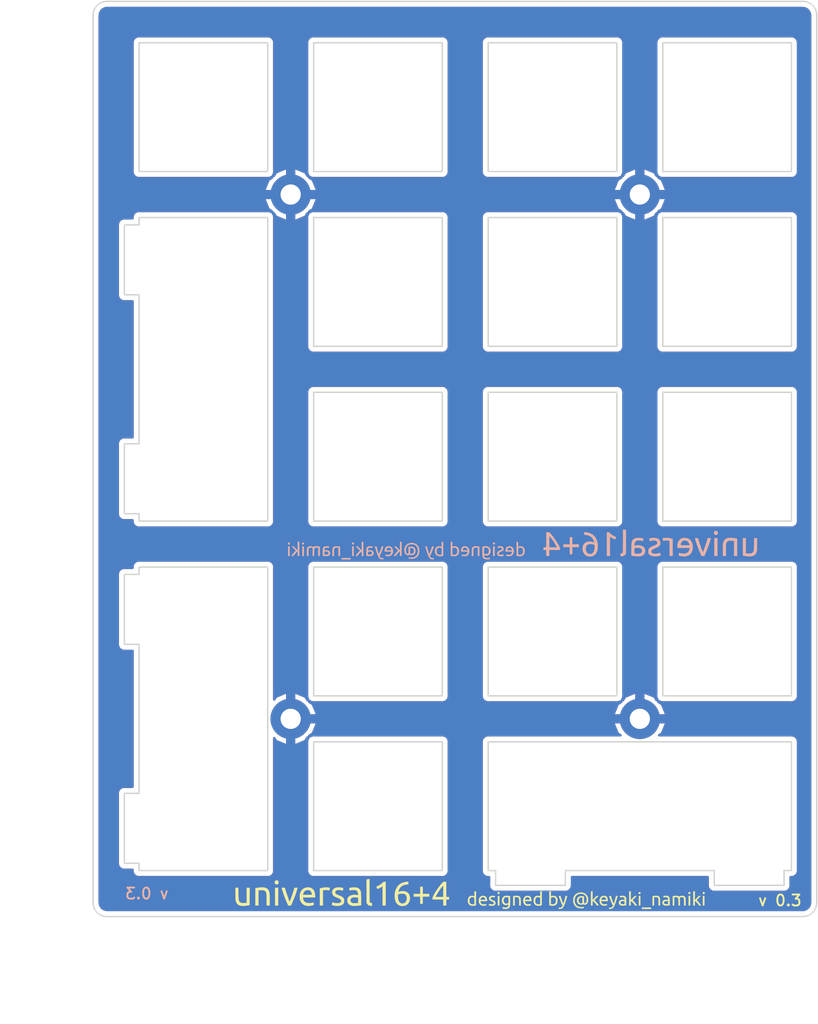
<source format=kicad_pcb>
(kicad_pcb (version 20171130) (host pcbnew 5.0.1)

  (general
    (thickness 1.6)
    (drawings 105)
    (tracks 25)
    (zones 0)
    (modules 6)
    (nets 2)
  )

  (page A4)
  (title_block
    (title "universal16+4 vert")
    (date 2018-12-14)
    (rev 0.3)
  )

  (layers
    (0 F.Cu signal)
    (31 B.Cu signal)
    (32 B.Adhes user)
    (33 F.Adhes user)
    (34 B.Paste user)
    (35 F.Paste user)
    (36 B.SilkS user)
    (37 F.SilkS user)
    (38 B.Mask user)
    (39 F.Mask user)
    (40 Dwgs.User user)
    (41 Cmts.User user)
    (42 Eco1.User user)
    (43 Eco2.User user)
    (44 Edge.Cuts user)
    (45 Margin user)
    (46 B.CrtYd user)
    (47 F.CrtYd user)
    (48 B.Fab user)
    (49 F.Fab user)
  )

  (setup
    (last_trace_width 0.25)
    (trace_clearance 0.2)
    (zone_clearance 0.508)
    (zone_45_only no)
    (trace_min 0.2)
    (segment_width 0.2)
    (edge_width 0.15)
    (via_size 0.5)
    (via_drill 0.3)
    (via_min_size 0.4)
    (via_min_drill 0.3)
    (uvia_size 0.3)
    (uvia_drill 0.1)
    (uvias_allowed no)
    (uvia_min_size 0.3)
    (uvia_min_drill 0.1)
    (pcb_text_width 0.3)
    (pcb_text_size 1.5 1.5)
    (mod_edge_width 0.15)
    (mod_text_size 1 1)
    (mod_text_width 0.15)
    (pad_size 1.7 1.7)
    (pad_drill 1.016)
    (pad_to_mask_clearance 0.2)
    (solder_mask_min_width 0.25)
    (aux_axis_origin 88.9 160.02)
    (grid_origin 88.9 160.02)
    (visible_elements FFFFFF7F)
    (pcbplotparams
      (layerselection 0x010f0_ffffffff)
      (usegerberextensions true)
      (usegerberattributes false)
      (usegerberadvancedattributes false)
      (creategerberjobfile false)
      (excludeedgelayer true)
      (linewidth 0.150000)
      (plotframeref false)
      (viasonmask false)
      (mode 1)
      (useauxorigin false)
      (hpglpennumber 1)
      (hpglpenspeed 20)
      (hpglpendiameter 15.000000)
      (psnegative false)
      (psa4output false)
      (plotreference true)
      (plotvalue true)
      (plotinvisibletext false)
      (padsonsilk false)
      (subtractmaskfromsilk false)
      (outputformat 1)
      (mirror false)
      (drillshape 0)
      (scaleselection 1)
      (outputdirectory "top_gerber/"))
  )

  (net 0 "")
  (net 1 "Net-(J1-Pad1)")

  (net_class Default "This is the default net class."
    (clearance 0.2)
    (trace_width 0.25)
    (via_dia 0.5)
    (via_drill 0.3)
    (uvia_dia 0.3)
    (uvia_drill 0.1)
  )

  (net_class mid ""
    (clearance 0.2)
    (trace_width 0.25)
    (via_dia 0.5)
    (via_drill 0.4)
    (uvia_dia 0.3)
    (uvia_drill 0.1)
  )

  (net_class wide ""
    (clearance 0.2)
    (trace_width 1)
    (via_dia 0.6)
    (via_drill 0.4)
    (uvia_dia 0.3)
    (uvia_drill 0.1)
    (add_net "Net-(J1-Pad1)")
  )

  (module myfootplint:universal16p4_logo (layer F.Cu) (tedit 0) (tstamp 5C632222)
    (at 129.65 157.52)
    (fp_text reference G*** (at 0 0) (layer F.SilkS) hide
      (effects (font (size 1.524 1.524) (thickness 0.3)))
    )
    (fp_text value LOGO (at 0.75 0) (layer F.SilkS) hide
      (effects (font (size 1.524 1.524) (thickness 0.3)))
    )
    (fp_poly (pts (xy -20.712649 -1.434802) (xy -20.660313 -1.415964) (xy -20.657727 -1.414331) (xy -20.604968 -1.363678)
      (xy -20.572044 -1.298486) (xy -20.559065 -1.225774) (xy -20.566138 -1.152563) (xy -20.593372 -1.085871)
      (xy -20.640874 -1.032719) (xy -20.651728 -1.025038) (xy -20.703319 -1.003793) (xy -20.767888 -0.993619)
      (xy -20.82997 -0.996419) (xy -20.848282 -1.000827) (xy -20.911551 -1.034754) (xy -20.957287 -1.087179)
      (xy -20.98481 -1.151925) (xy -20.993442 -1.222815) (xy -20.982506 -1.293672) (xy -20.951324 -1.358321)
      (xy -20.899216 -1.410583) (xy -20.893685 -1.414331) (xy -20.842617 -1.433986) (xy -20.777844 -1.440809)
      (xy -20.712649 -1.434802)) (layer F.SilkS) (width 0.01))
    (fp_poly (pts (xy 25.750918 -0.160483) (xy 25.78668 -0.131141) (xy 25.809406 -0.09129) (xy 25.815986 -0.046884)
      (xy 25.803305 -0.003874) (xy 25.768251 0.031785) (xy 25.758086 0.037612) (xy 25.7142 0.055742)
      (xy 25.678278 0.055232) (xy 25.636547 0.036918) (xy 25.599712 0.002319) (xy 25.584123 -0.043907)
      (xy 25.589084 -0.093107) (xy 25.613895 -0.136625) (xy 25.652743 -0.163833) (xy 25.705235 -0.173365)
      (xy 25.750918 -0.160483)) (layer F.SilkS) (width 0.01))
    (fp_poly (pts (xy 24.197036 -0.160483) (xy 24.232797 -0.131141) (xy 24.255524 -0.09129) (xy 24.262104 -0.046884)
      (xy 24.249423 -0.003874) (xy 24.214369 0.031785) (xy 24.204204 0.037612) (xy 24.160318 0.055742)
      (xy 24.124396 0.055232) (xy 24.082664 0.036918) (xy 24.045829 0.002319) (xy 24.030241 -0.043907)
      (xy 24.035202 -0.093107) (xy 24.060013 -0.136625) (xy 24.098861 -0.163833) (xy 24.151353 -0.173365)
      (xy 24.197036 -0.160483)) (layer F.SilkS) (width 0.01))
    (fp_poly (pts (xy 18.773389 -0.160483) (xy 18.80915 -0.131141) (xy 18.831877 -0.09129) (xy 18.838456 -0.046884)
      (xy 18.825776 -0.003874) (xy 18.790722 0.031785) (xy 18.780557 0.037612) (xy 18.736671 0.055742)
      (xy 18.700749 0.055232) (xy 18.659017 0.036918) (xy 18.622182 0.002319) (xy 18.606594 -0.043907)
      (xy 18.611555 -0.093107) (xy 18.636366 -0.136625) (xy 18.675214 -0.163833) (xy 18.727706 -0.173365)
      (xy 18.773389 -0.160483)) (layer F.SilkS) (width 0.01))
    (fp_poly (pts (xy 3.4288 -0.160483) (xy 3.464562 -0.131141) (xy 3.487289 -0.09129) (xy 3.493868 -0.046884)
      (xy 3.481187 -0.003874) (xy 3.446133 0.031785) (xy 3.435968 0.037612) (xy 3.392083 0.055742)
      (xy 3.356161 0.055232) (xy 3.314429 0.036918) (xy 3.277594 0.002319) (xy 3.262006 -0.043907)
      (xy 3.266966 -0.093107) (xy 3.291777 -0.136625) (xy 3.330625 -0.163833) (xy 3.383117 -0.173365)
      (xy 3.4288 -0.160483)) (layer F.SilkS) (width 0.01))
    (fp_poly (pts (xy -4.870823 0.029882) (xy -4.168588 0.029882) (xy -4.168588 0.328706) (xy -4.870823 0.328706)
      (xy -4.870823 1.105647) (xy -5.154706 1.105647) (xy -5.154706 0.328706) (xy -5.856941 0.328706)
      (xy -5.856941 0.029882) (xy -5.154706 0.029882) (xy -5.154706 -0.747059) (xy -4.870823 -0.747059)
      (xy -4.870823 0.029882)) (layer F.SilkS) (width 0.01))
    (fp_poly (pts (xy 25.788471 1.299882) (xy 25.609177 1.299882) (xy 25.609177 0.254) (xy 25.788471 0.254)
      (xy 25.788471 1.299882)) (layer F.SilkS) (width 0.01))
    (fp_poly (pts (xy 24.74377 0.694764) (xy 24.959862 0.4737) (xy 25.175953 0.252636) (xy 25.376189 0.26147)
      (xy 25.156502 0.487508) (xy 24.936816 0.713546) (xy 25.053536 0.831155) (xy 25.124433 0.906635)
      (xy 25.198752 0.99268) (xy 25.270434 1.081726) (xy 25.333419 1.166214) (xy 25.381646 1.238579)
      (xy 25.386461 1.246609) (xy 25.417893 1.299882) (xy 25.212186 1.299882) (xy 25.130534 1.184616)
      (xy 25.088536 1.129539) (xy 25.035748 1.06652) (xy 24.976969 1.000633) (xy 24.916997 0.936953)
      (xy 24.860631 0.880553) (xy 24.81267 0.836507) (xy 24.777912 0.809889) (xy 24.774061 0.807674)
      (xy 24.762615 0.802266) (xy 24.754347 0.802777) (xy 24.748741 0.813113) (xy 24.745278 0.837175)
      (xy 24.743443 0.878866) (xy 24.742719 0.942089) (xy 24.742589 1.030747) (xy 24.742588 1.045356)
      (xy 24.742588 1.299882) (xy 24.563294 1.299882) (xy 24.563294 -0.234937) (xy 24.652941 -0.249374)
      (xy 24.742588 -0.263812) (xy 24.74377 0.694764)) (layer F.SilkS) (width 0.01))
    (fp_poly (pts (xy 24.234588 1.299882) (xy 24.055294 1.299882) (xy 24.055294 0.254) (xy 24.234588 0.254)
      (xy 24.234588 1.299882)) (layer F.SilkS) (width 0.01))
    (fp_poly (pts (xy 22.830933 0.240362) (xy 22.926438 0.269357) (xy 22.967396 0.291676) (xy 23.022498 0.327902)
      (xy 23.103287 0.290915) (xy 23.223947 0.246914) (xy 23.337747 0.229535) (xy 23.44402 0.236947)
      (xy 23.539182 0.262954) (xy 23.612027 0.30518) (xy 23.667186 0.366938) (xy 23.694172 0.415706)
      (xy 23.70604 0.441781) (xy 23.715318 0.465837) (xy 23.722383 0.491932) (xy 23.72761 0.524118)
      (xy 23.731375 0.566452) (xy 23.734056 0.622987) (xy 23.736026 0.697779) (xy 23.737664 0.794882)
      (xy 23.739103 0.900206) (xy 23.744396 1.299882) (xy 23.5645 1.299882) (xy 23.559633 0.922617)
      (xy 23.557731 0.79703) (xy 23.555155 0.697549) (xy 23.551183 0.620402) (xy 23.545092 0.561812)
      (xy 23.53616 0.518006) (xy 23.523665 0.485208) (xy 23.506885 0.459644) (xy 23.485097 0.437539)
      (xy 23.463401 0.419672) (xy 23.418363 0.399133) (xy 23.355107 0.388956) (xy 23.28349 0.389272)
      (xy 23.21337 0.400213) (xy 23.167094 0.415737) (xy 23.10813 0.44222) (xy 23.112352 0.871051)
      (xy 23.116575 1.299882) (xy 22.953575 1.299882) (xy 22.946698 0.937559) (xy 22.944297 0.821971)
      (xy 22.941774 0.732023) (xy 22.938755 0.663476) (xy 22.934869 0.612087) (xy 22.929741 0.573616)
      (xy 22.923 0.543822) (xy 22.914271 0.518465) (xy 22.90869 0.505325) (xy 22.878224 0.452138)
      (xy 22.839157 0.417071) (xy 22.785484 0.39709) (xy 22.711196 0.389161) (xy 22.677713 0.388674)
      (xy 22.618737 0.389988) (xy 22.567773 0.393241) (xy 22.535592 0.397741) (xy 22.535029 0.397888)
      (xy 22.501412 0.406897) (xy 22.501412 1.299882) (xy 22.321725 1.299882) (xy 22.325657 0.788755)
      (xy 22.329588 0.277627) (xy 22.419235 0.259653) (xy 22.575806 0.23542) (xy 22.713547 0.22902)
      (xy 22.830933 0.240362)) (layer F.SilkS) (width 0.01))
    (fp_poly (pts (xy 20.625564 0.235224) (xy 20.666935 0.239704) (xy 20.701594 0.24853) (xy 20.737259 0.26277)
      (xy 20.756754 0.271728) (xy 20.838459 0.325745) (xy 20.89969 0.401273) (xy 20.939839 0.497503)
      (xy 20.946607 0.525146) (xy 20.951181 0.56141) (xy 20.955238 0.622177) (xy 20.958578 0.702073)
      (xy 20.961 0.795721) (xy 20.962302 0.897745) (xy 20.962471 0.9495) (xy 20.962471 1.299882)
      (xy 20.78507 1.299882) (xy 20.780388 0.930088) (xy 20.778749 0.814046) (xy 20.776908 0.723815)
      (xy 20.774527 0.655327) (xy 20.77127 0.604511) (xy 20.766798 0.567297) (xy 20.760775 0.539616)
      (xy 20.752863 0.517396) (xy 20.744798 0.500529) (xy 20.706959 0.447202) (xy 20.655666 0.41227)
      (xy 20.586086 0.393477) (xy 20.504897 0.388494) (xy 20.443802 0.389806) (xy 20.388113 0.393259)
      (xy 20.35175 0.397809) (xy 20.305059 0.407147) (xy 20.305059 1.299882) (xy 20.125372 1.299882)
      (xy 20.129304 0.788755) (xy 20.133235 0.277627) (xy 20.222882 0.258039) (xy 20.27508 0.249756)
      (xy 20.346825 0.242531) (xy 20.42778 0.237249) (xy 20.491824 0.235023) (xy 20.569766 0.23402)
      (xy 20.625564 0.235224)) (layer F.SilkS) (width 0.01))
    (fp_poly (pts (xy 18.810941 1.299882) (xy 18.631647 1.299882) (xy 18.631647 0.254) (xy 18.810941 0.254)
      (xy 18.810941 1.299882)) (layer F.SilkS) (width 0.01))
    (fp_poly (pts (xy 17.766241 0.694764) (xy 18.198423 0.252636) (xy 18.298542 0.257053) (xy 18.39866 0.26147)
      (xy 17.959286 0.713546) (xy 18.076007 0.831155) (xy 18.146904 0.906635) (xy 18.221223 0.99268)
      (xy 18.292905 1.081726) (xy 18.355889 1.166214) (xy 18.404117 1.238579) (xy 18.408932 1.246609)
      (xy 18.440363 1.299882) (xy 18.234656 1.299882) (xy 18.153005 1.184616) (xy 18.111006 1.129539)
      (xy 18.058218 1.06652) (xy 17.999439 1.000633) (xy 17.939468 0.936953) (xy 17.883102 0.880553)
      (xy 17.835141 0.836507) (xy 17.800383 0.809889) (xy 17.796531 0.807674) (xy 17.785086 0.802266)
      (xy 17.776818 0.802777) (xy 17.771211 0.813113) (xy 17.767749 0.837175) (xy 17.765914 0.878866)
      (xy 17.76519 0.942089) (xy 17.765059 1.030747) (xy 17.765059 1.299882) (xy 17.585765 1.299882)
      (xy 17.585765 -0.234937) (xy 17.675412 -0.249374) (xy 17.765059 -0.263812) (xy 17.766241 0.694764)) (layer F.SilkS) (width 0.01))
    (fp_poly (pts (xy 13.612594 0.694764) (xy 14.044776 0.252636) (xy 14.144895 0.257053) (xy 14.245013 0.26147)
      (xy 13.805639 0.713546) (xy 13.92236 0.831155) (xy 13.993257 0.906635) (xy 14.067576 0.99268)
      (xy 14.139257 1.081726) (xy 14.202242 1.166214) (xy 14.25047 1.238579) (xy 14.255285 1.246609)
      (xy 14.286716 1.299882) (xy 14.081009 1.299882) (xy 13.999358 1.184616) (xy 13.957359 1.129539)
      (xy 13.904571 1.06652) (xy 13.845792 1.000633) (xy 13.785821 0.936953) (xy 13.729455 0.880553)
      (xy 13.681494 0.836507) (xy 13.646736 0.809889) (xy 13.642884 0.807674) (xy 13.631439 0.802266)
      (xy 13.623171 0.802777) (xy 13.617564 0.813113) (xy 13.614102 0.837175) (xy 13.612267 0.878866)
      (xy 13.611542 0.942089) (xy 13.611412 1.030747) (xy 13.611412 1.299882) (xy 13.432118 1.299882)
      (xy 13.432118 -0.234937) (xy 13.521765 -0.249374) (xy 13.611412 -0.263812) (xy 13.612594 0.694764)) (layer F.SilkS) (width 0.01))
    (fp_poly (pts (xy 5.46027 0.235224) (xy 5.501641 0.239704) (xy 5.5363 0.24853) (xy 5.571965 0.26277)
      (xy 5.59146 0.271728) (xy 5.673165 0.325745) (xy 5.734395 0.401273) (xy 5.774544 0.497503)
      (xy 5.781313 0.525146) (xy 5.785886 0.56141) (xy 5.789944 0.622177) (xy 5.793284 0.702073)
      (xy 5.795706 0.795721) (xy 5.797008 0.897745) (xy 5.797177 0.9495) (xy 5.797177 1.299882)
      (xy 5.619776 1.299882) (xy 5.615094 0.930088) (xy 5.613455 0.814046) (xy 5.611614 0.723815)
      (xy 5.609233 0.655327) (xy 5.605976 0.604511) (xy 5.601504 0.567297) (xy 5.595481 0.539616)
      (xy 5.587569 0.517396) (xy 5.579504 0.500529) (xy 5.541665 0.447202) (xy 5.490372 0.41227)
      (xy 5.420792 0.393477) (xy 5.339603 0.388494) (xy 5.278508 0.389806) (xy 5.222819 0.393259)
      (xy 5.186456 0.397809) (xy 5.139765 0.407147) (xy 5.139765 1.299882) (xy 4.960078 1.299882)
      (xy 4.96401 0.788755) (xy 4.967941 0.277627) (xy 5.057588 0.258039) (xy 5.109786 0.249756)
      (xy 5.18153 0.242531) (xy 5.262486 0.237249) (xy 5.326529 0.235023) (xy 5.404472 0.23402)
      (xy 5.46027 0.235224)) (layer F.SilkS) (width 0.01))
    (fp_poly (pts (xy 3.466353 1.299882) (xy 3.287059 1.299882) (xy 3.287059 0.254) (xy 3.466353 0.254)
      (xy 3.466353 1.299882)) (layer F.SilkS) (width 0.01))
    (fp_poly (pts (xy -2.315882 0.358588) (xy -2.017059 0.358588) (xy -2.017059 0.64247) (xy -2.315882 0.64247)
      (xy -2.315882 1.299882) (xy -2.644588 1.299882) (xy -2.644588 0.64247) (xy -3.81 0.64247)
      (xy -3.81 0.529432) (xy -3.8079 0.463256) (xy -3.79944 0.410545) (xy -3.781938 0.358588)
      (xy -3.483936 0.358588) (xy -2.644588 0.358588) (xy -2.644588 -0.25583) (xy -2.644348 -0.412948)
      (xy -2.644078 -0.542103) (xy -2.644456 -0.645208) (xy -2.646162 -0.724171) (xy -2.649873 -0.780906)
      (xy -2.656267 -0.817323) (xy -2.666021 -0.835334) (xy -2.679815 -0.83685) (xy -2.698326 -0.823781)
      (xy -2.722233 -0.79804) (xy -2.752213 -0.761537) (xy -2.788944 -0.716185) (xy -2.802218 -0.700135)
      (xy -2.962862 -0.494596) (xy -3.121571 -0.266611) (xy -3.273507 -0.023477) (xy -3.398374 0.198362)
      (xy -3.483936 0.358588) (xy -3.781938 0.358588) (xy -3.781382 0.35694) (xy -3.760306 0.30905)
      (xy -3.683028 0.154384) (xy -3.588021 -0.01573) (xy -3.478953 -0.195882) (xy -3.359495 -0.380661)
      (xy -3.233316 -0.564659) (xy -3.104084 -0.742465) (xy -2.97547 -0.908669) (xy -2.851142 -1.057861)
      (xy -2.777987 -1.139265) (xy -2.642463 -1.284941) (xy -2.315882 -1.284941) (xy -2.315882 0.358588)) (layer F.SilkS) (width 0.01))
    (fp_poly (pts (xy -8.904941 1.299882) (xy -9.248588 1.299882) (xy -9.248588 -0.809335) (xy -9.304618 -0.765854)
      (xy -9.35963 -0.727035) (xy -9.428433 -0.684261) (xy -9.505321 -0.640453) (xy -9.58459 -0.598535)
      (xy -9.660535 -0.561429) (xy -9.727452 -0.532058) (xy -9.779636 -0.513344) (xy -9.807869 -0.508)
      (xy -9.821239 -0.520895) (xy -9.840268 -0.554423) (xy -9.861835 -0.600853) (xy -9.882819 -0.652449)
      (xy -9.900098 -0.70148) (xy -9.910552 -0.740212) (xy -9.911059 -0.760913) (xy -9.910307 -0.761814)
      (xy -9.891449 -0.772462) (xy -9.853354 -0.790823) (xy -9.80447 -0.812834) (xy -9.64757 -0.890175)
      (xy -9.494605 -0.982123) (xy -9.353649 -1.083282) (xy -9.232774 -1.188251) (xy -9.211797 -1.209147)
      (xy -9.137653 -1.284941) (xy -8.904941 -1.284941) (xy -8.904941 1.299882)) (layer F.SilkS) (width 0.01))
    (fp_poly (pts (xy -15.22913 -0.672384) (xy -15.175887 -0.665342) (xy -15.108272 -0.654757) (xy -15.050711 -0.644997)
      (xy -15.010216 -0.637297) (xy -14.994954 -0.633502) (xy -14.986518 -0.62452) (xy -14.984487 -0.602961)
      (xy -14.989158 -0.563624) (xy -15.000831 -0.501308) (xy -15.003217 -0.489595) (xy -15.015912 -0.429702)
      (xy -15.02679 -0.382025) (xy -15.03427 -0.353323) (xy -15.036314 -0.348117) (xy -15.052311 -0.348662)
      (xy -15.089185 -0.35507) (xy -15.136987 -0.365508) (xy -15.196048 -0.375624) (xy -15.271931 -0.383351)
      (xy -15.351602 -0.387496) (xy -15.381941 -0.387885) (xy -15.460471 -0.38675) (xy -15.524989 -0.382544)
      (xy -15.588 -0.373801) (xy -15.662014 -0.359058) (xy -15.699441 -0.350712) (xy -15.733059 -0.343078)
      (xy -15.733059 1.299882) (xy -16.076706 1.299882) (xy -16.076706 -0.564491) (xy -15.957348 -0.596698)
      (xy -15.754122 -0.644429) (xy -15.568273 -0.672667) (xy -15.394907 -0.681842) (xy -15.22913 -0.672384)) (layer F.SilkS) (width 0.01))
    (fp_poly (pts (xy -18.506199 -0.60186) (xy -18.517293 -0.5599) (xy -18.535775 -0.495418) (xy -18.559829 -0.414323)
      (xy -18.58764 -0.322525) (xy -18.617391 -0.225931) (xy -18.647269 -0.130451) (xy -18.675457 -0.041992)
      (xy -18.70014 0.033535) (xy -18.714069 0.074706) (xy -18.746312 0.164507) (xy -18.788099 0.275621)
      (xy -18.837002 0.401979) (xy -18.890594 0.537514) (xy -18.946446 0.676159) (xy -19.002131 0.811847)
      (xy -19.055222 0.938509) (xy -19.10329 1.050079) (xy -19.11462 1.075764) (xy -19.210748 1.292412)
      (xy -19.52372 1.300848) (xy -19.659717 0.982865) (xy -19.760431 0.744063) (xy -19.849122 0.52624)
      (xy -19.927785 0.323989) (xy -19.998413 0.131897) (xy -20.062999 -0.055446) (xy -20.123539 -0.243449)
      (xy -20.177505 -0.422088) (xy -20.2422 -0.642471) (xy -19.877238 -0.642471) (xy -19.827922 -0.459441)
      (xy -19.803756 -0.373995) (xy -19.773343 -0.273172) (xy -19.737892 -0.160443) (xy -19.698612 -0.039278)
      (xy -19.656713 0.086854) (xy -19.613405 0.214483) (xy -19.569896 0.340138) (xy -19.527396 0.46035)
      (xy -19.487114 0.571648) (xy -19.450259 0.670564) (xy -19.418041 0.753626) (xy -19.39167 0.817366)
      (xy -19.372354 0.858312) (xy -19.364256 0.870951) (xy -19.354828 0.862815) (xy -19.337369 0.829328)
      (xy -19.312982 0.77359) (xy -19.282769 0.698702) (xy -19.247833 0.607764) (xy -19.209275 0.503879)
      (xy -19.168198 0.390146) (xy -19.125705 0.269667) (xy -19.082897 0.145541) (xy -19.040878 0.020871)
      (xy -19.000749 -0.101243) (xy -18.963613 -0.2177) (xy -18.930572 -0.3254) (xy -18.902729 -0.421241)
      (xy -18.895278 -0.448236) (xy -18.844494 -0.635) (xy -18.670431 -0.639213) (xy -18.496367 -0.643426)
      (xy -18.506199 -0.60186)) (layer F.SilkS) (width 0.01))
    (fp_poly (pts (xy -20.603882 1.299882) (xy -20.947529 1.299882) (xy -20.947529 -0.642471) (xy -20.603882 -0.642471)
      (xy -20.603882 1.299882)) (layer F.SilkS) (width 0.01))
    (fp_poly (pts (xy -22.171616 -0.671748) (xy -22.023445 -0.642625) (xy -21.896716 -0.594004) (xy -21.790525 -0.525249)
      (xy -21.703968 -0.435723) (xy -21.636138 -0.32479) (xy -21.586132 -0.191813) (xy -21.553045 -0.036158)
      (xy -21.545448 0.022412) (xy -21.542022 0.068347) (xy -21.538865 0.139834) (xy -21.536069 0.232543)
      (xy -21.533728 0.342141) (xy -21.531934 0.4643) (xy -21.53078 0.594688) (xy -21.530358 0.728382)
      (xy -21.530235 1.299882) (xy -21.871649 1.299882) (xy -21.87727 0.653676) (xy -21.878681 0.497302)
      (xy -21.880052 0.36775) (xy -21.881542 0.261962) (xy -21.883315 0.176876) (xy -21.88553 0.109435)
      (xy -21.888351 0.056578) (xy -21.891938 0.015246) (xy -21.896453 -0.017619) (xy -21.902058 -0.045079)
      (xy -21.908913 -0.070191) (xy -21.916784 -0.09482) (xy -21.963771 -0.197509) (xy -22.028823 -0.27641)
      (xy -22.111996 -0.331579) (xy -22.167549 -0.352433) (xy -22.209921 -0.362935) (xy -22.254579 -0.369359)
      (xy -22.308536 -0.372082) (xy -22.378804 -0.371481) (xy -22.46378 -0.368319) (xy -22.543443 -0.364237)
      (xy -22.615465 -0.359572) (xy -22.673023 -0.354835) (xy -22.70929 -0.350538) (xy -22.714323 -0.349571)
      (xy -22.755412 -0.340164) (xy -22.755412 1.299882) (xy -23.099282 1.299882) (xy -23.095435 0.355095)
      (xy -23.091588 -0.589693) (xy -22.919765 -0.623174) (xy -22.835527 -0.63767) (xy -22.734372 -0.65216)
      (xy -22.629215 -0.664935) (xy -22.535905 -0.674042) (xy -22.342135 -0.682008) (xy -22.171616 -0.671748)) (layer F.SilkS) (width 0.01))
    (fp_poly (pts (xy 21.64592 0.233662) (xy 21.729262 0.241498) (xy 21.794781 0.256048) (xy 21.802754 0.25891)
      (xy 21.876787 0.301827) (xy 21.939117 0.365198) (xy 21.982116 0.440481) (xy 21.991858 0.470667)
      (xy 21.997114 0.507273) (xy 22.001539 0.569813) (xy 22.004981 0.654343) (xy 22.00729 0.756921)
      (xy 22.008315 0.873606) (xy 22.008353 0.901899) (xy 22.008353 1.267625) (xy 21.967265 1.276329)
      (xy 21.926415 1.283051) (xy 21.866181 1.290698) (xy 21.795554 1.298381) (xy 21.723524 1.305216)
      (xy 21.659084 1.310313) (xy 21.611224 1.312787) (xy 21.597471 1.312807) (xy 21.554087 1.309285)
      (xy 21.500422 1.302319) (xy 21.484223 1.299728) (xy 21.382934 1.271144) (xy 21.30447 1.223402)
      (xy 21.248502 1.156233) (xy 21.21825 1.083235) (xy 21.203307 0.982324) (xy 21.204206 0.975894)
      (xy 21.385746 0.975894) (xy 21.399283 1.046006) (xy 21.401466 1.051423) (xy 21.423678 1.090424)
      (xy 21.455659 1.118054) (xy 21.502159 1.136016) (xy 21.567923 1.146014) (xy 21.6577 1.14975)
      (xy 21.675912 1.149885) (xy 21.829059 1.15047) (xy 21.829059 0.987716) (xy 21.82836 0.913835)
      (xy 21.825794 0.864687) (xy 21.820655 0.835143) (xy 21.812238 0.820077) (xy 21.805425 0.815892)
      (xy 21.772455 0.809958) (xy 21.719572 0.807167) (xy 21.656558 0.807296) (xy 21.593192 0.810122)
      (xy 21.539255 0.815419) (xy 21.505061 0.82276) (xy 21.44042 0.860331) (xy 21.400054 0.912689)
      (xy 21.385746 0.975894) (xy 21.204206 0.975894) (xy 21.216019 0.891502) (xy 21.255241 0.812888)
      (xy 21.319827 0.748601) (xy 21.408632 0.700759) (xy 21.428919 0.693444) (xy 21.489365 0.679399)
      (xy 21.566274 0.670112) (xy 21.648487 0.666096) (xy 21.724847 0.667866) (xy 21.784196 0.675935)
      (xy 21.787971 0.676894) (xy 21.812161 0.681993) (xy 21.824304 0.676057) (xy 21.828553 0.65254)
      (xy 21.829059 0.612131) (xy 21.819563 0.527918) (xy 21.790215 0.464625) (xy 21.739724 0.421117)
      (xy 21.666797 0.396258) (xy 21.575059 0.388883) (xy 21.510252 0.390933) (xy 21.448512 0.396014)
      (xy 21.403655 0.402942) (xy 21.365052 0.410116) (xy 21.34078 0.411306) (xy 21.337808 0.4102)
      (xy 21.331836 0.392753) (xy 21.32434 0.356302) (xy 21.321216 0.337209) (xy 21.311125 0.27072)
      (xy 21.387063 0.252054) (xy 21.465011 0.238778) (xy 21.554567 0.232701) (xy 21.64592 0.233662)) (layer F.SilkS) (width 0.01))
    (fp_poly (pts (xy 16.909567 0.233662) (xy 16.992909 0.241498) (xy 17.058428 0.256048) (xy 17.066401 0.25891)
      (xy 17.140434 0.301827) (xy 17.202764 0.365198) (xy 17.245763 0.440481) (xy 17.255505 0.470667)
      (xy 17.260762 0.507273) (xy 17.265186 0.569813) (xy 17.268628 0.654343) (xy 17.270937 0.756921)
      (xy 17.271962 0.873606) (xy 17.272 0.901899) (xy 17.272 1.267625) (xy 17.230912 1.276329)
      (xy 17.190062 1.283051) (xy 17.129828 1.290698) (xy 17.059201 1.298381) (xy 16.987171 1.305216)
      (xy 16.922731 1.310313) (xy 16.874871 1.312787) (xy 16.861118 1.312807) (xy 16.817734 1.309285)
      (xy 16.764069 1.302319) (xy 16.74787 1.299728) (xy 16.646581 1.271144) (xy 16.568117 1.223402)
      (xy 16.512149 1.156233) (xy 16.481897 1.083235) (xy 16.466954 0.982324) (xy 16.467853 0.975894)
      (xy 16.649393 0.975894) (xy 16.66293 1.046006) (xy 16.665113 1.051423) (xy 16.687325 1.090424)
      (xy 16.719306 1.118054) (xy 16.765806 1.136016) (xy 16.83157 1.146014) (xy 16.921347 1.14975)
      (xy 16.939559 1.149885) (xy 17.092706 1.15047) (xy 17.092706 0.987716) (xy 17.092007 0.913835)
      (xy 17.089441 0.864687) (xy 17.084302 0.835143) (xy 17.075885 0.820077) (xy 17.069072 0.815892)
      (xy 17.036102 0.809958) (xy 16.983219 0.807167) (xy 16.920205 0.807296) (xy 16.856839 0.810122)
      (xy 16.802902 0.815419) (xy 16.768708 0.82276) (xy 16.704067 0.860331) (xy 16.663701 0.912689)
      (xy 16.649393 0.975894) (xy 16.467853 0.975894) (xy 16.479666 0.891502) (xy 16.518888 0.812888)
      (xy 16.583474 0.748601) (xy 16.672279 0.700759) (xy 16.692566 0.693444) (xy 16.753012 0.679399)
      (xy 16.829921 0.670112) (xy 16.912134 0.666096) (xy 16.988494 0.667866) (xy 17.047843 0.675935)
      (xy 17.051618 0.676894) (xy 17.075808 0.681993) (xy 17.087951 0.676057) (xy 17.0922 0.65254)
      (xy 17.092706 0.612131) (xy 17.08321 0.527918) (xy 17.053862 0.464625) (xy 17.003371 0.421117)
      (xy 16.930444 0.396258) (xy 16.838706 0.388883) (xy 16.773899 0.390933) (xy 16.712159 0.396014)
      (xy 16.667302 0.402942) (xy 16.628699 0.410116) (xy 16.604427 0.411306) (xy 16.601455 0.4102)
      (xy 16.595483 0.392753) (xy 16.587987 0.356302) (xy 16.584863 0.337209) (xy 16.574772 0.27072)
      (xy 16.65071 0.252054) (xy 16.728658 0.238778) (xy 16.818214 0.232701) (xy 16.909567 0.233662)) (layer F.SilkS) (width 0.01))
    (fp_poly (pts (xy 14.93974 0.24127) (xy 15.035867 0.271027) (xy 15.117234 0.319539) (xy 15.132969 0.333171)
      (xy 15.180945 0.394439) (xy 15.220806 0.47799) (xy 15.25024 0.576791) (xy 15.266938 0.683812)
      (xy 15.269882 0.749803) (xy 15.269882 0.821764) (xy 14.552706 0.821764) (xy 14.552706 0.856456)
      (xy 14.562302 0.916867) (xy 14.587284 0.985104) (xy 14.621942 1.04783) (xy 14.649031 1.081446)
      (xy 14.694213 1.11657) (xy 14.745992 1.143436) (xy 14.757215 1.147307) (xy 14.825897 1.160092)
      (xy 14.910388 1.164682) (xy 14.997793 1.161197) (xy 15.075217 1.149755) (xy 15.096608 1.144184)
      (xy 15.139616 1.132594) (xy 15.164122 1.133866) (xy 15.176178 1.153055) (xy 15.18184 1.195216)
      (xy 15.183458 1.216718) (xy 15.184394 1.253683) (xy 15.175238 1.273778) (xy 15.148589 1.28673)
      (xy 15.124593 1.294098) (xy 15.059198 1.307893) (xy 14.977492 1.317407) (xy 14.891348 1.32195)
      (xy 14.812641 1.320831) (xy 14.761882 1.315186) (xy 14.644475 1.27984) (xy 14.546607 1.221983)
      (xy 14.46875 1.142114) (xy 14.411379 1.040734) (xy 14.374964 0.91834) (xy 14.372343 0.904098)
      (xy 14.360843 0.768832) (xy 14.370374 0.672353) (xy 14.550332 0.672353) (xy 15.075647 0.672353)
      (xy 15.075647 0.627049) (xy 15.062121 0.548898) (xy 15.024831 0.480827) (xy 14.968707 0.428418)
      (xy 14.898681 0.397251) (xy 14.867979 0.391992) (xy 14.795856 0.389628) (xy 14.740553 0.400882)
      (xy 14.69087 0.428979) (xy 14.664276 0.450669) (xy 14.606407 0.513609) (xy 14.571358 0.584404)
      (xy 14.560789 0.623794) (xy 14.550332 0.672353) (xy 14.370374 0.672353) (xy 14.373449 0.641238)
      (xy 14.408733 0.524688) (xy 14.465269 0.422556) (xy 14.54163 0.338213) (xy 14.636389 0.275031)
      (xy 14.639063 0.273712) (xy 14.733712 0.241695) (xy 14.83648 0.231187) (xy 14.93974 0.24127)) (layer F.SilkS) (width 0.01))
    (fp_poly (pts (xy 9.069294 0.295952) (xy 9.147735 0.264984) (xy 9.243587 0.239668) (xy 9.348644 0.232674)
      (xy 9.451367 0.243905) (xy 9.529175 0.268125) (xy 9.609449 0.317315) (xy 9.682483 0.387464)
      (xy 9.739947 0.46967) (xy 9.761941 0.516913) (xy 9.777684 0.574418) (xy 9.790153 0.651223)
      (xy 9.797423 0.733086) (xy 9.793683 0.876298) (xy 9.766665 1.001215) (xy 9.71731 1.107048)
      (xy 9.64656 1.193004) (xy 9.555356 1.258291) (xy 9.444641 1.302119) (xy 9.315355 1.323697)
      (xy 9.168441 1.322232) (xy 9.104975 1.31502) (xy 9.043175 1.304938) (xy 8.982638 1.292888)
      (xy 8.951827 1.285496) (xy 8.89 1.268848) (xy 8.89 0.461801) (xy 9.069294 0.461801)
      (xy 9.069294 1.148392) (xy 9.102912 1.155529) (xy 9.132631 1.158484) (xy 9.183214 1.160267)
      (xy 9.245656 1.160623) (xy 9.272322 1.160303) (xy 9.339378 1.158275) (xy 9.385418 1.153635)
      (xy 9.419306 1.144352) (xy 9.449903 1.128393) (xy 9.470134 1.11493) (xy 9.533956 1.052732)
      (xy 9.5734 0.98793) (xy 9.594145 0.941546) (xy 9.606586 0.899409) (xy 9.612736 0.850858)
      (xy 9.614609 0.785232) (xy 9.614647 0.76947) (xy 9.613511 0.70046) (xy 9.608663 0.650531)
      (xy 9.597949 0.608922) (xy 9.57921 0.564874) (xy 9.569824 0.545828) (xy 9.537948 0.489825)
      (xy 9.505633 0.452849) (xy 9.46418 0.425211) (xy 9.45915 0.422563) (xy 9.371089 0.393226)
      (xy 9.275041 0.390008) (xy 9.177436 0.412855) (xy 9.147735 0.425282) (xy 9.069294 0.461801)
      (xy 8.89 0.461801) (xy 8.89 -0.234937) (xy 8.979647 -0.249374) (xy 9.069294 -0.263812)
      (xy 9.069294 0.295952)) (layer F.SilkS) (width 0.01))
    (fp_poly (pts (xy 8.079578 0.509445) (xy 8.075706 1.276775) (xy 7.993529 1.295099) (xy 7.92238 1.307336)
      (xy 7.83846 1.31626) (xy 7.751133 1.321424) (xy 7.669763 1.322379) (xy 7.603715 1.318678)
      (xy 7.579206 1.314908) (xy 7.460182 1.276886) (xy 7.361896 1.21746) (xy 7.2842 1.136466)
      (xy 7.226946 1.033739) (xy 7.189986 0.909113) (xy 7.184005 0.875196) (xy 7.17786 0.76947)
      (xy 7.373471 0.76947) (xy 7.374326 0.846534) (xy 7.377611 0.901257) (xy 7.384405 0.941153)
      (xy 7.395784 0.973732) (xy 7.405634 0.993588) (xy 7.455935 1.067917) (xy 7.516754 1.11937)
      (xy 7.592789 1.150469) (xy 7.68874 1.163733) (xy 7.724588 1.164623) (xy 7.78427 1.163622)
      (xy 7.835964 1.160632) (xy 7.869116 1.15628) (xy 7.870536 1.155923) (xy 7.904424 1.146843)
      (xy 7.900418 0.802102) (xy 7.896412 0.45736) (xy 7.848468 0.42937) (xy 7.793956 0.408036)
      (xy 7.722766 0.394137) (xy 7.64754 0.38934) (xy 7.584557 0.394597) (xy 7.517522 0.421407)
      (xy 7.455961 0.473051) (xy 7.406433 0.543497) (xy 7.391342 0.575853) (xy 7.381615 0.610157)
      (xy 7.376144 0.654007) (xy 7.373819 0.715002) (xy 7.373471 0.76947) (xy 7.17786 0.76947)
      (xy 7.17626 0.741955) (xy 7.1933 0.611699) (xy 7.233623 0.490387) (xy 7.295726 0.383974)
      (xy 7.313564 0.361481) (xy 7.348879 0.329259) (xy 7.398923 0.294904) (xy 7.436445 0.274187)
      (xy 7.526545 0.243734) (xy 7.628484 0.231243) (xy 7.73102 0.236964) (xy 7.822906 0.261146)
      (xy 7.832912 0.265403) (xy 7.903882 0.297143) (xy 7.903882 0.037394) (xy 7.904543 -0.047615)
      (xy 7.906376 -0.121822) (xy 7.909155 -0.180244) (xy 7.912657 -0.217899) (xy 7.915947 -0.22981)
      (xy 7.936647 -0.235882) (xy 7.976458 -0.243285) (xy 8.00573 -0.247576) (xy 8.08345 -0.257886)
      (xy 8.079578 0.509445)) (layer F.SilkS) (width 0.01))
    (fp_poly (pts (xy 6.632446 0.24127) (xy 6.728573 0.271027) (xy 6.809939 0.319539) (xy 6.825675 0.333171)
      (xy 6.873651 0.394439) (xy 6.913512 0.47799) (xy 6.942946 0.576791) (xy 6.959644 0.683812)
      (xy 6.962588 0.749803) (xy 6.962588 0.821764) (xy 6.245412 0.821764) (xy 6.245412 0.856456)
      (xy 6.255008 0.916867) (xy 6.27999 0.985104) (xy 6.314648 1.04783) (xy 6.341737 1.081446)
      (xy 6.386919 1.11657) (xy 6.438698 1.143436) (xy 6.449921 1.147307) (xy 6.518603 1.160092)
      (xy 6.603094 1.164682) (xy 6.690499 1.161197) (xy 6.767923 1.149755) (xy 6.789314 1.144184)
      (xy 6.832322 1.132594) (xy 6.856827 1.133866) (xy 6.868884 1.153055) (xy 6.874545 1.195216)
      (xy 6.876164 1.216718) (xy 6.8771 1.253683) (xy 6.867944 1.273778) (xy 6.841295 1.28673)
      (xy 6.817299 1.294098) (xy 6.751904 1.307893) (xy 6.670198 1.317407) (xy 6.584054 1.32195)
      (xy 6.505347 1.320831) (xy 6.454588 1.315186) (xy 6.337181 1.27984) (xy 6.239313 1.221983)
      (xy 6.161456 1.142114) (xy 6.104084 1.040734) (xy 6.06767 0.91834) (xy 6.065049 0.904098)
      (xy 6.053549 0.768832) (xy 6.06308 0.672353) (xy 6.243037 0.672353) (xy 6.768353 0.672353)
      (xy 6.768353 0.627049) (xy 6.754827 0.548898) (xy 6.717537 0.480827) (xy 6.661413 0.428418)
      (xy 6.591387 0.397251) (xy 6.560685 0.391992) (xy 6.488562 0.389628) (xy 6.433258 0.400882)
      (xy 6.383576 0.428979) (xy 6.356981 0.450669) (xy 6.299113 0.513609) (xy 6.264063 0.584404)
      (xy 6.253495 0.623794) (xy 6.243037 0.672353) (xy 6.06308 0.672353) (xy 6.066155 0.641238)
      (xy 6.101439 0.524688) (xy 6.157975 0.422556) (xy 6.234336 0.338213) (xy 6.329095 0.275031)
      (xy 6.331769 0.273712) (xy 6.426418 0.241695) (xy 6.529186 0.231187) (xy 6.632446 0.24127)) (layer F.SilkS) (width 0.01))
    (fp_poly (pts (xy 2.786881 0.235289) (xy 2.85586 0.242052) (xy 2.914875 0.252942) (xy 2.958379 0.267501)
      (xy 2.980824 0.28527) (xy 2.982057 0.296697) (xy 2.974661 0.327687) (xy 2.966163 0.370621)
      (xy 2.965306 0.375407) (xy 2.955724 0.429578) (xy 2.887429 0.409024) (xy 2.834605 0.397925)
      (xy 2.768562 0.390462) (xy 2.719129 0.38847) (xy 2.630111 0.396689) (xy 2.565976 0.421326)
      (xy 2.526772 0.462352) (xy 2.513056 0.510456) (xy 2.515732 0.553727) (xy 2.533916 0.591209)
      (xy 2.57092 0.625897) (xy 2.630054 0.660788) (xy 2.714629 0.698878) (xy 2.726765 0.703855)
      (xy 2.832243 0.750499) (xy 2.911859 0.795279) (xy 2.96919 0.841451) (xy 3.007812 0.892271)
      (xy 3.031305 0.950997) (xy 3.039122 0.988151) (xy 3.038576 1.073589) (xy 3.011885 1.153771)
      (xy 2.962783 1.222844) (xy 2.895 1.274955) (xy 2.842128 1.297127) (xy 2.776171 1.310809)
      (xy 2.692606 1.319623) (xy 2.603398 1.323012) (xy 2.520509 1.320415) (xy 2.471115 1.314465)
      (xy 2.417791 1.303268) (xy 2.370152 1.290637) (xy 2.354028 1.285242) (xy 2.328844 1.273049)
      (xy 2.319172 1.255671) (xy 2.321046 1.222829) (xy 2.323598 1.206378) (xy 2.332504 1.16435)
      (xy 2.3424 1.135426) (xy 2.345445 1.130663) (xy 2.365014 1.127789) (xy 2.403236 1.133413)
      (xy 2.436266 1.141869) (xy 2.511072 1.157819) (xy 2.591815 1.164716) (xy 2.671805 1.163142)
      (xy 2.744353 1.15368) (xy 2.802768 1.136912) (xy 2.840361 1.113423) (xy 2.845964 1.106181)
      (xy 2.856447 1.067404) (xy 2.854134 1.017534) (xy 2.840687 0.971626) (xy 2.829112 0.953482)
      (xy 2.806016 0.936073) (xy 2.761494 0.909346) (xy 2.701257 0.876498) (xy 2.631016 0.840724)
      (xy 2.604975 0.828032) (xy 2.514233 0.782716) (xy 2.448159 0.74575) (xy 2.403412 0.715076)
      (xy 2.37665 0.688639) (xy 2.375133 0.686571) (xy 2.346392 0.625109) (xy 2.332506 0.548196)
      (xy 2.335355 0.467298) (xy 2.3373 0.455748) (xy 2.361218 0.396573) (xy 2.406646 0.338105)
      (xy 2.46611 0.28831) (xy 2.522273 0.258687) (xy 2.575634 0.244353) (xy 2.64122 0.235981)
      (xy 2.713485 0.233113) (xy 2.786881 0.235289)) (layer F.SilkS) (width 0.01))
    (fp_poly (pts (xy 1.791505 0.24127) (xy 1.887632 0.271027) (xy 1.968998 0.319539) (xy 1.984734 0.333171)
      (xy 2.03271 0.394439) (xy 2.07257 0.47799) (xy 2.102005 0.576791) (xy 2.118703 0.683812)
      (xy 2.121647 0.749803) (xy 2.121647 0.821764) (xy 1.404471 0.821764) (xy 1.404471 0.856456)
      (xy 1.414067 0.916867) (xy 1.439049 0.985104) (xy 1.473707 1.04783) (xy 1.500796 1.081446)
      (xy 1.545978 1.11657) (xy 1.597757 1.143436) (xy 1.60898 1.147307) (xy 1.677662 1.160092)
      (xy 1.762153 1.164682) (xy 1.849557 1.161197) (xy 1.926982 1.149755) (xy 1.948372 1.144184)
      (xy 1.991381 1.132594) (xy 2.015886 1.133866) (xy 2.027943 1.153055) (xy 2.033604 1.195216)
      (xy 2.035223 1.216718) (xy 2.036159 1.253683) (xy 2.027003 1.273778) (xy 2.000354 1.28673)
      (xy 1.976357 1.294098) (xy 1.910963 1.307893) (xy 1.829257 1.317407) (xy 1.743113 1.32195)
      (xy 1.664406 1.320831) (xy 1.613647 1.315186) (xy 1.49624 1.27984) (xy 1.398372 1.221983)
      (xy 1.320515 1.142114) (xy 1.263143 1.040734) (xy 1.226729 0.91834) (xy 1.224107 0.904098)
      (xy 1.212608 0.768832) (xy 1.222139 0.672353) (xy 1.402096 0.672353) (xy 1.927412 0.672353)
      (xy 1.927412 0.627049) (xy 1.913886 0.548898) (xy 1.876596 0.480827) (xy 1.820472 0.428418)
      (xy 1.750446 0.397251) (xy 1.719744 0.391992) (xy 1.647621 0.389628) (xy 1.592317 0.400882)
      (xy 1.542634 0.428979) (xy 1.51604 0.450669) (xy 1.458172 0.513609) (xy 1.423122 0.584404)
      (xy 1.412554 0.623794) (xy 1.402096 0.672353) (xy 1.222139 0.672353) (xy 1.225213 0.641238)
      (xy 1.260498 0.524688) (xy 1.317034 0.422556) (xy 1.393395 0.338213) (xy 1.488154 0.275031)
      (xy 1.490828 0.273712) (xy 1.585477 0.241695) (xy 1.688245 0.231187) (xy 1.791505 0.24127)) (layer F.SilkS) (width 0.01))
    (fp_poly (pts (xy 0.922754 0.509445) (xy 0.918882 1.276775) (xy 0.836706 1.295099) (xy 0.765557 1.307336)
      (xy 0.681636 1.31626) (xy 0.594309 1.321424) (xy 0.51294 1.322379) (xy 0.446892 1.318678)
      (xy 0.422383 1.314908) (xy 0.303358 1.276886) (xy 0.205072 1.21746) (xy 0.127376 1.136466)
      (xy 0.070123 1.033739) (xy 0.033163 0.909113) (xy 0.027182 0.875196) (xy 0.021037 0.76947)
      (xy 0.216647 0.76947) (xy 0.217503 0.846534) (xy 0.220788 0.901257) (xy 0.227581 0.941153)
      (xy 0.23896 0.973732) (xy 0.248811 0.993588) (xy 0.299112 1.067917) (xy 0.35993 1.11937)
      (xy 0.435965 1.150469) (xy 0.531916 1.163733) (xy 0.567765 1.164623) (xy 0.627446 1.163622)
      (xy 0.679141 1.160632) (xy 0.712293 1.15628) (xy 0.713712 1.155923) (xy 0.747601 1.146843)
      (xy 0.743594 0.802102) (xy 0.739588 0.45736) (xy 0.691645 0.42937) (xy 0.637132 0.408036)
      (xy 0.565942 0.394137) (xy 0.490716 0.38934) (xy 0.427733 0.394597) (xy 0.360699 0.421407)
      (xy 0.299138 0.473051) (xy 0.24961 0.543497) (xy 0.234519 0.575853) (xy 0.224792 0.610157)
      (xy 0.21932 0.654007) (xy 0.216996 0.715002) (xy 0.216647 0.76947) (xy 0.021037 0.76947)
      (xy 0.019437 0.741955) (xy 0.036477 0.611699) (xy 0.0768 0.490387) (xy 0.138903 0.383974)
      (xy 0.156741 0.361481) (xy 0.192055 0.329259) (xy 0.2421 0.294904) (xy 0.279622 0.274187)
      (xy 0.369721 0.243734) (xy 0.471661 0.231243) (xy 0.574196 0.236964) (xy 0.666082 0.261146)
      (xy 0.676088 0.265403) (xy 0.747059 0.297143) (xy 0.747059 0.037394) (xy 0.74772 -0.047615)
      (xy 0.749552 -0.121822) (xy 0.752332 -0.180244) (xy 0.755833 -0.217899) (xy 0.759123 -0.22981)
      (xy 0.779823 -0.235882) (xy 0.819634 -0.243285) (xy 0.848907 -0.247576) (xy 0.926626 -0.257886)
      (xy 0.922754 0.509445)) (layer F.SilkS) (width 0.01))
    (fp_poly (pts (xy -10.66492 -0.364265) (xy -10.664104 -0.144107) (xy -10.663308 0.048163) (xy -10.662481 0.21454)
      (xy -10.661572 0.357016) (xy -10.660531 0.477588) (xy -10.659306 0.578248) (xy -10.657847 0.660991)
      (xy -10.656103 0.727812) (xy -10.654023 0.780704) (xy -10.651557 0.821662) (xy -10.648654 0.85268)
      (xy -10.645262 0.875753) (xy -10.641332 0.892873) (xy -10.636812 0.906037) (xy -10.632326 0.915892)
      (xy -10.58802 0.972376) (xy -10.52012 1.014357) (xy -10.43228 1.0396) (xy -10.429216 1.040101)
      (xy -10.39013 1.048491) (xy -10.374036 1.060202) (xy -10.3741 1.080403) (xy -10.374371 1.081585)
      (xy -10.380195 1.111212) (xy -10.388797 1.160514) (xy -10.398463 1.219621) (xy -10.399929 1.228912)
      (xy -10.410818 1.289511) (xy -10.421263 1.325233) (xy -10.433089 1.340996) (xy -10.442197 1.342884)
      (xy -10.469474 1.339823) (xy -10.515071 1.333794) (xy -10.555407 1.32808) (xy -10.684571 1.299436)
      (xy -10.789832 1.254114) (xy -10.872713 1.191138) (xy -10.934738 1.10953) (xy -10.953536 1.072592)
      (xy -10.989235 0.993588) (xy -10.993374 -0.271073) (xy -10.997514 -1.535733) (xy -10.903727 -1.552059)
      (xy -10.839648 -1.56277) (xy -10.774879 -1.572905) (xy -10.739626 -1.578016) (xy -10.669311 -1.587647)
      (xy -10.66492 -0.364265)) (layer F.SilkS) (width 0.01))
    (fp_poly (pts (xy -12.260474 -0.677579) (xy -12.158667 -0.670889) (xy -12.075723 -0.658124) (xy -12.050697 -0.651659)
      (xy -11.921004 -0.602222) (xy -11.815781 -0.537899) (xy -11.732114 -0.455768) (xy -11.66709 -0.352903)
      (xy -11.617793 -0.226381) (xy -11.613921 -0.213368) (xy -11.607885 -0.189205) (xy -11.602793 -0.159879)
      (xy -11.598535 -0.122599) (xy -11.595002 -0.074573) (xy -11.592083 -0.013012) (xy -11.589669 0.064876)
      (xy -11.587649 0.161882) (xy -11.585914 0.280796) (xy -11.584353 0.42441) (xy -11.583071 0.569282)
      (xy -11.577334 1.265565) (xy -11.686696 1.282519) (xy -11.833516 1.302842) (xy -11.98184 1.318887)
      (xy -12.126078 1.330338) (xy -12.260637 1.336877) (xy -12.379928 1.338188) (xy -12.478358 1.333955)
      (xy -12.518297 1.329619) (xy -12.663567 1.299665) (xy -12.785503 1.253291) (xy -12.886419 1.189417)
      (xy -12.952024 1.126757) (xy -13.007828 1.052341) (xy -13.046087 0.972875) (xy -13.069061 0.881378)
      (xy -13.079011 0.770869) (xy -13.079801 0.732117) (xy -13.079776 0.724647) (xy -12.744823 0.724647)
      (xy -12.731731 0.821476) (xy -12.693332 0.903124) (xy -12.630943 0.967979) (xy -12.545882 1.01443)
      (xy -12.495044 1.030304) (xy -12.461205 1.034922) (xy -12.406205 1.038244) (xy -12.336063 1.040314)
      (xy -12.256794 1.041174) (xy -12.174419 1.040867) (xy -12.094953 1.039434) (xy -12.024416 1.03692)
      (xy -11.968825 1.033365) (xy -11.934198 1.028813) (xy -11.926794 1.026288) (xy -11.919761 1.013158)
      (xy -11.91456 0.982192) (xy -11.91101 0.93052) (xy -11.90893 0.855274) (xy -11.908137 0.753583)
      (xy -11.908118 0.730866) (xy -11.908118 0.447495) (xy -11.949206 0.429555) (xy -11.983903 0.421715)
      (xy -12.045949 0.415942) (xy -12.132867 0.412397) (xy -12.229353 0.411248) (xy -12.321101 0.411448)
      (xy -12.388829 0.412795) (xy -12.438393 0.415924) (xy -12.47565 0.421472) (xy -12.506459 0.430074)
      (xy -12.536676 0.442365) (xy -12.543118 0.445301) (xy -12.633312 0.497938) (xy -12.69615 0.560918)
      (xy -12.732899 0.635993) (xy -12.744823 0.724647) (xy -13.079776 0.724647) (xy -13.079546 0.657748)
      (xy -13.076495 0.604305) (xy -13.069235 0.562862) (xy -13.056351 0.524496) (xy -13.041628 0.491265)
      (xy -13.009775 0.433112) (xy -12.971098 0.375664) (xy -12.948519 0.347817) (xy -12.869518 0.279997)
      (xy -12.766004 0.222314) (xy -12.642099 0.176357) (xy -12.501925 0.143716) (xy -12.378765 0.128086)
      (xy -12.326506 0.124793) (xy -12.275909 0.124327) (xy -12.220604 0.127165) (xy -12.154221 0.133784)
      (xy -12.070389 0.14466) (xy -11.976928 0.158161) (xy -11.903798 0.169006) (xy -11.9141 0.058356)
      (xy -11.933767 -0.071526) (xy -11.96696 -0.176253) (xy -12.014947 -0.257925) (xy -12.079 -0.31864)
      (xy -12.160388 -0.360498) (xy -12.169523 -0.363725) (xy -12.230423 -0.377097) (xy -12.311674 -0.384544)
      (xy -12.406066 -0.386461) (xy -12.506391 -0.383243) (xy -12.60544 -0.375284) (xy -12.696003 -0.362978)
      (xy -12.770871 -0.346721) (xy -12.820673 -0.328094) (xy -12.832813 -0.325208) (xy -12.842005 -0.334938)
      (xy -12.849949 -0.362093) (xy -12.858344 -0.411488) (xy -12.863823 -0.450278) (xy -12.871995 -0.523391)
      (xy -12.873689 -0.574048) (xy -12.868814 -0.599044) (xy -12.868124 -0.599853) (xy -12.848201 -0.608772)
      (xy -12.805937 -0.621388) (xy -12.748334 -0.635749) (xy -12.705992 -0.645092) (xy -12.603901 -0.66195)
      (xy -12.490607 -0.673034) (xy -12.373625 -0.678269) (xy -12.260474 -0.677579)) (layer F.SilkS) (width 0.01))
    (fp_poly (pts (xy -14.022294 -0.677319) (xy -13.942254 -0.674563) (xy -13.855677 -0.667541) (xy -13.768558 -0.657195)
      (xy -13.686893 -0.644468) (xy -13.616677 -0.630303) (xy -13.563906 -0.615642) (xy -13.534576 -0.601427)
      (xy -13.533575 -0.600493) (xy -13.529779 -0.579485) (xy -13.532856 -0.534653) (xy -13.542371 -0.471146)
      (xy -13.546419 -0.449204) (xy -13.559345 -0.384865) (xy -13.569628 -0.344867) (xy -13.579507 -0.324065)
      (xy -13.591221 -0.31732) (xy -13.603323 -0.318567) (xy -13.631406 -0.325531) (xy -13.679502 -0.337866)
      (xy -13.738741 -0.353291) (xy -13.759141 -0.358649) (xy -13.829821 -0.375156) (xy -13.893922 -0.38435)
      (xy -13.963895 -0.387425) (xy -14.043023 -0.385921) (xy -14.117848 -0.382375) (xy -14.171364 -0.376937)
      (xy -14.212145 -0.36785) (xy -14.248765 -0.35336) (xy -14.279253 -0.337563) (xy -14.347 -0.288893)
      (xy -14.387114 -0.231159) (xy -14.401186 -0.161551) (xy -14.399388 -0.125101) (xy -14.389311 -0.073128)
      (xy -14.369685 -0.027881) (xy -14.337436 0.013029) (xy -14.289488 0.051991) (xy -14.222768 0.091393)
      (xy -14.134201 0.133624) (xy -14.020713 0.181073) (xy -13.989153 0.193609) (xy -13.85784 0.247154)
      (xy -13.751645 0.295016) (xy -13.666927 0.339631) (xy -13.600046 0.383433) (xy -13.54736 0.428856)
      (xy -13.505228 0.478336) (xy -13.47001 0.534307) (xy -13.464575 0.544405) (xy -13.447052 0.580077)
      (xy -13.435548 0.612867) (xy -13.428814 0.650503) (xy -13.425604 0.700714) (xy -13.424671 0.771228)
      (xy -13.424647 0.791882) (xy -13.425217 0.868339) (xy -13.427764 0.922661) (xy -13.433539 0.962585)
      (xy -13.443796 0.99585) (xy -13.459787 1.030193) (xy -13.464776 1.039757) (xy -13.526049 1.128185)
      (xy -13.609043 1.20087) (xy -13.715623 1.259085) (xy -13.847659 1.304101) (xy -13.856154 1.306338)
      (xy -13.923019 1.318897) (xy -14.010866 1.32857) (xy -14.110899 1.334971) (xy -14.214321 1.337712)
      (xy -14.312336 1.336405) (xy -14.396148 1.330664) (xy -14.399609 1.330276) (xy -14.466799 1.319538)
      (xy -14.547003 1.302281) (xy -14.625026 1.281848) (xy -14.640053 1.277362) (xy -14.772124 1.236849)
      (xy -14.743022 1.092807) (xy -14.73036 1.031352) (xy -14.71976 0.982173) (xy -14.712645 0.951743)
      (xy -14.710588 0.945108) (xy -14.696023 0.948092) (xy -14.659633 0.959109) (xy -14.607749 0.976184)
      (xy -14.573951 0.987771) (xy -14.51196 1.008019) (xy -14.457168 1.02205) (xy -14.400348 1.031368)
      (xy -14.332275 1.037479) (xy -14.243721 1.041888) (xy -14.241795 1.041965) (xy -14.113329 1.043644)
      (xy -14.010164 1.036889) (xy -13.928714 1.020914) (xy -13.865395 0.994935) (xy -13.81662 0.958169)
      (xy -13.805766 0.946618) (xy -13.777403 0.906067) (xy -13.760421 0.866071) (xy -13.75857 0.854862)
      (xy -13.760515 0.768342) (xy -13.77976 0.700893) (xy -13.819998 0.644982) (xy -13.884919 0.593075)
      (xy -13.887823 0.591146) (xy -13.918879 0.571484) (xy -13.952671 0.552264) (xy -13.993375 0.531534)
      (xy -14.045164 0.507341) (xy -14.112213 0.477736) (xy -14.198697 0.440767) (xy -14.306176 0.395575)
      (xy -14.435645 0.33501) (xy -14.538199 0.27192) (xy -14.616804 0.203502) (xy -14.674426 0.126956)
      (xy -14.714033 0.039479) (xy -14.725917 -0.000836) (xy -14.742602 -0.12266) (xy -14.731079 -0.240887)
      (xy -14.69302 -0.35173) (xy -14.630101 -0.451404) (xy -14.543992 -0.53612) (xy -14.467087 -0.586542)
      (xy -14.376 -0.62829) (xy -14.278304 -0.656377) (xy -14.166928 -0.672245) (xy -14.0348 -0.677337)
      (xy -14.022294 -0.677319)) (layer F.SilkS) (width 0.01))
    (fp_poly (pts (xy -17.229733 -0.66738) (xy -17.096447 -0.638889) (xy -16.980821 -0.5906) (xy -16.879479 -0.521225)
      (xy -16.817157 -0.461519) (xy -16.74148 -0.365209) (xy -16.682216 -0.255997) (xy -16.638196 -0.130389)
      (xy -16.608253 0.015115) (xy -16.591217 0.184009) (xy -16.58928 0.220382) (xy -16.580097 0.418353)
      (xy -17.914471 0.418353) (xy -17.914471 0.457284) (xy -17.908564 0.509615) (xy -17.892901 0.578102)
      (xy -17.870571 0.65192) (xy -17.844662 0.720243) (xy -17.831195 0.749228) (xy -17.765097 0.847812)
      (xy -17.677418 0.92611) (xy -17.569142 0.983422) (xy -17.45422 1.016616) (xy -17.362142 1.027817)
      (xy -17.252229 1.030498) (xy -17.135033 1.025288) (xy -17.021106 1.012813) (xy -16.920998 0.993699)
      (xy -16.881728 0.982603) (xy -16.767868 0.945696) (xy -16.744098 1.088645) (xy -16.733365 1.159218)
      (xy -16.729098 1.205365) (xy -16.731118 1.231795) (xy -16.738187 1.242633) (xy -16.771168 1.256476)
      (xy -16.826324 1.272861) (xy -16.896253 1.290089) (xy -16.973551 1.306458) (xy -17.050815 1.320268)
      (xy -17.115118 1.329208) (xy -17.217034 1.338892) (xy -17.303161 1.342005) (xy -17.386867 1.338519)
      (xy -17.481176 1.328451) (xy -17.647509 1.293729) (xy -17.796354 1.234934) (xy -17.926852 1.152813)
      (xy -18.038141 1.048113) (xy -18.129363 0.921582) (xy -18.199656 0.773968) (xy -18.231087 0.676842)
      (xy -18.247807 0.593315) (xy -18.259105 0.490312) (xy -18.26488 0.376575) (xy -18.265028 0.260848)
      (xy -18.25945 0.151871) (xy -18.257327 0.13447) (xy -17.91504 0.13447) (xy -16.939203 0.13447)
      (xy -16.946772 0.040173) (xy -16.96964 -0.078812) (xy -17.01857 -0.183888) (xy -17.071327 -0.253176)
      (xy -17.138451 -0.315378) (xy -17.211132 -0.355906) (xy -17.297686 -0.37852) (xy -17.363539 -0.385289)
      (xy -17.489015 -0.380204) (xy -17.599711 -0.349225) (xy -17.695385 -0.292566) (xy -17.775794 -0.210442)
      (xy -17.840696 -0.103066) (xy -17.889847 0.029347) (xy -17.905959 0.093382) (xy -17.91504 0.13447)
      (xy -18.257327 0.13447) (xy -18.248044 0.058387) (xy -18.238778 0.014941) (xy -18.182178 -0.149205)
      (xy -18.105082 -0.29359) (xy -18.009067 -0.416936) (xy -17.895713 -0.517965) (xy -17.766596 -0.595398)
      (xy -17.623294 -0.647959) (xy -17.467386 -0.674368) (xy -17.384059 -0.677359) (xy -17.229733 -0.66738)) (layer F.SilkS) (width 0.01))
    (fp_poly (pts (xy -24.93658 -0.153147) (xy -24.935687 0.050343) (xy -24.932882 0.226301) (xy -24.927651 0.377042)
      (xy -24.919481 0.504883) (xy -24.90786 0.61214) (xy -24.892273 0.70113) (xy -24.872208 0.77417)
      (xy -24.847151 0.833576) (xy -24.81659 0.881664) (xy -24.78001 0.920751) (xy -24.736898 0.953153)
      (xy -24.686742 0.981188) (xy -24.685067 0.982013) (xy -24.652209 0.997567) (xy -24.623209 1.008612)
      (xy -24.592146 1.015881) (xy -24.5531 1.020108) (xy -24.500151 1.022026) (xy -24.427379 1.022366)
      (xy -24.361588 1.022059) (xy -24.268395 1.020439) (xy -24.188263 1.016956) (xy -24.126299 1.011946)
      (xy -24.08761 1.005741) (xy -24.081441 1.003753) (xy -24.040353 0.986857) (xy -24.040353 -0.642471)
      (xy -23.711424 -0.642471) (xy -23.715271 0.302559) (xy -23.719118 1.247588) (xy -23.883471 1.280735)
      (xy -24.059745 1.311074) (xy -24.232994 1.330977) (xy -24.396782 1.340045) (xy -24.544672 1.337879)
      (xy -24.645471 1.328042) (xy -24.790383 1.295128) (xy -24.915152 1.240913) (xy -25.020747 1.16452)
      (xy -25.108138 1.065073) (xy -25.178293 0.941698) (xy -25.230496 0.799353) (xy -25.236829 0.77465)
      (xy -25.24214 0.745837) (xy -25.246546 0.710027) (xy -25.250166 0.664333) (xy -25.253119 0.605871)
      (xy -25.255523 0.531753) (xy -25.257496 0.439094) (xy -25.259157 0.325007) (xy -25.260624 0.186608)
      (xy -25.261918 0.033617) (xy -25.267201 -0.642471) (xy -24.936823 -0.642471) (xy -24.93658 -0.153147)) (layer F.SilkS) (width 0.01))
    (fp_poly (pts (xy -6.447982 -1.199809) (xy -6.442344 -1.139832) (xy -6.436804 -1.085136) (xy -6.433059 -1.051787)
      (xy -6.427288 -1.005396) (xy -6.564203 -0.996256) (xy -6.755346 -0.97165) (xy -6.927138 -0.924713)
      (xy -7.079328 -0.855567) (xy -7.211664 -0.764334) (xy -7.323895 -0.651135) (xy -7.351807 -0.615352)
      (xy -7.405427 -0.531623) (xy -7.45512 -0.433774) (xy -7.495666 -0.333422) (xy -7.521846 -0.242178)
      (xy -7.523678 -0.232914) (xy -7.529291 -0.196198) (xy -7.525802 -0.182237) (xy -7.510831 -0.184669)
      (xy -7.506321 -0.186533) (xy -7.354634 -0.238499) (xy -7.196058 -0.266641) (xy -7.067176 -0.273088)
      (xy -6.989685 -0.271676) (xy -6.915082 -0.267471) (xy -6.85319 -0.261174) (xy -6.821117 -0.255525)
      (xy -6.70142 -0.21465) (xy -6.588548 -0.153896) (xy -6.488551 -0.077711) (xy -6.407475 0.009459)
      (xy -6.360933 0.082864) (xy -6.30389 0.225836) (xy -6.27188 0.376234) (xy -6.26428 0.529594)
      (xy -6.280466 0.68145) (xy -6.319818 0.827336) (xy -6.381711 0.962788) (xy -6.465522 1.083341)
      (xy -6.506711 1.128059) (xy -6.62259 1.224697) (xy -6.750033 1.294463) (xy -6.88987 1.337604)
      (xy -7.04293 1.354364) (xy -7.210041 1.34499) (xy -7.229276 1.34238) (xy -7.374328 1.307556)
      (xy -7.504502 1.247204) (xy -7.619047 1.162127) (xy -7.717209 1.05313) (xy -7.798238 0.921017)
      (xy -7.86138 0.766594) (xy -7.898703 0.626619) (xy -7.911021 0.546809) (xy -7.919766 0.445508)
      (xy -7.924861 0.330902) (xy -7.926224 0.211178) (xy -7.923778 0.094522) (xy -7.923564 0.090947)
      (xy -7.575176 0.090947) (xy -7.575176 0.270464) (xy -7.567553 0.459208) (xy -7.544607 0.622495)
      (xy -7.50622 0.760594) (xy -7.452279 0.873773) (xy -7.382666 0.962298) (xy -7.297265 1.026437)
      (xy -7.235295 1.054447) (xy -7.155361 1.072019) (xy -7.063794 1.075238) (xy -6.973382 1.064646)
      (xy -6.896916 1.040785) (xy -6.895353 1.040051) (xy -6.801818 0.979694) (xy -6.725679 0.897168)
      (xy -6.668292 0.795517) (xy -6.631014 0.677784) (xy -6.615201 0.547015) (xy -6.620227 0.422592)
      (xy -6.645329 0.297471) (xy -6.690255 0.194496) (xy -6.75531 0.113188) (xy -6.840801 0.053066)
      (xy -6.861627 0.042975) (xy -6.897656 0.028054) (xy -6.93232 0.018021) (xy -6.972741 0.011971)
      (xy -7.026042 0.008997) (xy -7.099346 0.008192) (xy -7.134412 0.008268) (xy -7.220403 0.00937)
      (xy -7.285395 0.012637) (xy -7.338255 0.019234) (xy -7.387849 0.030326) (xy -7.443044 0.04708)
      (xy -7.451912 0.050006) (xy -7.575176 0.090947) (xy -7.923564 0.090947) (xy -7.917442 -0.010879)
      (xy -7.907138 -0.09684) (xy -7.905789 -0.104588) (xy -7.85428 -0.320714) (xy -7.781837 -0.515522)
      (xy -7.68853 -0.68895) (xy -7.574429 -0.840938) (xy -7.439603 -0.971423) (xy -7.284122 -1.080344)
      (xy -7.108055 -1.167639) (xy -6.911472 -1.233247) (xy -6.694443 -1.277106) (xy -6.564184 -1.292129)
      (xy -6.457134 -1.301441) (xy -6.447982 -1.199809)) (layer F.SilkS) (width 0.01))
    (fp_poly (pts (xy 12.36259 -0.130499) (xy 12.422797 -0.123376) (xy 12.4675 -0.116365) (xy 12.607379 -0.084425)
      (xy 12.727038 -0.036243) (xy 12.83313 0.031349) (xy 12.900955 0.090053) (xy 12.99957 0.203455)
      (xy 13.070826 0.328387) (xy 13.11513 0.465818) (xy 13.132886 0.616713) (xy 13.133294 0.644874)
      (xy 13.123996 0.788895) (xy 13.096796 0.914324) (xy 13.052735 1.019647) (xy 12.992855 1.103349)
      (xy 12.918196 1.163916) (xy 12.8298 1.199834) (xy 12.744824 1.209851) (xy 12.665355 1.201516)
      (xy 12.614549 1.180797) (xy 12.582475 1.163443) (xy 12.556456 1.159345) (xy 12.522623 1.167785)
      (xy 12.502491 1.174989) (xy 12.421597 1.194063) (xy 12.327425 1.199841) (xy 12.233584 1.192055)
      (xy 12.184529 1.18118) (xy 12.108758 1.145811) (xy 12.037197 1.088302) (xy 11.977345 1.016211)
      (xy 11.936702 0.937101) (xy 11.933751 0.928372) (xy 11.914458 0.835404) (xy 11.9092 0.730388)
      (xy 11.910687 0.713233) (xy 12.087902 0.713233) (xy 12.090705 0.809189) (xy 12.103251 0.870732)
      (xy 12.125759 0.921798) (xy 12.161986 0.974803) (xy 12.203937 1.019728) (xy 12.243477 1.046496)
      (xy 12.2857 1.05574) (xy 12.34397 1.059377) (xy 12.404989 1.057428) (xy 12.455457 1.049914)
      (xy 12.467749 1.046134) (xy 12.506385 1.031445) (xy 12.50234 0.728634) (xy 12.498294 0.425823)
      (xy 12.398535 0.42143) (xy 12.320629 0.422978) (xy 12.259291 0.4342) (xy 12.247358 0.438521)
      (xy 12.185598 0.479722) (xy 12.137201 0.542945) (xy 12.104018 0.622633) (xy 12.087902 0.713233)
      (xy 11.910687 0.713233) (xy 11.9181 0.627724) (xy 11.930677 0.571928) (xy 11.967858 0.491346)
      (xy 12.02698 0.414652) (xy 12.100446 0.350235) (xy 12.165413 0.312746) (xy 12.240418 0.290313)
      (xy 12.334368 0.278657) (xy 12.438204 0.278123) (xy 12.54287 0.289058) (xy 12.58322 0.296782)
      (xy 12.668146 0.315474) (xy 12.672867 0.663476) (xy 12.674754 0.782685) (xy 12.677291 0.875347)
      (xy 12.681232 0.944795) (xy 12.687329 0.994364) (xy 12.696335 1.027388) (xy 12.709003 1.047202)
      (xy 12.726085 1.05714) (xy 12.748335 1.060536) (xy 12.762576 1.060823) (xy 12.81475 1.053337)
      (xy 12.855827 1.027474) (xy 12.893281 0.978132) (xy 12.899754 0.967166) (xy 12.9382 0.875832)
      (xy 12.961411 0.767219) (xy 12.968718 0.650142) (xy 12.95945 0.533413) (xy 12.939416 0.44544)
      (xy 12.88753 0.321226) (xy 12.814133 0.216947) (xy 12.717785 0.130974) (xy 12.601839 0.063905)
      (xy 12.561247 0.046005) (xy 12.525287 0.034145) (xy 12.486068 0.027109) (xy 12.4357 0.023683)
      (xy 12.366291 0.02265) (xy 12.333941 0.022632) (xy 12.251305 0.023603) (xy 12.190388 0.026988)
      (xy 12.143056 0.033852) (xy 12.101176 0.04526) (xy 12.068704 0.057335) (xy 11.948005 0.120944)
      (xy 11.84715 0.206392) (xy 11.76688 0.312539) (xy 11.707936 0.438244) (xy 11.67106 0.582368)
      (xy 11.659153 0.687294) (xy 11.66153 0.844468) (xy 11.688459 0.988221) (xy 11.738768 1.116759)
      (xy 11.811287 1.228286) (xy 11.904847 1.321008) (xy 12.018277 1.39313) (xy 12.150406 1.442858)
      (xy 12.152203 1.443339) (xy 12.210009 1.453509) (xy 12.287459 1.46015) (xy 12.374506 1.463115)
      (xy 12.461102 1.462256) (xy 12.537201 1.457424) (xy 12.587522 1.449763) (xy 12.625696 1.442242)
      (xy 12.64909 1.440141) (xy 12.651754 1.440891) (xy 12.655378 1.457425) (xy 12.658694 1.493192)
      (xy 12.659644 1.510077) (xy 12.659961 1.55062) (xy 12.651623 1.571174) (xy 12.628234 1.581549)
      (xy 12.610353 1.58567) (xy 12.544725 1.59556) (xy 12.46081 1.602238) (xy 12.369924 1.605367)
      (xy 12.283387 1.604609) (xy 12.212515 1.599628) (xy 12.199931 1.597898) (xy 12.037959 1.560261)
      (xy 11.896438 1.500854) (xy 11.775186 1.419521) (xy 11.674023 1.316108) (xy 11.592768 1.190461)
      (xy 11.531239 1.042426) (xy 11.525032 1.022689) (xy 11.509737 0.949783) (xy 11.50026 0.856905)
      (xy 11.496599 0.753394) (xy 11.498755 0.648589) (xy 11.506726 0.551829) (xy 11.520512 0.472451)
      (xy 11.525081 0.455706) (xy 11.584268 0.306151) (xy 11.66475 0.177422) (xy 11.765779 0.070168)
      (xy 11.886608 -0.014959) (xy 12.026488 -0.077311) (xy 12.182757 -0.115926) (xy 12.255169 -0.126794)
      (xy 12.310914 -0.131645) (xy 12.36259 -0.130499)) (layer F.SilkS) (width 0.01))
    (fp_poly (pts (xy 19.976353 1.673412) (xy 18.975294 1.673412) (xy 18.975294 1.509059) (xy 19.976353 1.509059)
      (xy 19.976353 1.673412)) (layer F.SilkS) (width 0.01))
    (fp_poly (pts (xy 16.28875 0.255328) (xy 16.321036 0.258778) (xy 16.330706 0.262716) (xy 16.325956 0.29559)
      (xy 16.312626 0.352212) (xy 16.292097 0.42816) (xy 16.265746 0.519009) (xy 16.234955 0.620335)
      (xy 16.201102 0.727713) (xy 16.165568 0.836718) (xy 16.129732 0.942928) (xy 16.094974 1.041916)
      (xy 16.062674 1.12926) (xy 16.051542 1.157941) (xy 15.997307 1.28924) (xy 15.947732 1.394698)
      (xy 15.900596 1.477551) (xy 15.853678 1.541038) (xy 15.804757 1.588397) (xy 15.751612 1.622864)
      (xy 15.723717 1.635877) (xy 15.664933 1.65282) (xy 15.592048 1.663401) (xy 15.518587 1.666449)
      (xy 15.458076 1.660791) (xy 15.452154 1.659427) (xy 15.411053 1.647002) (xy 15.393411 1.630986)
      (xy 15.393401 1.601837) (xy 15.399601 1.573372) (xy 15.413144 1.516529) (xy 15.504996 1.52171)
      (xy 15.59443 1.519928) (xy 15.66475 1.501382) (xy 15.723174 1.463429) (xy 15.755783 1.429939)
      (xy 15.793528 1.381776) (xy 15.812596 1.34192) (xy 15.813669 1.301498) (xy 15.797431 1.251641)
      (xy 15.773403 1.200927) (xy 15.733434 1.117728) (xy 15.690147 1.021408) (xy 15.645178 0.916235)
      (xy 15.600162 0.806475) (xy 15.556732 0.696397) (xy 15.516525 0.590267) (xy 15.481174 0.492353)
      (xy 15.452315 0.406922) (xy 15.431583 0.338241) (xy 15.420613 0.290579) (xy 15.419294 0.276637)
      (xy 15.424126 0.263386) (xy 15.442822 0.256915) (xy 15.481681 0.255882) (xy 15.511392 0.257022)
      (xy 15.603489 0.26147) (xy 15.661557 0.455706) (xy 15.685587 0.532069) (xy 15.71435 0.617118)
      (xy 15.746117 0.706401) (xy 15.779159 0.795471) (xy 15.811747 0.879878) (xy 15.842152 0.955174)
      (xy 15.868646 1.016908) (xy 15.8895 1.060633) (xy 15.902985 1.081899) (xy 15.905398 1.083235)
      (xy 15.915442 1.069529) (xy 15.93174 1.031345) (xy 15.952869 0.973085) (xy 15.977407 0.899151)
      (xy 16.003934 0.813946) (xy 16.031027 0.721871) (xy 16.057265 0.627329) (xy 16.076698 0.552823)
      (xy 16.095992 0.476452) (xy 16.113959 0.405454) (xy 16.128626 0.34762) (xy 16.138021 0.310736)
      (xy 16.138202 0.310029) (xy 16.152564 0.254) (xy 16.241635 0.254) (xy 16.28875 0.255328)) (layer F.SilkS) (width 0.01))
    (fp_poly (pts (xy 10.805338 0.255328) (xy 10.837625 0.258778) (xy 10.847294 0.262716) (xy 10.842544 0.29559)
      (xy 10.829215 0.352212) (xy 10.808685 0.42816) (xy 10.782334 0.519009) (xy 10.751543 0.620335)
      (xy 10.717691 0.727713) (xy 10.682157 0.836718) (xy 10.646321 0.942928) (xy 10.611563 1.041916)
      (xy 10.579262 1.12926) (xy 10.56813 1.157941) (xy 10.513896 1.28924) (xy 10.464321 1.394698)
      (xy 10.417184 1.477551) (xy 10.370266 1.541038) (xy 10.321345 1.588397) (xy 10.2682 1.622864)
      (xy 10.240306 1.635877) (xy 10.181522 1.65282) (xy 10.108636 1.663401) (xy 10.035175 1.666449)
      (xy 9.974665 1.660791) (xy 9.968742 1.659427) (xy 9.927642 1.647002) (xy 9.91 1.630986)
      (xy 9.909989 1.601837) (xy 9.91619 1.573372) (xy 9.929732 1.516529) (xy 10.021584 1.52171)
      (xy 10.111019 1.519928) (xy 10.181338 1.501382) (xy 10.239762 1.463429) (xy 10.272371 1.429939)
      (xy 10.310116 1.381776) (xy 10.329184 1.34192) (xy 10.330258 1.301498) (xy 10.31402 1.251641)
      (xy 10.289991 1.200927) (xy 10.250022 1.117728) (xy 10.206736 1.021408) (xy 10.161767 0.916235)
      (xy 10.11675 0.806475) (xy 10.07332 0.696397) (xy 10.033113 0.590267) (xy 9.997762 0.492353)
      (xy 9.968904 0.406922) (xy 9.948172 0.338241) (xy 9.937201 0.290579) (xy 9.935882 0.276637)
      (xy 9.940714 0.263386) (xy 9.95941 0.256915) (xy 9.998269 0.255882) (xy 10.02798 0.257022)
      (xy 10.120078 0.26147) (xy 10.178145 0.455706) (xy 10.202175 0.532069) (xy 10.230938 0.617118)
      (xy 10.262705 0.706401) (xy 10.295747 0.795471) (xy 10.328335 0.879878) (xy 10.35874 0.955174)
      (xy 10.385234 1.016908) (xy 10.406088 1.060633) (xy 10.419573 1.081899) (xy 10.421986 1.083235)
      (xy 10.432031 1.069529) (xy 10.448328 1.031345) (xy 10.469457 0.973085) (xy 10.493996 0.899151)
      (xy 10.520522 0.813946) (xy 10.547616 0.721871) (xy 10.573853 0.627329) (xy 10.593286 0.552823)
      (xy 10.61258 0.476452) (xy 10.630547 0.405454) (xy 10.645215 0.34762) (xy 10.654609 0.310736)
      (xy 10.65479 0.310029) (xy 10.669152 0.254) (xy 10.758223 0.254) (xy 10.805338 0.255328)) (layer F.SilkS) (width 0.01))
    (fp_poly (pts (xy 4.327339 0.232208) (xy 4.413354 0.240715) (xy 4.497538 0.253095) (xy 4.569596 0.268313)
      (xy 4.573937 0.269463) (xy 4.633462 0.285491) (xy 4.624294 1.367117) (xy 4.581734 1.453791)
      (xy 4.536406 1.526226) (xy 4.47776 1.580528) (xy 4.39892 1.622452) (xy 4.364473 1.635551)
      (xy 4.314526 1.647813) (xy 4.245848 1.657999) (xy 4.16935 1.665186) (xy 4.095937 1.668455)
      (xy 4.036519 1.666884) (xy 4.019177 1.664705) (xy 3.930664 1.648296) (xy 3.86314 1.633916)
      (xy 3.819534 1.622248) (xy 3.802962 1.614346) (xy 3.803176 1.596691) (xy 3.808594 1.561632)
      (xy 3.816896 1.520685) (xy 3.825762 1.485366) (xy 3.832523 1.467606) (xy 3.847367 1.468887)
      (xy 3.882827 1.476345) (xy 3.923072 1.486283) (xy 3.994466 1.499584) (xy 4.077198 1.506916)
      (xy 4.161051 1.508118) (xy 4.235809 1.50303) (xy 4.289623 1.492048) (xy 4.363175 1.45301)
      (xy 4.415992 1.393633) (xy 4.446052 1.316876) (xy 4.452471 1.253796) (xy 4.451048 1.215123)
      (xy 4.443818 1.199511) (xy 4.426341 1.200168) (xy 4.418853 1.202391) (xy 4.305706 1.23355)
      (xy 4.210951 1.248576) (xy 4.127814 1.247452) (xy 4.049524 1.230162) (xy 3.978774 1.201327)
      (xy 3.906234 1.157078) (xy 3.84807 1.098618) (xy 3.798159 1.019257) (xy 3.781886 0.986117)
      (xy 3.763497 0.942527) (xy 3.752072 0.90158) (xy 3.746052 0.853816) (xy 3.743879 0.789777)
      (xy 3.743846 0.781406) (xy 3.92983 0.781406) (xy 3.943782 0.872019) (xy 3.968183 0.938289)
      (xy 4.019863 1.011519) (xy 4.088509 1.062092) (xy 4.170402 1.088913) (xy 4.261822 1.09089)
      (xy 4.359048 1.066928) (xy 4.37873 1.058983) (xy 4.452471 1.027261) (xy 4.452471 0.717079)
      (xy 4.452776 0.609747) (xy 4.452389 0.528627) (xy 4.449357 0.470075) (xy 4.441726 0.430446)
      (xy 4.427544 0.406098) (xy 4.404856 0.393386) (xy 4.37171 0.388665) (xy 4.326152 0.388293)
      (xy 4.276432 0.388674) (xy 4.166219 0.397997) (xy 4.078932 0.426432) (xy 4.028812 0.460011)
      (xy 3.982792 0.518862) (xy 3.950308 0.597158) (xy 3.932329 0.687229) (xy 3.92983 0.781406)
      (xy 3.743846 0.781406) (xy 3.74374 0.754529) (xy 3.744784 0.681266) (xy 3.748933 0.627896)
      (xy 3.757948 0.584458) (xy 3.77359 0.540994) (xy 3.786787 0.510981) (xy 3.847911 0.408852)
      (xy 3.928024 0.329482) (xy 4.027614 0.272532) (xy 4.147172 0.237661) (xy 4.191 0.230953)
      (xy 4.249789 0.228608) (xy 4.327339 0.232208)) (layer F.SilkS) (width 0.01))
  )

  (module MountingHole:MountingHole_2.2mm_M2_Pad (layer F.Cu) (tedit 5C631EE0) (tstamp 5C632D84)
    (at 110.4 81.52)
    (descr "Mounting Hole 2.2mm, M2")
    (tags "mounting hole 2.2mm m2")
    (path /5C62F747)
    (attr virtual)
    (fp_text reference J1 (at 0 -3.2) (layer F.SilkS) hide
      (effects (font (size 1 1) (thickness 0.15)))
    )
    (fp_text value Conn_01x01 (at 0 3.2) (layer F.Fab)
      (effects (font (size 1 1) (thickness 0.15)))
    )
    (fp_text user %R (at 0.3 0) (layer F.Fab)
      (effects (font (size 1 1) (thickness 0.15)))
    )
    (fp_circle (center 0 0) (end 2.2 0) (layer Cmts.User) (width 0.15))
    (fp_circle (center 0 0) (end 2.45 0) (layer F.CrtYd) (width 0.05))
    (pad 1 thru_hole circle (at 0 0) (size 4.4 4.4) (drill 2.2) (layers *.Cu *.Mask)
      (net 1 "Net-(J1-Pad1)"))
  )

  (module myfootplint:universal16p4_logo (layer B.Cu) (tedit 0) (tstamp 5C20B786)
    (at 135.9 119.52 180)
    (fp_text reference G*** (at 0 0 180) (layer B.SilkS) hide
      (effects (font (size 1.524 1.524) (thickness 0.3)) (justify mirror))
    )
    (fp_text value LOGO (at 0.75 0 180) (layer B.SilkS) hide
      (effects (font (size 1.524 1.524) (thickness 0.3)) (justify mirror))
    )
    (fp_poly (pts (xy 4.327339 -0.232208) (xy 4.413354 -0.240715) (xy 4.497538 -0.253095) (xy 4.569596 -0.268313)
      (xy 4.573937 -0.269463) (xy 4.633462 -0.285491) (xy 4.624294 -1.367117) (xy 4.581734 -1.453791)
      (xy 4.536406 -1.526226) (xy 4.47776 -1.580528) (xy 4.39892 -1.622452) (xy 4.364473 -1.635551)
      (xy 4.314526 -1.647813) (xy 4.245848 -1.657999) (xy 4.16935 -1.665186) (xy 4.095937 -1.668455)
      (xy 4.036519 -1.666884) (xy 4.019177 -1.664705) (xy 3.930664 -1.648296) (xy 3.86314 -1.633916)
      (xy 3.819534 -1.622248) (xy 3.802962 -1.614346) (xy 3.803176 -1.596691) (xy 3.808594 -1.561632)
      (xy 3.816896 -1.520685) (xy 3.825762 -1.485366) (xy 3.832523 -1.467606) (xy 3.847367 -1.468887)
      (xy 3.882827 -1.476345) (xy 3.923072 -1.486283) (xy 3.994466 -1.499584) (xy 4.077198 -1.506916)
      (xy 4.161051 -1.508118) (xy 4.235809 -1.50303) (xy 4.289623 -1.492048) (xy 4.363175 -1.45301)
      (xy 4.415992 -1.393633) (xy 4.446052 -1.316876) (xy 4.452471 -1.253796) (xy 4.451048 -1.215123)
      (xy 4.443818 -1.199511) (xy 4.426341 -1.200168) (xy 4.418853 -1.202391) (xy 4.305706 -1.23355)
      (xy 4.210951 -1.248576) (xy 4.127814 -1.247452) (xy 4.049524 -1.230162) (xy 3.978774 -1.201327)
      (xy 3.906234 -1.157078) (xy 3.84807 -1.098618) (xy 3.798159 -1.019257) (xy 3.781886 -0.986117)
      (xy 3.763497 -0.942527) (xy 3.752072 -0.90158) (xy 3.746052 -0.853816) (xy 3.743879 -0.789777)
      (xy 3.743846 -0.781406) (xy 3.92983 -0.781406) (xy 3.943782 -0.872019) (xy 3.968183 -0.938289)
      (xy 4.019863 -1.011519) (xy 4.088509 -1.062092) (xy 4.170402 -1.088913) (xy 4.261822 -1.09089)
      (xy 4.359048 -1.066928) (xy 4.37873 -1.058983) (xy 4.452471 -1.027261) (xy 4.452471 -0.717079)
      (xy 4.452776 -0.609747) (xy 4.452389 -0.528627) (xy 4.449357 -0.470075) (xy 4.441726 -0.430446)
      (xy 4.427544 -0.406098) (xy 4.404856 -0.393386) (xy 4.37171 -0.388665) (xy 4.326152 -0.388293)
      (xy 4.276432 -0.388674) (xy 4.166219 -0.397997) (xy 4.078932 -0.426432) (xy 4.028812 -0.460011)
      (xy 3.982792 -0.518862) (xy 3.950308 -0.597158) (xy 3.932329 -0.687229) (xy 3.92983 -0.781406)
      (xy 3.743846 -0.781406) (xy 3.74374 -0.754529) (xy 3.744784 -0.681266) (xy 3.748933 -0.627896)
      (xy 3.757948 -0.584458) (xy 3.77359 -0.540994) (xy 3.786787 -0.510981) (xy 3.847911 -0.408852)
      (xy 3.928024 -0.329482) (xy 4.027614 -0.272532) (xy 4.147172 -0.237661) (xy 4.191 -0.230953)
      (xy 4.249789 -0.228608) (xy 4.327339 -0.232208)) (layer B.SilkS) (width 0.01))
    (fp_poly (pts (xy 10.805338 -0.255328) (xy 10.837625 -0.258778) (xy 10.847294 -0.262716) (xy 10.842544 -0.29559)
      (xy 10.829215 -0.352212) (xy 10.808685 -0.42816) (xy 10.782334 -0.519009) (xy 10.751543 -0.620335)
      (xy 10.717691 -0.727713) (xy 10.682157 -0.836718) (xy 10.646321 -0.942928) (xy 10.611563 -1.041916)
      (xy 10.579262 -1.12926) (xy 10.56813 -1.157941) (xy 10.513896 -1.28924) (xy 10.464321 -1.394698)
      (xy 10.417184 -1.477551) (xy 10.370266 -1.541038) (xy 10.321345 -1.588397) (xy 10.2682 -1.622864)
      (xy 10.240306 -1.635877) (xy 10.181522 -1.65282) (xy 10.108636 -1.663401) (xy 10.035175 -1.666449)
      (xy 9.974665 -1.660791) (xy 9.968742 -1.659427) (xy 9.927642 -1.647002) (xy 9.91 -1.630986)
      (xy 9.909989 -1.601837) (xy 9.91619 -1.573372) (xy 9.929732 -1.516529) (xy 10.021584 -1.52171)
      (xy 10.111019 -1.519928) (xy 10.181338 -1.501382) (xy 10.239762 -1.463429) (xy 10.272371 -1.429939)
      (xy 10.310116 -1.381776) (xy 10.329184 -1.34192) (xy 10.330258 -1.301498) (xy 10.31402 -1.251641)
      (xy 10.289991 -1.200927) (xy 10.250022 -1.117728) (xy 10.206736 -1.021408) (xy 10.161767 -0.916235)
      (xy 10.11675 -0.806475) (xy 10.07332 -0.696397) (xy 10.033113 -0.590267) (xy 9.997762 -0.492353)
      (xy 9.968904 -0.406922) (xy 9.948172 -0.338241) (xy 9.937201 -0.290579) (xy 9.935882 -0.276637)
      (xy 9.940714 -0.263386) (xy 9.95941 -0.256915) (xy 9.998269 -0.255882) (xy 10.02798 -0.257022)
      (xy 10.120078 -0.26147) (xy 10.178145 -0.455706) (xy 10.202175 -0.532069) (xy 10.230938 -0.617118)
      (xy 10.262705 -0.706401) (xy 10.295747 -0.795471) (xy 10.328335 -0.879878) (xy 10.35874 -0.955174)
      (xy 10.385234 -1.016908) (xy 10.406088 -1.060633) (xy 10.419573 -1.081899) (xy 10.421986 -1.083235)
      (xy 10.432031 -1.069529) (xy 10.448328 -1.031345) (xy 10.469457 -0.973085) (xy 10.493996 -0.899151)
      (xy 10.520522 -0.813946) (xy 10.547616 -0.721871) (xy 10.573853 -0.627329) (xy 10.593286 -0.552823)
      (xy 10.61258 -0.476452) (xy 10.630547 -0.405454) (xy 10.645215 -0.34762) (xy 10.654609 -0.310736)
      (xy 10.65479 -0.310029) (xy 10.669152 -0.254) (xy 10.758223 -0.254) (xy 10.805338 -0.255328)) (layer B.SilkS) (width 0.01))
    (fp_poly (pts (xy 16.28875 -0.255328) (xy 16.321036 -0.258778) (xy 16.330706 -0.262716) (xy 16.325956 -0.29559)
      (xy 16.312626 -0.352212) (xy 16.292097 -0.42816) (xy 16.265746 -0.519009) (xy 16.234955 -0.620335)
      (xy 16.201102 -0.727713) (xy 16.165568 -0.836718) (xy 16.129732 -0.942928) (xy 16.094974 -1.041916)
      (xy 16.062674 -1.12926) (xy 16.051542 -1.157941) (xy 15.997307 -1.28924) (xy 15.947732 -1.394698)
      (xy 15.900596 -1.477551) (xy 15.853678 -1.541038) (xy 15.804757 -1.588397) (xy 15.751612 -1.622864)
      (xy 15.723717 -1.635877) (xy 15.664933 -1.65282) (xy 15.592048 -1.663401) (xy 15.518587 -1.666449)
      (xy 15.458076 -1.660791) (xy 15.452154 -1.659427) (xy 15.411053 -1.647002) (xy 15.393411 -1.630986)
      (xy 15.393401 -1.601837) (xy 15.399601 -1.573372) (xy 15.413144 -1.516529) (xy 15.504996 -1.52171)
      (xy 15.59443 -1.519928) (xy 15.66475 -1.501382) (xy 15.723174 -1.463429) (xy 15.755783 -1.429939)
      (xy 15.793528 -1.381776) (xy 15.812596 -1.34192) (xy 15.813669 -1.301498) (xy 15.797431 -1.251641)
      (xy 15.773403 -1.200927) (xy 15.733434 -1.117728) (xy 15.690147 -1.021408) (xy 15.645178 -0.916235)
      (xy 15.600162 -0.806475) (xy 15.556732 -0.696397) (xy 15.516525 -0.590267) (xy 15.481174 -0.492353)
      (xy 15.452315 -0.406922) (xy 15.431583 -0.338241) (xy 15.420613 -0.290579) (xy 15.419294 -0.276637)
      (xy 15.424126 -0.263386) (xy 15.442822 -0.256915) (xy 15.481681 -0.255882) (xy 15.511392 -0.257022)
      (xy 15.603489 -0.26147) (xy 15.661557 -0.455706) (xy 15.685587 -0.532069) (xy 15.71435 -0.617118)
      (xy 15.746117 -0.706401) (xy 15.779159 -0.795471) (xy 15.811747 -0.879878) (xy 15.842152 -0.955174)
      (xy 15.868646 -1.016908) (xy 15.8895 -1.060633) (xy 15.902985 -1.081899) (xy 15.905398 -1.083235)
      (xy 15.915442 -1.069529) (xy 15.93174 -1.031345) (xy 15.952869 -0.973085) (xy 15.977407 -0.899151)
      (xy 16.003934 -0.813946) (xy 16.031027 -0.721871) (xy 16.057265 -0.627329) (xy 16.076698 -0.552823)
      (xy 16.095992 -0.476452) (xy 16.113959 -0.405454) (xy 16.128626 -0.34762) (xy 16.138021 -0.310736)
      (xy 16.138202 -0.310029) (xy 16.152564 -0.254) (xy 16.241635 -0.254) (xy 16.28875 -0.255328)) (layer B.SilkS) (width 0.01))
    (fp_poly (pts (xy 19.976353 -1.673412) (xy 18.975294 -1.673412) (xy 18.975294 -1.509059) (xy 19.976353 -1.509059)
      (xy 19.976353 -1.673412)) (layer B.SilkS) (width 0.01))
    (fp_poly (pts (xy 12.36259 0.130499) (xy 12.422797 0.123376) (xy 12.4675 0.116365) (xy 12.607379 0.084425)
      (xy 12.727038 0.036243) (xy 12.83313 -0.031349) (xy 12.900955 -0.090053) (xy 12.99957 -0.203455)
      (xy 13.070826 -0.328387) (xy 13.11513 -0.465818) (xy 13.132886 -0.616713) (xy 13.133294 -0.644874)
      (xy 13.123996 -0.788895) (xy 13.096796 -0.914324) (xy 13.052735 -1.019647) (xy 12.992855 -1.103349)
      (xy 12.918196 -1.163916) (xy 12.8298 -1.199834) (xy 12.744824 -1.209851) (xy 12.665355 -1.201516)
      (xy 12.614549 -1.180797) (xy 12.582475 -1.163443) (xy 12.556456 -1.159345) (xy 12.522623 -1.167785)
      (xy 12.502491 -1.174989) (xy 12.421597 -1.194063) (xy 12.327425 -1.199841) (xy 12.233584 -1.192055)
      (xy 12.184529 -1.18118) (xy 12.108758 -1.145811) (xy 12.037197 -1.088302) (xy 11.977345 -1.016211)
      (xy 11.936702 -0.937101) (xy 11.933751 -0.928372) (xy 11.914458 -0.835404) (xy 11.9092 -0.730388)
      (xy 11.910687 -0.713233) (xy 12.087902 -0.713233) (xy 12.090705 -0.809189) (xy 12.103251 -0.870732)
      (xy 12.125759 -0.921798) (xy 12.161986 -0.974803) (xy 12.203937 -1.019728) (xy 12.243477 -1.046496)
      (xy 12.2857 -1.05574) (xy 12.34397 -1.059377) (xy 12.404989 -1.057428) (xy 12.455457 -1.049914)
      (xy 12.467749 -1.046134) (xy 12.506385 -1.031445) (xy 12.50234 -0.728634) (xy 12.498294 -0.425823)
      (xy 12.398535 -0.42143) (xy 12.320629 -0.422978) (xy 12.259291 -0.4342) (xy 12.247358 -0.438521)
      (xy 12.185598 -0.479722) (xy 12.137201 -0.542945) (xy 12.104018 -0.622633) (xy 12.087902 -0.713233)
      (xy 11.910687 -0.713233) (xy 11.9181 -0.627724) (xy 11.930677 -0.571928) (xy 11.967858 -0.491346)
      (xy 12.02698 -0.414652) (xy 12.100446 -0.350235) (xy 12.165413 -0.312746) (xy 12.240418 -0.290313)
      (xy 12.334368 -0.278657) (xy 12.438204 -0.278123) (xy 12.54287 -0.289058) (xy 12.58322 -0.296782)
      (xy 12.668146 -0.315474) (xy 12.672867 -0.663476) (xy 12.674754 -0.782685) (xy 12.677291 -0.875347)
      (xy 12.681232 -0.944795) (xy 12.687329 -0.994364) (xy 12.696335 -1.027388) (xy 12.709003 -1.047202)
      (xy 12.726085 -1.05714) (xy 12.748335 -1.060536) (xy 12.762576 -1.060823) (xy 12.81475 -1.053337)
      (xy 12.855827 -1.027474) (xy 12.893281 -0.978132) (xy 12.899754 -0.967166) (xy 12.9382 -0.875832)
      (xy 12.961411 -0.767219) (xy 12.968718 -0.650142) (xy 12.95945 -0.533413) (xy 12.939416 -0.44544)
      (xy 12.88753 -0.321226) (xy 12.814133 -0.216947) (xy 12.717785 -0.130974) (xy 12.601839 -0.063905)
      (xy 12.561247 -0.046005) (xy 12.525287 -0.034145) (xy 12.486068 -0.027109) (xy 12.4357 -0.023683)
      (xy 12.366291 -0.02265) (xy 12.333941 -0.022632) (xy 12.251305 -0.023603) (xy 12.190388 -0.026988)
      (xy 12.143056 -0.033852) (xy 12.101176 -0.04526) (xy 12.068704 -0.057335) (xy 11.948005 -0.120944)
      (xy 11.84715 -0.206392) (xy 11.76688 -0.312539) (xy 11.707936 -0.438244) (xy 11.67106 -0.582368)
      (xy 11.659153 -0.687294) (xy 11.66153 -0.844468) (xy 11.688459 -0.988221) (xy 11.738768 -1.116759)
      (xy 11.811287 -1.228286) (xy 11.904847 -1.321008) (xy 12.018277 -1.39313) (xy 12.150406 -1.442858)
      (xy 12.152203 -1.443339) (xy 12.210009 -1.453509) (xy 12.287459 -1.46015) (xy 12.374506 -1.463115)
      (xy 12.461102 -1.462256) (xy 12.537201 -1.457424) (xy 12.587522 -1.449763) (xy 12.625696 -1.442242)
      (xy 12.64909 -1.440141) (xy 12.651754 -1.440891) (xy 12.655378 -1.457425) (xy 12.658694 -1.493192)
      (xy 12.659644 -1.510077) (xy 12.659961 -1.55062) (xy 12.651623 -1.571174) (xy 12.628234 -1.581549)
      (xy 12.610353 -1.58567) (xy 12.544725 -1.59556) (xy 12.46081 -1.602238) (xy 12.369924 -1.605367)
      (xy 12.283387 -1.604609) (xy 12.212515 -1.599628) (xy 12.199931 -1.597898) (xy 12.037959 -1.560261)
      (xy 11.896438 -1.500854) (xy 11.775186 -1.419521) (xy 11.674023 -1.316108) (xy 11.592768 -1.190461)
      (xy 11.531239 -1.042426) (xy 11.525032 -1.022689) (xy 11.509737 -0.949783) (xy 11.50026 -0.856905)
      (xy 11.496599 -0.753394) (xy 11.498755 -0.648589) (xy 11.506726 -0.551829) (xy 11.520512 -0.472451)
      (xy 11.525081 -0.455706) (xy 11.584268 -0.306151) (xy 11.66475 -0.177422) (xy 11.765779 -0.070168)
      (xy 11.886608 0.014959) (xy 12.026488 0.077311) (xy 12.182757 0.115926) (xy 12.255169 0.126794)
      (xy 12.310914 0.131645) (xy 12.36259 0.130499)) (layer B.SilkS) (width 0.01))
    (fp_poly (pts (xy -6.447982 1.199809) (xy -6.442344 1.139832) (xy -6.436804 1.085136) (xy -6.433059 1.051787)
      (xy -6.427288 1.005396) (xy -6.564203 0.996256) (xy -6.755346 0.97165) (xy -6.927138 0.924713)
      (xy -7.079328 0.855567) (xy -7.211664 0.764334) (xy -7.323895 0.651135) (xy -7.351807 0.615352)
      (xy -7.405427 0.531623) (xy -7.45512 0.433774) (xy -7.495666 0.333422) (xy -7.521846 0.242178)
      (xy -7.523678 0.232914) (xy -7.529291 0.196198) (xy -7.525802 0.182237) (xy -7.510831 0.184669)
      (xy -7.506321 0.186533) (xy -7.354634 0.238499) (xy -7.196058 0.266641) (xy -7.067176 0.273088)
      (xy -6.989685 0.271676) (xy -6.915082 0.267471) (xy -6.85319 0.261174) (xy -6.821117 0.255525)
      (xy -6.70142 0.21465) (xy -6.588548 0.153896) (xy -6.488551 0.077711) (xy -6.407475 -0.009459)
      (xy -6.360933 -0.082864) (xy -6.30389 -0.225836) (xy -6.27188 -0.376234) (xy -6.26428 -0.529594)
      (xy -6.280466 -0.68145) (xy -6.319818 -0.827336) (xy -6.381711 -0.962788) (xy -6.465522 -1.083341)
      (xy -6.506711 -1.128059) (xy -6.62259 -1.224697) (xy -6.750033 -1.294463) (xy -6.88987 -1.337604)
      (xy -7.04293 -1.354364) (xy -7.210041 -1.34499) (xy -7.229276 -1.34238) (xy -7.374328 -1.307556)
      (xy -7.504502 -1.247204) (xy -7.619047 -1.162127) (xy -7.717209 -1.05313) (xy -7.798238 -0.921017)
      (xy -7.86138 -0.766594) (xy -7.898703 -0.626619) (xy -7.911021 -0.546809) (xy -7.919766 -0.445508)
      (xy -7.924861 -0.330902) (xy -7.926224 -0.211178) (xy -7.923778 -0.094522) (xy -7.923564 -0.090947)
      (xy -7.575176 -0.090947) (xy -7.575176 -0.270464) (xy -7.567553 -0.459208) (xy -7.544607 -0.622495)
      (xy -7.50622 -0.760594) (xy -7.452279 -0.873773) (xy -7.382666 -0.962298) (xy -7.297265 -1.026437)
      (xy -7.235295 -1.054447) (xy -7.155361 -1.072019) (xy -7.063794 -1.075238) (xy -6.973382 -1.064646)
      (xy -6.896916 -1.040785) (xy -6.895353 -1.040051) (xy -6.801818 -0.979694) (xy -6.725679 -0.897168)
      (xy -6.668292 -0.795517) (xy -6.631014 -0.677784) (xy -6.615201 -0.547015) (xy -6.620227 -0.422592)
      (xy -6.645329 -0.297471) (xy -6.690255 -0.194496) (xy -6.75531 -0.113188) (xy -6.840801 -0.053066)
      (xy -6.861627 -0.042975) (xy -6.897656 -0.028054) (xy -6.93232 -0.018021) (xy -6.972741 -0.011971)
      (xy -7.026042 -0.008997) (xy -7.099346 -0.008192) (xy -7.134412 -0.008268) (xy -7.220403 -0.00937)
      (xy -7.285395 -0.012637) (xy -7.338255 -0.019234) (xy -7.387849 -0.030326) (xy -7.443044 -0.04708)
      (xy -7.451912 -0.050006) (xy -7.575176 -0.090947) (xy -7.923564 -0.090947) (xy -7.917442 0.010879)
      (xy -7.907138 0.09684) (xy -7.905789 0.104588) (xy -7.85428 0.320714) (xy -7.781837 0.515522)
      (xy -7.68853 0.68895) (xy -7.574429 0.840938) (xy -7.439603 0.971423) (xy -7.284122 1.080344)
      (xy -7.108055 1.167639) (xy -6.911472 1.233247) (xy -6.694443 1.277106) (xy -6.564184 1.292129)
      (xy -6.457134 1.301441) (xy -6.447982 1.199809)) (layer B.SilkS) (width 0.01))
    (fp_poly (pts (xy -24.93658 0.153147) (xy -24.935687 -0.050343) (xy -24.932882 -0.226301) (xy -24.927651 -0.377042)
      (xy -24.919481 -0.504883) (xy -24.90786 -0.61214) (xy -24.892273 -0.70113) (xy -24.872208 -0.77417)
      (xy -24.847151 -0.833576) (xy -24.81659 -0.881664) (xy -24.78001 -0.920751) (xy -24.736898 -0.953153)
      (xy -24.686742 -0.981188) (xy -24.685067 -0.982013) (xy -24.652209 -0.997567) (xy -24.623209 -1.008612)
      (xy -24.592146 -1.015881) (xy -24.5531 -1.020108) (xy -24.500151 -1.022026) (xy -24.427379 -1.022366)
      (xy -24.361588 -1.022059) (xy -24.268395 -1.020439) (xy -24.188263 -1.016956) (xy -24.126299 -1.011946)
      (xy -24.08761 -1.005741) (xy -24.081441 -1.003753) (xy -24.040353 -0.986857) (xy -24.040353 0.642471)
      (xy -23.711424 0.642471) (xy -23.715271 -0.302559) (xy -23.719118 -1.247588) (xy -23.883471 -1.280735)
      (xy -24.059745 -1.311074) (xy -24.232994 -1.330977) (xy -24.396782 -1.340045) (xy -24.544672 -1.337879)
      (xy -24.645471 -1.328042) (xy -24.790383 -1.295128) (xy -24.915152 -1.240913) (xy -25.020747 -1.16452)
      (xy -25.108138 -1.065073) (xy -25.178293 -0.941698) (xy -25.230496 -0.799353) (xy -25.236829 -0.77465)
      (xy -25.24214 -0.745837) (xy -25.246546 -0.710027) (xy -25.250166 -0.664333) (xy -25.253119 -0.605871)
      (xy -25.255523 -0.531753) (xy -25.257496 -0.439094) (xy -25.259157 -0.325007) (xy -25.260624 -0.186608)
      (xy -25.261918 -0.033617) (xy -25.267201 0.642471) (xy -24.936823 0.642471) (xy -24.93658 0.153147)) (layer B.SilkS) (width 0.01))
    (fp_poly (pts (xy -17.229733 0.66738) (xy -17.096447 0.638889) (xy -16.980821 0.5906) (xy -16.879479 0.521225)
      (xy -16.817157 0.461519) (xy -16.74148 0.365209) (xy -16.682216 0.255997) (xy -16.638196 0.130389)
      (xy -16.608253 -0.015115) (xy -16.591217 -0.184009) (xy -16.58928 -0.220382) (xy -16.580097 -0.418353)
      (xy -17.914471 -0.418353) (xy -17.914471 -0.457284) (xy -17.908564 -0.509615) (xy -17.892901 -0.578102)
      (xy -17.870571 -0.65192) (xy -17.844662 -0.720243) (xy -17.831195 -0.749228) (xy -17.765097 -0.847812)
      (xy -17.677418 -0.92611) (xy -17.569142 -0.983422) (xy -17.45422 -1.016616) (xy -17.362142 -1.027817)
      (xy -17.252229 -1.030498) (xy -17.135033 -1.025288) (xy -17.021106 -1.012813) (xy -16.920998 -0.993699)
      (xy -16.881728 -0.982603) (xy -16.767868 -0.945696) (xy -16.744098 -1.088645) (xy -16.733365 -1.159218)
      (xy -16.729098 -1.205365) (xy -16.731118 -1.231795) (xy -16.738187 -1.242633) (xy -16.771168 -1.256476)
      (xy -16.826324 -1.272861) (xy -16.896253 -1.290089) (xy -16.973551 -1.306458) (xy -17.050815 -1.320268)
      (xy -17.115118 -1.329208) (xy -17.217034 -1.338892) (xy -17.303161 -1.342005) (xy -17.386867 -1.338519)
      (xy -17.481176 -1.328451) (xy -17.647509 -1.293729) (xy -17.796354 -1.234934) (xy -17.926852 -1.152813)
      (xy -18.038141 -1.048113) (xy -18.129363 -0.921582) (xy -18.199656 -0.773968) (xy -18.231087 -0.676842)
      (xy -18.247807 -0.593315) (xy -18.259105 -0.490312) (xy -18.26488 -0.376575) (xy -18.265028 -0.260848)
      (xy -18.25945 -0.151871) (xy -18.257327 -0.13447) (xy -17.91504 -0.13447) (xy -16.939203 -0.13447)
      (xy -16.946772 -0.040173) (xy -16.96964 0.078812) (xy -17.01857 0.183888) (xy -17.071327 0.253176)
      (xy -17.138451 0.315378) (xy -17.211132 0.355906) (xy -17.297686 0.37852) (xy -17.363539 0.385289)
      (xy -17.489015 0.380204) (xy -17.599711 0.349225) (xy -17.695385 0.292566) (xy -17.775794 0.210442)
      (xy -17.840696 0.103066) (xy -17.889847 -0.029347) (xy -17.905959 -0.093382) (xy -17.91504 -0.13447)
      (xy -18.257327 -0.13447) (xy -18.248044 -0.058387) (xy -18.238778 -0.014941) (xy -18.182178 0.149205)
      (xy -18.105082 0.29359) (xy -18.009067 0.416936) (xy -17.895713 0.517965) (xy -17.766596 0.595398)
      (xy -17.623294 0.647959) (xy -17.467386 0.674368) (xy -17.384059 0.677359) (xy -17.229733 0.66738)) (layer B.SilkS) (width 0.01))
    (fp_poly (pts (xy -14.022294 0.677319) (xy -13.942254 0.674563) (xy -13.855677 0.667541) (xy -13.768558 0.657195)
      (xy -13.686893 0.644468) (xy -13.616677 0.630303) (xy -13.563906 0.615642) (xy -13.534576 0.601427)
      (xy -13.533575 0.600493) (xy -13.529779 0.579485) (xy -13.532856 0.534653) (xy -13.542371 0.471146)
      (xy -13.546419 0.449204) (xy -13.559345 0.384865) (xy -13.569628 0.344867) (xy -13.579507 0.324065)
      (xy -13.591221 0.31732) (xy -13.603323 0.318567) (xy -13.631406 0.325531) (xy -13.679502 0.337866)
      (xy -13.738741 0.353291) (xy -13.759141 0.358649) (xy -13.829821 0.375156) (xy -13.893922 0.38435)
      (xy -13.963895 0.387425) (xy -14.043023 0.385921) (xy -14.117848 0.382375) (xy -14.171364 0.376937)
      (xy -14.212145 0.36785) (xy -14.248765 0.35336) (xy -14.279253 0.337563) (xy -14.347 0.288893)
      (xy -14.387114 0.231159) (xy -14.401186 0.161551) (xy -14.399388 0.125101) (xy -14.389311 0.073128)
      (xy -14.369685 0.027881) (xy -14.337436 -0.013029) (xy -14.289488 -0.051991) (xy -14.222768 -0.091393)
      (xy -14.134201 -0.133624) (xy -14.020713 -0.181073) (xy -13.989153 -0.193609) (xy -13.85784 -0.247154)
      (xy -13.751645 -0.295016) (xy -13.666927 -0.339631) (xy -13.600046 -0.383433) (xy -13.54736 -0.428856)
      (xy -13.505228 -0.478336) (xy -13.47001 -0.534307) (xy -13.464575 -0.544405) (xy -13.447052 -0.580077)
      (xy -13.435548 -0.612867) (xy -13.428814 -0.650503) (xy -13.425604 -0.700714) (xy -13.424671 -0.771228)
      (xy -13.424647 -0.791882) (xy -13.425217 -0.868339) (xy -13.427764 -0.922661) (xy -13.433539 -0.962585)
      (xy -13.443796 -0.99585) (xy -13.459787 -1.030193) (xy -13.464776 -1.039757) (xy -13.526049 -1.128185)
      (xy -13.609043 -1.20087) (xy -13.715623 -1.259085) (xy -13.847659 -1.304101) (xy -13.856154 -1.306338)
      (xy -13.923019 -1.318897) (xy -14.010866 -1.32857) (xy -14.110899 -1.334971) (xy -14.214321 -1.337712)
      (xy -14.312336 -1.336405) (xy -14.396148 -1.330664) (xy -14.399609 -1.330276) (xy -14.466799 -1.319538)
      (xy -14.547003 -1.302281) (xy -14.625026 -1.281848) (xy -14.640053 -1.277362) (xy -14.772124 -1.236849)
      (xy -14.743022 -1.092807) (xy -14.73036 -1.031352) (xy -14.71976 -0.982173) (xy -14.712645 -0.951743)
      (xy -14.710588 -0.945108) (xy -14.696023 -0.948092) (xy -14.659633 -0.959109) (xy -14.607749 -0.976184)
      (xy -14.573951 -0.987771) (xy -14.51196 -1.008019) (xy -14.457168 -1.02205) (xy -14.400348 -1.031368)
      (xy -14.332275 -1.037479) (xy -14.243721 -1.041888) (xy -14.241795 -1.041965) (xy -14.113329 -1.043644)
      (xy -14.010164 -1.036889) (xy -13.928714 -1.020914) (xy -13.865395 -0.994935) (xy -13.81662 -0.958169)
      (xy -13.805766 -0.946618) (xy -13.777403 -0.906067) (xy -13.760421 -0.866071) (xy -13.75857 -0.854862)
      (xy -13.760515 -0.768342) (xy -13.77976 -0.700893) (xy -13.819998 -0.644982) (xy -13.884919 -0.593075)
      (xy -13.887823 -0.591146) (xy -13.918879 -0.571484) (xy -13.952671 -0.552264) (xy -13.993375 -0.531534)
      (xy -14.045164 -0.507341) (xy -14.112213 -0.477736) (xy -14.198697 -0.440767) (xy -14.306176 -0.395575)
      (xy -14.435645 -0.33501) (xy -14.538199 -0.27192) (xy -14.616804 -0.203502) (xy -14.674426 -0.126956)
      (xy -14.714033 -0.039479) (xy -14.725917 0.000836) (xy -14.742602 0.12266) (xy -14.731079 0.240887)
      (xy -14.69302 0.35173) (xy -14.630101 0.451404) (xy -14.543992 0.53612) (xy -14.467087 0.586542)
      (xy -14.376 0.62829) (xy -14.278304 0.656377) (xy -14.166928 0.672245) (xy -14.0348 0.677337)
      (xy -14.022294 0.677319)) (layer B.SilkS) (width 0.01))
    (fp_poly (pts (xy -12.260474 0.677579) (xy -12.158667 0.670889) (xy -12.075723 0.658124) (xy -12.050697 0.651659)
      (xy -11.921004 0.602222) (xy -11.815781 0.537899) (xy -11.732114 0.455768) (xy -11.66709 0.352903)
      (xy -11.617793 0.226381) (xy -11.613921 0.213368) (xy -11.607885 0.189205) (xy -11.602793 0.159879)
      (xy -11.598535 0.122599) (xy -11.595002 0.074573) (xy -11.592083 0.013012) (xy -11.589669 -0.064876)
      (xy -11.587649 -0.161882) (xy -11.585914 -0.280796) (xy -11.584353 -0.42441) (xy -11.583071 -0.569282)
      (xy -11.577334 -1.265565) (xy -11.686696 -1.282519) (xy -11.833516 -1.302842) (xy -11.98184 -1.318887)
      (xy -12.126078 -1.330338) (xy -12.260637 -1.336877) (xy -12.379928 -1.338188) (xy -12.478358 -1.333955)
      (xy -12.518297 -1.329619) (xy -12.663567 -1.299665) (xy -12.785503 -1.253291) (xy -12.886419 -1.189417)
      (xy -12.952024 -1.126757) (xy -13.007828 -1.052341) (xy -13.046087 -0.972875) (xy -13.069061 -0.881378)
      (xy -13.079011 -0.770869) (xy -13.079801 -0.732117) (xy -13.079776 -0.724647) (xy -12.744823 -0.724647)
      (xy -12.731731 -0.821476) (xy -12.693332 -0.903124) (xy -12.630943 -0.967979) (xy -12.545882 -1.01443)
      (xy -12.495044 -1.030304) (xy -12.461205 -1.034922) (xy -12.406205 -1.038244) (xy -12.336063 -1.040314)
      (xy -12.256794 -1.041174) (xy -12.174419 -1.040867) (xy -12.094953 -1.039434) (xy -12.024416 -1.03692)
      (xy -11.968825 -1.033365) (xy -11.934198 -1.028813) (xy -11.926794 -1.026288) (xy -11.919761 -1.013158)
      (xy -11.91456 -0.982192) (xy -11.91101 -0.93052) (xy -11.90893 -0.855274) (xy -11.908137 -0.753583)
      (xy -11.908118 -0.730866) (xy -11.908118 -0.447495) (xy -11.949206 -0.429555) (xy -11.983903 -0.421715)
      (xy -12.045949 -0.415942) (xy -12.132867 -0.412397) (xy -12.229353 -0.411248) (xy -12.321101 -0.411448)
      (xy -12.388829 -0.412795) (xy -12.438393 -0.415924) (xy -12.47565 -0.421472) (xy -12.506459 -0.430074)
      (xy -12.536676 -0.442365) (xy -12.543118 -0.445301) (xy -12.633312 -0.497938) (xy -12.69615 -0.560918)
      (xy -12.732899 -0.635993) (xy -12.744823 -0.724647) (xy -13.079776 -0.724647) (xy -13.079546 -0.657748)
      (xy -13.076495 -0.604305) (xy -13.069235 -0.562862) (xy -13.056351 -0.524496) (xy -13.041628 -0.491265)
      (xy -13.009775 -0.433112) (xy -12.971098 -0.375664) (xy -12.948519 -0.347817) (xy -12.869518 -0.279997)
      (xy -12.766004 -0.222314) (xy -12.642099 -0.176357) (xy -12.501925 -0.143716) (xy -12.378765 -0.128086)
      (xy -12.326506 -0.124793) (xy -12.275909 -0.124327) (xy -12.220604 -0.127165) (xy -12.154221 -0.133784)
      (xy -12.070389 -0.14466) (xy -11.976928 -0.158161) (xy -11.903798 -0.169006) (xy -11.9141 -0.058356)
      (xy -11.933767 0.071526) (xy -11.96696 0.176253) (xy -12.014947 0.257925) (xy -12.079 0.31864)
      (xy -12.160388 0.360498) (xy -12.169523 0.363725) (xy -12.230423 0.377097) (xy -12.311674 0.384544)
      (xy -12.406066 0.386461) (xy -12.506391 0.383243) (xy -12.60544 0.375284) (xy -12.696003 0.362978)
      (xy -12.770871 0.346721) (xy -12.820673 0.328094) (xy -12.832813 0.325208) (xy -12.842005 0.334938)
      (xy -12.849949 0.362093) (xy -12.858344 0.411488) (xy -12.863823 0.450278) (xy -12.871995 0.523391)
      (xy -12.873689 0.574048) (xy -12.868814 0.599044) (xy -12.868124 0.599853) (xy -12.848201 0.608772)
      (xy -12.805937 0.621388) (xy -12.748334 0.635749) (xy -12.705992 0.645092) (xy -12.603901 0.66195)
      (xy -12.490607 0.673034) (xy -12.373625 0.678269) (xy -12.260474 0.677579)) (layer B.SilkS) (width 0.01))
    (fp_poly (pts (xy -10.66492 0.364265) (xy -10.664104 0.144107) (xy -10.663308 -0.048163) (xy -10.662481 -0.21454)
      (xy -10.661572 -0.357016) (xy -10.660531 -0.477588) (xy -10.659306 -0.578248) (xy -10.657847 -0.660991)
      (xy -10.656103 -0.727812) (xy -10.654023 -0.780704) (xy -10.651557 -0.821662) (xy -10.648654 -0.85268)
      (xy -10.645262 -0.875753) (xy -10.641332 -0.892873) (xy -10.636812 -0.906037) (xy -10.632326 -0.915892)
      (xy -10.58802 -0.972376) (xy -10.52012 -1.014357) (xy -10.43228 -1.0396) (xy -10.429216 -1.040101)
      (xy -10.39013 -1.048491) (xy -10.374036 -1.060202) (xy -10.3741 -1.080403) (xy -10.374371 -1.081585)
      (xy -10.380195 -1.111212) (xy -10.388797 -1.160514) (xy -10.398463 -1.219621) (xy -10.399929 -1.228912)
      (xy -10.410818 -1.289511) (xy -10.421263 -1.325233) (xy -10.433089 -1.340996) (xy -10.442197 -1.342884)
      (xy -10.469474 -1.339823) (xy -10.515071 -1.333794) (xy -10.555407 -1.32808) (xy -10.684571 -1.299436)
      (xy -10.789832 -1.254114) (xy -10.872713 -1.191138) (xy -10.934738 -1.10953) (xy -10.953536 -1.072592)
      (xy -10.989235 -0.993588) (xy -10.993374 0.271073) (xy -10.997514 1.535733) (xy -10.903727 1.552059)
      (xy -10.839648 1.56277) (xy -10.774879 1.572905) (xy -10.739626 1.578016) (xy -10.669311 1.587647)
      (xy -10.66492 0.364265)) (layer B.SilkS) (width 0.01))
    (fp_poly (pts (xy 0.922754 -0.509445) (xy 0.918882 -1.276775) (xy 0.836706 -1.295099) (xy 0.765557 -1.307336)
      (xy 0.681636 -1.31626) (xy 0.594309 -1.321424) (xy 0.51294 -1.322379) (xy 0.446892 -1.318678)
      (xy 0.422383 -1.314908) (xy 0.303358 -1.276886) (xy 0.205072 -1.21746) (xy 0.127376 -1.136466)
      (xy 0.070123 -1.033739) (xy 0.033163 -0.909113) (xy 0.027182 -0.875196) (xy 0.021037 -0.76947)
      (xy 0.216647 -0.76947) (xy 0.217503 -0.846534) (xy 0.220788 -0.901257) (xy 0.227581 -0.941153)
      (xy 0.23896 -0.973732) (xy 0.248811 -0.993588) (xy 0.299112 -1.067917) (xy 0.35993 -1.11937)
      (xy 0.435965 -1.150469) (xy 0.531916 -1.163733) (xy 0.567765 -1.164623) (xy 0.627446 -1.163622)
      (xy 0.679141 -1.160632) (xy 0.712293 -1.15628) (xy 0.713712 -1.155923) (xy 0.747601 -1.146843)
      (xy 0.743594 -0.802102) (xy 0.739588 -0.45736) (xy 0.691645 -0.42937) (xy 0.637132 -0.408036)
      (xy 0.565942 -0.394137) (xy 0.490716 -0.38934) (xy 0.427733 -0.394597) (xy 0.360699 -0.421407)
      (xy 0.299138 -0.473051) (xy 0.24961 -0.543497) (xy 0.234519 -0.575853) (xy 0.224792 -0.610157)
      (xy 0.21932 -0.654007) (xy 0.216996 -0.715002) (xy 0.216647 -0.76947) (xy 0.021037 -0.76947)
      (xy 0.019437 -0.741955) (xy 0.036477 -0.611699) (xy 0.0768 -0.490387) (xy 0.138903 -0.383974)
      (xy 0.156741 -0.361481) (xy 0.192055 -0.329259) (xy 0.2421 -0.294904) (xy 0.279622 -0.274187)
      (xy 0.369721 -0.243734) (xy 0.471661 -0.231243) (xy 0.574196 -0.236964) (xy 0.666082 -0.261146)
      (xy 0.676088 -0.265403) (xy 0.747059 -0.297143) (xy 0.747059 -0.037394) (xy 0.74772 0.047615)
      (xy 0.749552 0.121822) (xy 0.752332 0.180244) (xy 0.755833 0.217899) (xy 0.759123 0.22981)
      (xy 0.779823 0.235882) (xy 0.819634 0.243285) (xy 0.848907 0.247576) (xy 0.926626 0.257886)
      (xy 0.922754 -0.509445)) (layer B.SilkS) (width 0.01))
    (fp_poly (pts (xy 1.791505 -0.24127) (xy 1.887632 -0.271027) (xy 1.968998 -0.319539) (xy 1.984734 -0.333171)
      (xy 2.03271 -0.394439) (xy 2.07257 -0.47799) (xy 2.102005 -0.576791) (xy 2.118703 -0.683812)
      (xy 2.121647 -0.749803) (xy 2.121647 -0.821764) (xy 1.404471 -0.821764) (xy 1.404471 -0.856456)
      (xy 1.414067 -0.916867) (xy 1.439049 -0.985104) (xy 1.473707 -1.04783) (xy 1.500796 -1.081446)
      (xy 1.545978 -1.11657) (xy 1.597757 -1.143436) (xy 1.60898 -1.147307) (xy 1.677662 -1.160092)
      (xy 1.762153 -1.164682) (xy 1.849557 -1.161197) (xy 1.926982 -1.149755) (xy 1.948372 -1.144184)
      (xy 1.991381 -1.132594) (xy 2.015886 -1.133866) (xy 2.027943 -1.153055) (xy 2.033604 -1.195216)
      (xy 2.035223 -1.216718) (xy 2.036159 -1.253683) (xy 2.027003 -1.273778) (xy 2.000354 -1.28673)
      (xy 1.976357 -1.294098) (xy 1.910963 -1.307893) (xy 1.829257 -1.317407) (xy 1.743113 -1.32195)
      (xy 1.664406 -1.320831) (xy 1.613647 -1.315186) (xy 1.49624 -1.27984) (xy 1.398372 -1.221983)
      (xy 1.320515 -1.142114) (xy 1.263143 -1.040734) (xy 1.226729 -0.91834) (xy 1.224107 -0.904098)
      (xy 1.212608 -0.768832) (xy 1.222139 -0.672353) (xy 1.402096 -0.672353) (xy 1.927412 -0.672353)
      (xy 1.927412 -0.627049) (xy 1.913886 -0.548898) (xy 1.876596 -0.480827) (xy 1.820472 -0.428418)
      (xy 1.750446 -0.397251) (xy 1.719744 -0.391992) (xy 1.647621 -0.389628) (xy 1.592317 -0.400882)
      (xy 1.542634 -0.428979) (xy 1.51604 -0.450669) (xy 1.458172 -0.513609) (xy 1.423122 -0.584404)
      (xy 1.412554 -0.623794) (xy 1.402096 -0.672353) (xy 1.222139 -0.672353) (xy 1.225213 -0.641238)
      (xy 1.260498 -0.524688) (xy 1.317034 -0.422556) (xy 1.393395 -0.338213) (xy 1.488154 -0.275031)
      (xy 1.490828 -0.273712) (xy 1.585477 -0.241695) (xy 1.688245 -0.231187) (xy 1.791505 -0.24127)) (layer B.SilkS) (width 0.01))
    (fp_poly (pts (xy 2.786881 -0.235289) (xy 2.85586 -0.242052) (xy 2.914875 -0.252942) (xy 2.958379 -0.267501)
      (xy 2.980824 -0.28527) (xy 2.982057 -0.296697) (xy 2.974661 -0.327687) (xy 2.966163 -0.370621)
      (xy 2.965306 -0.375407) (xy 2.955724 -0.429578) (xy 2.887429 -0.409024) (xy 2.834605 -0.397925)
      (xy 2.768562 -0.390462) (xy 2.719129 -0.38847) (xy 2.630111 -0.396689) (xy 2.565976 -0.421326)
      (xy 2.526772 -0.462352) (xy 2.513056 -0.510456) (xy 2.515732 -0.553727) (xy 2.533916 -0.591209)
      (xy 2.57092 -0.625897) (xy 2.630054 -0.660788) (xy 2.714629 -0.698878) (xy 2.726765 -0.703855)
      (xy 2.832243 -0.750499) (xy 2.911859 -0.795279) (xy 2.96919 -0.841451) (xy 3.007812 -0.892271)
      (xy 3.031305 -0.950997) (xy 3.039122 -0.988151) (xy 3.038576 -1.073589) (xy 3.011885 -1.153771)
      (xy 2.962783 -1.222844) (xy 2.895 -1.274955) (xy 2.842128 -1.297127) (xy 2.776171 -1.310809)
      (xy 2.692606 -1.319623) (xy 2.603398 -1.323012) (xy 2.520509 -1.320415) (xy 2.471115 -1.314465)
      (xy 2.417791 -1.303268) (xy 2.370152 -1.290637) (xy 2.354028 -1.285242) (xy 2.328844 -1.273049)
      (xy 2.319172 -1.255671) (xy 2.321046 -1.222829) (xy 2.323598 -1.206378) (xy 2.332504 -1.16435)
      (xy 2.3424 -1.135426) (xy 2.345445 -1.130663) (xy 2.365014 -1.127789) (xy 2.403236 -1.133413)
      (xy 2.436266 -1.141869) (xy 2.511072 -1.157819) (xy 2.591815 -1.164716) (xy 2.671805 -1.163142)
      (xy 2.744353 -1.15368) (xy 2.802768 -1.136912) (xy 2.840361 -1.113423) (xy 2.845964 -1.106181)
      (xy 2.856447 -1.067404) (xy 2.854134 -1.017534) (xy 2.840687 -0.971626) (xy 2.829112 -0.953482)
      (xy 2.806016 -0.936073) (xy 2.761494 -0.909346) (xy 2.701257 -0.876498) (xy 2.631016 -0.840724)
      (xy 2.604975 -0.828032) (xy 2.514233 -0.782716) (xy 2.448159 -0.74575) (xy 2.403412 -0.715076)
      (xy 2.37665 -0.688639) (xy 2.375133 -0.686571) (xy 2.346392 -0.625109) (xy 2.332506 -0.548196)
      (xy 2.335355 -0.467298) (xy 2.3373 -0.455748) (xy 2.361218 -0.396573) (xy 2.406646 -0.338105)
      (xy 2.46611 -0.28831) (xy 2.522273 -0.258687) (xy 2.575634 -0.244353) (xy 2.64122 -0.235981)
      (xy 2.713485 -0.233113) (xy 2.786881 -0.235289)) (layer B.SilkS) (width 0.01))
    (fp_poly (pts (xy 6.632446 -0.24127) (xy 6.728573 -0.271027) (xy 6.809939 -0.319539) (xy 6.825675 -0.333171)
      (xy 6.873651 -0.394439) (xy 6.913512 -0.47799) (xy 6.942946 -0.576791) (xy 6.959644 -0.683812)
      (xy 6.962588 -0.749803) (xy 6.962588 -0.821764) (xy 6.245412 -0.821764) (xy 6.245412 -0.856456)
      (xy 6.255008 -0.916867) (xy 6.27999 -0.985104) (xy 6.314648 -1.04783) (xy 6.341737 -1.081446)
      (xy 6.386919 -1.11657) (xy 6.438698 -1.143436) (xy 6.449921 -1.147307) (xy 6.518603 -1.160092)
      (xy 6.603094 -1.164682) (xy 6.690499 -1.161197) (xy 6.767923 -1.149755) (xy 6.789314 -1.144184)
      (xy 6.832322 -1.132594) (xy 6.856827 -1.133866) (xy 6.868884 -1.153055) (xy 6.874545 -1.195216)
      (xy 6.876164 -1.216718) (xy 6.8771 -1.253683) (xy 6.867944 -1.273778) (xy 6.841295 -1.28673)
      (xy 6.817299 -1.294098) (xy 6.751904 -1.307893) (xy 6.670198 -1.317407) (xy 6.584054 -1.32195)
      (xy 6.505347 -1.320831) (xy 6.454588 -1.315186) (xy 6.337181 -1.27984) (xy 6.239313 -1.221983)
      (xy 6.161456 -1.142114) (xy 6.104084 -1.040734) (xy 6.06767 -0.91834) (xy 6.065049 -0.904098)
      (xy 6.053549 -0.768832) (xy 6.06308 -0.672353) (xy 6.243037 -0.672353) (xy 6.768353 -0.672353)
      (xy 6.768353 -0.627049) (xy 6.754827 -0.548898) (xy 6.717537 -0.480827) (xy 6.661413 -0.428418)
      (xy 6.591387 -0.397251) (xy 6.560685 -0.391992) (xy 6.488562 -0.389628) (xy 6.433258 -0.400882)
      (xy 6.383576 -0.428979) (xy 6.356981 -0.450669) (xy 6.299113 -0.513609) (xy 6.264063 -0.584404)
      (xy 6.253495 -0.623794) (xy 6.243037 -0.672353) (xy 6.06308 -0.672353) (xy 6.066155 -0.641238)
      (xy 6.101439 -0.524688) (xy 6.157975 -0.422556) (xy 6.234336 -0.338213) (xy 6.329095 -0.275031)
      (xy 6.331769 -0.273712) (xy 6.426418 -0.241695) (xy 6.529186 -0.231187) (xy 6.632446 -0.24127)) (layer B.SilkS) (width 0.01))
    (fp_poly (pts (xy 8.079578 -0.509445) (xy 8.075706 -1.276775) (xy 7.993529 -1.295099) (xy 7.92238 -1.307336)
      (xy 7.83846 -1.31626) (xy 7.751133 -1.321424) (xy 7.669763 -1.322379) (xy 7.603715 -1.318678)
      (xy 7.579206 -1.314908) (xy 7.460182 -1.276886) (xy 7.361896 -1.21746) (xy 7.2842 -1.136466)
      (xy 7.226946 -1.033739) (xy 7.189986 -0.909113) (xy 7.184005 -0.875196) (xy 7.17786 -0.76947)
      (xy 7.373471 -0.76947) (xy 7.374326 -0.846534) (xy 7.377611 -0.901257) (xy 7.384405 -0.941153)
      (xy 7.395784 -0.973732) (xy 7.405634 -0.993588) (xy 7.455935 -1.067917) (xy 7.516754 -1.11937)
      (xy 7.592789 -1.150469) (xy 7.68874 -1.163733) (xy 7.724588 -1.164623) (xy 7.78427 -1.163622)
      (xy 7.835964 -1.160632) (xy 7.869116 -1.15628) (xy 7.870536 -1.155923) (xy 7.904424 -1.146843)
      (xy 7.900418 -0.802102) (xy 7.896412 -0.45736) (xy 7.848468 -0.42937) (xy 7.793956 -0.408036)
      (xy 7.722766 -0.394137) (xy 7.64754 -0.38934) (xy 7.584557 -0.394597) (xy 7.517522 -0.421407)
      (xy 7.455961 -0.473051) (xy 7.406433 -0.543497) (xy 7.391342 -0.575853) (xy 7.381615 -0.610157)
      (xy 7.376144 -0.654007) (xy 7.373819 -0.715002) (xy 7.373471 -0.76947) (xy 7.17786 -0.76947)
      (xy 7.17626 -0.741955) (xy 7.1933 -0.611699) (xy 7.233623 -0.490387) (xy 7.295726 -0.383974)
      (xy 7.313564 -0.361481) (xy 7.348879 -0.329259) (xy 7.398923 -0.294904) (xy 7.436445 -0.274187)
      (xy 7.526545 -0.243734) (xy 7.628484 -0.231243) (xy 7.73102 -0.236964) (xy 7.822906 -0.261146)
      (xy 7.832912 -0.265403) (xy 7.903882 -0.297143) (xy 7.903882 -0.037394) (xy 7.904543 0.047615)
      (xy 7.906376 0.121822) (xy 7.909155 0.180244) (xy 7.912657 0.217899) (xy 7.915947 0.22981)
      (xy 7.936647 0.235882) (xy 7.976458 0.243285) (xy 8.00573 0.247576) (xy 8.08345 0.257886)
      (xy 8.079578 -0.509445)) (layer B.SilkS) (width 0.01))
    (fp_poly (pts (xy 9.069294 -0.295952) (xy 9.147735 -0.264984) (xy 9.243587 -0.239668) (xy 9.348644 -0.232674)
      (xy 9.451367 -0.243905) (xy 9.529175 -0.268125) (xy 9.609449 -0.317315) (xy 9.682483 -0.387464)
      (xy 9.739947 -0.46967) (xy 9.761941 -0.516913) (xy 9.777684 -0.574418) (xy 9.790153 -0.651223)
      (xy 9.797423 -0.733086) (xy 9.793683 -0.876298) (xy 9.766665 -1.001215) (xy 9.71731 -1.107048)
      (xy 9.64656 -1.193004) (xy 9.555356 -1.258291) (xy 9.444641 -1.302119) (xy 9.315355 -1.323697)
      (xy 9.168441 -1.322232) (xy 9.104975 -1.31502) (xy 9.043175 -1.304938) (xy 8.982638 -1.292888)
      (xy 8.951827 -1.285496) (xy 8.89 -1.268848) (xy 8.89 -0.461801) (xy 9.069294 -0.461801)
      (xy 9.069294 -1.148392) (xy 9.102912 -1.155529) (xy 9.132631 -1.158484) (xy 9.183214 -1.160267)
      (xy 9.245656 -1.160623) (xy 9.272322 -1.160303) (xy 9.339378 -1.158275) (xy 9.385418 -1.153635)
      (xy 9.419306 -1.144352) (xy 9.449903 -1.128393) (xy 9.470134 -1.11493) (xy 9.533956 -1.052732)
      (xy 9.5734 -0.98793) (xy 9.594145 -0.941546) (xy 9.606586 -0.899409) (xy 9.612736 -0.850858)
      (xy 9.614609 -0.785232) (xy 9.614647 -0.76947) (xy 9.613511 -0.70046) (xy 9.608663 -0.650531)
      (xy 9.597949 -0.608922) (xy 9.57921 -0.564874) (xy 9.569824 -0.545828) (xy 9.537948 -0.489825)
      (xy 9.505633 -0.452849) (xy 9.46418 -0.425211) (xy 9.45915 -0.422563) (xy 9.371089 -0.393226)
      (xy 9.275041 -0.390008) (xy 9.177436 -0.412855) (xy 9.147735 -0.425282) (xy 9.069294 -0.461801)
      (xy 8.89 -0.461801) (xy 8.89 0.234937) (xy 8.979647 0.249374) (xy 9.069294 0.263812)
      (xy 9.069294 -0.295952)) (layer B.SilkS) (width 0.01))
    (fp_poly (pts (xy 14.93974 -0.24127) (xy 15.035867 -0.271027) (xy 15.117234 -0.319539) (xy 15.132969 -0.333171)
      (xy 15.180945 -0.394439) (xy 15.220806 -0.47799) (xy 15.25024 -0.576791) (xy 15.266938 -0.683812)
      (xy 15.269882 -0.749803) (xy 15.269882 -0.821764) (xy 14.552706 -0.821764) (xy 14.552706 -0.856456)
      (xy 14.562302 -0.916867) (xy 14.587284 -0.985104) (xy 14.621942 -1.04783) (xy 14.649031 -1.081446)
      (xy 14.694213 -1.11657) (xy 14.745992 -1.143436) (xy 14.757215 -1.147307) (xy 14.825897 -1.160092)
      (xy 14.910388 -1.164682) (xy 14.997793 -1.161197) (xy 15.075217 -1.149755) (xy 15.096608 -1.144184)
      (xy 15.139616 -1.132594) (xy 15.164122 -1.133866) (xy 15.176178 -1.153055) (xy 15.18184 -1.195216)
      (xy 15.183458 -1.216718) (xy 15.184394 -1.253683) (xy 15.175238 -1.273778) (xy 15.148589 -1.28673)
      (xy 15.124593 -1.294098) (xy 15.059198 -1.307893) (xy 14.977492 -1.317407) (xy 14.891348 -1.32195)
      (xy 14.812641 -1.320831) (xy 14.761882 -1.315186) (xy 14.644475 -1.27984) (xy 14.546607 -1.221983)
      (xy 14.46875 -1.142114) (xy 14.411379 -1.040734) (xy 14.374964 -0.91834) (xy 14.372343 -0.904098)
      (xy 14.360843 -0.768832) (xy 14.370374 -0.672353) (xy 14.550332 -0.672353) (xy 15.075647 -0.672353)
      (xy 15.075647 -0.627049) (xy 15.062121 -0.548898) (xy 15.024831 -0.480827) (xy 14.968707 -0.428418)
      (xy 14.898681 -0.397251) (xy 14.867979 -0.391992) (xy 14.795856 -0.389628) (xy 14.740553 -0.400882)
      (xy 14.69087 -0.428979) (xy 14.664276 -0.450669) (xy 14.606407 -0.513609) (xy 14.571358 -0.584404)
      (xy 14.560789 -0.623794) (xy 14.550332 -0.672353) (xy 14.370374 -0.672353) (xy 14.373449 -0.641238)
      (xy 14.408733 -0.524688) (xy 14.465269 -0.422556) (xy 14.54163 -0.338213) (xy 14.636389 -0.275031)
      (xy 14.639063 -0.273712) (xy 14.733712 -0.241695) (xy 14.83648 -0.231187) (xy 14.93974 -0.24127)) (layer B.SilkS) (width 0.01))
    (fp_poly (pts (xy 16.909567 -0.233662) (xy 16.992909 -0.241498) (xy 17.058428 -0.256048) (xy 17.066401 -0.25891)
      (xy 17.140434 -0.301827) (xy 17.202764 -0.365198) (xy 17.245763 -0.440481) (xy 17.255505 -0.470667)
      (xy 17.260762 -0.507273) (xy 17.265186 -0.569813) (xy 17.268628 -0.654343) (xy 17.270937 -0.756921)
      (xy 17.271962 -0.873606) (xy 17.272 -0.901899) (xy 17.272 -1.267625) (xy 17.230912 -1.276329)
      (xy 17.190062 -1.283051) (xy 17.129828 -1.290698) (xy 17.059201 -1.298381) (xy 16.987171 -1.305216)
      (xy 16.922731 -1.310313) (xy 16.874871 -1.312787) (xy 16.861118 -1.312807) (xy 16.817734 -1.309285)
      (xy 16.764069 -1.302319) (xy 16.74787 -1.299728) (xy 16.646581 -1.271144) (xy 16.568117 -1.223402)
      (xy 16.512149 -1.156233) (xy 16.481897 -1.083235) (xy 16.466954 -0.982324) (xy 16.467853 -0.975894)
      (xy 16.649393 -0.975894) (xy 16.66293 -1.046006) (xy 16.665113 -1.051423) (xy 16.687325 -1.090424)
      (xy 16.719306 -1.118054) (xy 16.765806 -1.136016) (xy 16.83157 -1.146014) (xy 16.921347 -1.14975)
      (xy 16.939559 -1.149885) (xy 17.092706 -1.15047) (xy 17.092706 -0.987716) (xy 17.092007 -0.913835)
      (xy 17.089441 -0.864687) (xy 17.084302 -0.835143) (xy 17.075885 -0.820077) (xy 17.069072 -0.815892)
      (xy 17.036102 -0.809958) (xy 16.983219 -0.807167) (xy 16.920205 -0.807296) (xy 16.856839 -0.810122)
      (xy 16.802902 -0.815419) (xy 16.768708 -0.82276) (xy 16.704067 -0.860331) (xy 16.663701 -0.912689)
      (xy 16.649393 -0.975894) (xy 16.467853 -0.975894) (xy 16.479666 -0.891502) (xy 16.518888 -0.812888)
      (xy 16.583474 -0.748601) (xy 16.672279 -0.700759) (xy 16.692566 -0.693444) (xy 16.753012 -0.679399)
      (xy 16.829921 -0.670112) (xy 16.912134 -0.666096) (xy 16.988494 -0.667866) (xy 17.047843 -0.675935)
      (xy 17.051618 -0.676894) (xy 17.075808 -0.681993) (xy 17.087951 -0.676057) (xy 17.0922 -0.65254)
      (xy 17.092706 -0.612131) (xy 17.08321 -0.527918) (xy 17.053862 -0.464625) (xy 17.003371 -0.421117)
      (xy 16.930444 -0.396258) (xy 16.838706 -0.388883) (xy 16.773899 -0.390933) (xy 16.712159 -0.396014)
      (xy 16.667302 -0.402942) (xy 16.628699 -0.410116) (xy 16.604427 -0.411306) (xy 16.601455 -0.4102)
      (xy 16.595483 -0.392753) (xy 16.587987 -0.356302) (xy 16.584863 -0.337209) (xy 16.574772 -0.27072)
      (xy 16.65071 -0.252054) (xy 16.728658 -0.238778) (xy 16.818214 -0.232701) (xy 16.909567 -0.233662)) (layer B.SilkS) (width 0.01))
    (fp_poly (pts (xy 21.64592 -0.233662) (xy 21.729262 -0.241498) (xy 21.794781 -0.256048) (xy 21.802754 -0.25891)
      (xy 21.876787 -0.301827) (xy 21.939117 -0.365198) (xy 21.982116 -0.440481) (xy 21.991858 -0.470667)
      (xy 21.997114 -0.507273) (xy 22.001539 -0.569813) (xy 22.004981 -0.654343) (xy 22.00729 -0.756921)
      (xy 22.008315 -0.873606) (xy 22.008353 -0.901899) (xy 22.008353 -1.267625) (xy 21.967265 -1.276329)
      (xy 21.926415 -1.283051) (xy 21.866181 -1.290698) (xy 21.795554 -1.298381) (xy 21.723524 -1.305216)
      (xy 21.659084 -1.310313) (xy 21.611224 -1.312787) (xy 21.597471 -1.312807) (xy 21.554087 -1.309285)
      (xy 21.500422 -1.302319) (xy 21.484223 -1.299728) (xy 21.382934 -1.271144) (xy 21.30447 -1.223402)
      (xy 21.248502 -1.156233) (xy 21.21825 -1.083235) (xy 21.203307 -0.982324) (xy 21.204206 -0.975894)
      (xy 21.385746 -0.975894) (xy 21.399283 -1.046006) (xy 21.401466 -1.051423) (xy 21.423678 -1.090424)
      (xy 21.455659 -1.118054) (xy 21.502159 -1.136016) (xy 21.567923 -1.146014) (xy 21.6577 -1.14975)
      (xy 21.675912 -1.149885) (xy 21.829059 -1.15047) (xy 21.829059 -0.987716) (xy 21.82836 -0.913835)
      (xy 21.825794 -0.864687) (xy 21.820655 -0.835143) (xy 21.812238 -0.820077) (xy 21.805425 -0.815892)
      (xy 21.772455 -0.809958) (xy 21.719572 -0.807167) (xy 21.656558 -0.807296) (xy 21.593192 -0.810122)
      (xy 21.539255 -0.815419) (xy 21.505061 -0.82276) (xy 21.44042 -0.860331) (xy 21.400054 -0.912689)
      (xy 21.385746 -0.975894) (xy 21.204206 -0.975894) (xy 21.216019 -0.891502) (xy 21.255241 -0.812888)
      (xy 21.319827 -0.748601) (xy 21.408632 -0.700759) (xy 21.428919 -0.693444) (xy 21.489365 -0.679399)
      (xy 21.566274 -0.670112) (xy 21.648487 -0.666096) (xy 21.724847 -0.667866) (xy 21.784196 -0.675935)
      (xy 21.787971 -0.676894) (xy 21.812161 -0.681993) (xy 21.824304 -0.676057) (xy 21.828553 -0.65254)
      (xy 21.829059 -0.612131) (xy 21.819563 -0.527918) (xy 21.790215 -0.464625) (xy 21.739724 -0.421117)
      (xy 21.666797 -0.396258) (xy 21.575059 -0.388883) (xy 21.510252 -0.390933) (xy 21.448512 -0.396014)
      (xy 21.403655 -0.402942) (xy 21.365052 -0.410116) (xy 21.34078 -0.411306) (xy 21.337808 -0.4102)
      (xy 21.331836 -0.392753) (xy 21.32434 -0.356302) (xy 21.321216 -0.337209) (xy 21.311125 -0.27072)
      (xy 21.387063 -0.252054) (xy 21.465011 -0.238778) (xy 21.554567 -0.232701) (xy 21.64592 -0.233662)) (layer B.SilkS) (width 0.01))
    (fp_poly (pts (xy -22.171616 0.671748) (xy -22.023445 0.642625) (xy -21.896716 0.594004) (xy -21.790525 0.525249)
      (xy -21.703968 0.435723) (xy -21.636138 0.32479) (xy -21.586132 0.191813) (xy -21.553045 0.036158)
      (xy -21.545448 -0.022412) (xy -21.542022 -0.068347) (xy -21.538865 -0.139834) (xy -21.536069 -0.232543)
      (xy -21.533728 -0.342141) (xy -21.531934 -0.4643) (xy -21.53078 -0.594688) (xy -21.530358 -0.728382)
      (xy -21.530235 -1.299882) (xy -21.871649 -1.299882) (xy -21.87727 -0.653676) (xy -21.878681 -0.497302)
      (xy -21.880052 -0.36775) (xy -21.881542 -0.261962) (xy -21.883315 -0.176876) (xy -21.88553 -0.109435)
      (xy -21.888351 -0.056578) (xy -21.891938 -0.015246) (xy -21.896453 0.017619) (xy -21.902058 0.045079)
      (xy -21.908913 0.070191) (xy -21.916784 0.09482) (xy -21.963771 0.197509) (xy -22.028823 0.27641)
      (xy -22.111996 0.331579) (xy -22.167549 0.352433) (xy -22.209921 0.362935) (xy -22.254579 0.369359)
      (xy -22.308536 0.372082) (xy -22.378804 0.371481) (xy -22.46378 0.368319) (xy -22.543443 0.364237)
      (xy -22.615465 0.359572) (xy -22.673023 0.354835) (xy -22.70929 0.350538) (xy -22.714323 0.349571)
      (xy -22.755412 0.340164) (xy -22.755412 -1.299882) (xy -23.099282 -1.299882) (xy -23.095435 -0.355095)
      (xy -23.091588 0.589693) (xy -22.919765 0.623174) (xy -22.835527 0.63767) (xy -22.734372 0.65216)
      (xy -22.629215 0.664935) (xy -22.535905 0.674042) (xy -22.342135 0.682008) (xy -22.171616 0.671748)) (layer B.SilkS) (width 0.01))
    (fp_poly (pts (xy -20.603882 -1.299882) (xy -20.947529 -1.299882) (xy -20.947529 0.642471) (xy -20.603882 0.642471)
      (xy -20.603882 -1.299882)) (layer B.SilkS) (width 0.01))
    (fp_poly (pts (xy -18.506199 0.60186) (xy -18.517293 0.5599) (xy -18.535775 0.495418) (xy -18.559829 0.414323)
      (xy -18.58764 0.322525) (xy -18.617391 0.225931) (xy -18.647269 0.130451) (xy -18.675457 0.041992)
      (xy -18.70014 -0.033535) (xy -18.714069 -0.074706) (xy -18.746312 -0.164507) (xy -18.788099 -0.275621)
      (xy -18.837002 -0.401979) (xy -18.890594 -0.537514) (xy -18.946446 -0.676159) (xy -19.002131 -0.811847)
      (xy -19.055222 -0.938509) (xy -19.10329 -1.050079) (xy -19.11462 -1.075764) (xy -19.210748 -1.292412)
      (xy -19.52372 -1.300848) (xy -19.659717 -0.982865) (xy -19.760431 -0.744063) (xy -19.849122 -0.52624)
      (xy -19.927785 -0.323989) (xy -19.998413 -0.131897) (xy -20.062999 0.055446) (xy -20.123539 0.243449)
      (xy -20.177505 0.422088) (xy -20.2422 0.642471) (xy -19.877238 0.642471) (xy -19.827922 0.459441)
      (xy -19.803756 0.373995) (xy -19.773343 0.273172) (xy -19.737892 0.160443) (xy -19.698612 0.039278)
      (xy -19.656713 -0.086854) (xy -19.613405 -0.214483) (xy -19.569896 -0.340138) (xy -19.527396 -0.46035)
      (xy -19.487114 -0.571648) (xy -19.450259 -0.670564) (xy -19.418041 -0.753626) (xy -19.39167 -0.817366)
      (xy -19.372354 -0.858312) (xy -19.364256 -0.870951) (xy -19.354828 -0.862815) (xy -19.337369 -0.829328)
      (xy -19.312982 -0.77359) (xy -19.282769 -0.698702) (xy -19.247833 -0.607764) (xy -19.209275 -0.503879)
      (xy -19.168198 -0.390146) (xy -19.125705 -0.269667) (xy -19.082897 -0.145541) (xy -19.040878 -0.020871)
      (xy -19.000749 0.101243) (xy -18.963613 0.2177) (xy -18.930572 0.3254) (xy -18.902729 0.421241)
      (xy -18.895278 0.448236) (xy -18.844494 0.635) (xy -18.670431 0.639213) (xy -18.496367 0.643426)
      (xy -18.506199 0.60186)) (layer B.SilkS) (width 0.01))
    (fp_poly (pts (xy -15.22913 0.672384) (xy -15.175887 0.665342) (xy -15.108272 0.654757) (xy -15.050711 0.644997)
      (xy -15.010216 0.637297) (xy -14.994954 0.633502) (xy -14.986518 0.62452) (xy -14.984487 0.602961)
      (xy -14.989158 0.563624) (xy -15.000831 0.501308) (xy -15.003217 0.489595) (xy -15.015912 0.429702)
      (xy -15.02679 0.382025) (xy -15.03427 0.353323) (xy -15.036314 0.348117) (xy -15.052311 0.348662)
      (xy -15.089185 0.35507) (xy -15.136987 0.365508) (xy -15.196048 0.375624) (xy -15.271931 0.383351)
      (xy -15.351602 0.387496) (xy -15.381941 0.387885) (xy -15.460471 0.38675) (xy -15.524989 0.382544)
      (xy -15.588 0.373801) (xy -15.662014 0.359058) (xy -15.699441 0.350712) (xy -15.733059 0.343078)
      (xy -15.733059 -1.299882) (xy -16.076706 -1.299882) (xy -16.076706 0.564491) (xy -15.957348 0.596698)
      (xy -15.754122 0.644429) (xy -15.568273 0.672667) (xy -15.394907 0.681842) (xy -15.22913 0.672384)) (layer B.SilkS) (width 0.01))
    (fp_poly (pts (xy -8.904941 -1.299882) (xy -9.248588 -1.299882) (xy -9.248588 0.809335) (xy -9.304618 0.765854)
      (xy -9.35963 0.727035) (xy -9.428433 0.684261) (xy -9.505321 0.640453) (xy -9.58459 0.598535)
      (xy -9.660535 0.561429) (xy -9.727452 0.532058) (xy -9.779636 0.513344) (xy -9.807869 0.508)
      (xy -9.821239 0.520895) (xy -9.840268 0.554423) (xy -9.861835 0.600853) (xy -9.882819 0.652449)
      (xy -9.900098 0.70148) (xy -9.910552 0.740212) (xy -9.911059 0.760913) (xy -9.910307 0.761814)
      (xy -9.891449 0.772462) (xy -9.853354 0.790823) (xy -9.80447 0.812834) (xy -9.64757 0.890175)
      (xy -9.494605 0.982123) (xy -9.353649 1.083282) (xy -9.232774 1.188251) (xy -9.211797 1.209147)
      (xy -9.137653 1.284941) (xy -8.904941 1.284941) (xy -8.904941 -1.299882)) (layer B.SilkS) (width 0.01))
    (fp_poly (pts (xy -2.315882 -0.358588) (xy -2.017059 -0.358588) (xy -2.017059 -0.64247) (xy -2.315882 -0.64247)
      (xy -2.315882 -1.299882) (xy -2.644588 -1.299882) (xy -2.644588 -0.64247) (xy -3.81 -0.64247)
      (xy -3.81 -0.529432) (xy -3.8079 -0.463256) (xy -3.79944 -0.410545) (xy -3.781938 -0.358588)
      (xy -3.483936 -0.358588) (xy -2.644588 -0.358588) (xy -2.644588 0.25583) (xy -2.644348 0.412948)
      (xy -2.644078 0.542103) (xy -2.644456 0.645208) (xy -2.646162 0.724171) (xy -2.649873 0.780906)
      (xy -2.656267 0.817323) (xy -2.666021 0.835334) (xy -2.679815 0.83685) (xy -2.698326 0.823781)
      (xy -2.722233 0.79804) (xy -2.752213 0.761537) (xy -2.788944 0.716185) (xy -2.802218 0.700135)
      (xy -2.962862 0.494596) (xy -3.121571 0.266611) (xy -3.273507 0.023477) (xy -3.398374 -0.198362)
      (xy -3.483936 -0.358588) (xy -3.781938 -0.358588) (xy -3.781382 -0.35694) (xy -3.760306 -0.30905)
      (xy -3.683028 -0.154384) (xy -3.588021 0.01573) (xy -3.478953 0.195882) (xy -3.359495 0.380661)
      (xy -3.233316 0.564659) (xy -3.104084 0.742465) (xy -2.97547 0.908669) (xy -2.851142 1.057861)
      (xy -2.777987 1.139265) (xy -2.642463 1.284941) (xy -2.315882 1.284941) (xy -2.315882 -0.358588)) (layer B.SilkS) (width 0.01))
    (fp_poly (pts (xy 3.466353 -1.299882) (xy 3.287059 -1.299882) (xy 3.287059 -0.254) (xy 3.466353 -0.254)
      (xy 3.466353 -1.299882)) (layer B.SilkS) (width 0.01))
    (fp_poly (pts (xy 5.46027 -0.235224) (xy 5.501641 -0.239704) (xy 5.5363 -0.24853) (xy 5.571965 -0.26277)
      (xy 5.59146 -0.271728) (xy 5.673165 -0.325745) (xy 5.734395 -0.401273) (xy 5.774544 -0.497503)
      (xy 5.781313 -0.525146) (xy 5.785886 -0.56141) (xy 5.789944 -0.622177) (xy 5.793284 -0.702073)
      (xy 5.795706 -0.795721) (xy 5.797008 -0.897745) (xy 5.797177 -0.9495) (xy 5.797177 -1.299882)
      (xy 5.619776 -1.299882) (xy 5.615094 -0.930088) (xy 5.613455 -0.814046) (xy 5.611614 -0.723815)
      (xy 5.609233 -0.655327) (xy 5.605976 -0.604511) (xy 5.601504 -0.567297) (xy 5.595481 -0.539616)
      (xy 5.587569 -0.517396) (xy 5.579504 -0.500529) (xy 5.541665 -0.447202) (xy 5.490372 -0.41227)
      (xy 5.420792 -0.393477) (xy 5.339603 -0.388494) (xy 5.278508 -0.389806) (xy 5.222819 -0.393259)
      (xy 5.186456 -0.397809) (xy 5.139765 -0.407147) (xy 5.139765 -1.299882) (xy 4.960078 -1.299882)
      (xy 4.96401 -0.788755) (xy 4.967941 -0.277627) (xy 5.057588 -0.258039) (xy 5.109786 -0.249756)
      (xy 5.18153 -0.242531) (xy 5.262486 -0.237249) (xy 5.326529 -0.235023) (xy 5.404472 -0.23402)
      (xy 5.46027 -0.235224)) (layer B.SilkS) (width 0.01))
    (fp_poly (pts (xy 13.612594 -0.694764) (xy 14.044776 -0.252636) (xy 14.144895 -0.257053) (xy 14.245013 -0.26147)
      (xy 13.805639 -0.713546) (xy 13.92236 -0.831155) (xy 13.993257 -0.906635) (xy 14.067576 -0.99268)
      (xy 14.139257 -1.081726) (xy 14.202242 -1.166214) (xy 14.25047 -1.238579) (xy 14.255285 -1.246609)
      (xy 14.286716 -1.299882) (xy 14.081009 -1.299882) (xy 13.999358 -1.184616) (xy 13.957359 -1.129539)
      (xy 13.904571 -1.06652) (xy 13.845792 -1.000633) (xy 13.785821 -0.936953) (xy 13.729455 -0.880553)
      (xy 13.681494 -0.836507) (xy 13.646736 -0.809889) (xy 13.642884 -0.807674) (xy 13.631439 -0.802266)
      (xy 13.623171 -0.802777) (xy 13.617564 -0.813113) (xy 13.614102 -0.837175) (xy 13.612267 -0.878866)
      (xy 13.611542 -0.942089) (xy 13.611412 -1.030747) (xy 13.611412 -1.299882) (xy 13.432118 -1.299882)
      (xy 13.432118 0.234937) (xy 13.521765 0.249374) (xy 13.611412 0.263812) (xy 13.612594 -0.694764)) (layer B.SilkS) (width 0.01))
    (fp_poly (pts (xy 17.766241 -0.694764) (xy 18.198423 -0.252636) (xy 18.298542 -0.257053) (xy 18.39866 -0.26147)
      (xy 17.959286 -0.713546) (xy 18.076007 -0.831155) (xy 18.146904 -0.906635) (xy 18.221223 -0.99268)
      (xy 18.292905 -1.081726) (xy 18.355889 -1.166214) (xy 18.404117 -1.238579) (xy 18.408932 -1.246609)
      (xy 18.440363 -1.299882) (xy 18.234656 -1.299882) (xy 18.153005 -1.184616) (xy 18.111006 -1.129539)
      (xy 18.058218 -1.06652) (xy 17.999439 -1.000633) (xy 17.939468 -0.936953) (xy 17.883102 -0.880553)
      (xy 17.835141 -0.836507) (xy 17.800383 -0.809889) (xy 17.796531 -0.807674) (xy 17.785086 -0.802266)
      (xy 17.776818 -0.802777) (xy 17.771211 -0.813113) (xy 17.767749 -0.837175) (xy 17.765914 -0.878866)
      (xy 17.76519 -0.942089) (xy 17.765059 -1.030747) (xy 17.765059 -1.299882) (xy 17.585765 -1.299882)
      (xy 17.585765 0.234937) (xy 17.675412 0.249374) (xy 17.765059 0.263812) (xy 17.766241 -0.694764)) (layer B.SilkS) (width 0.01))
    (fp_poly (pts (xy 18.810941 -1.299882) (xy 18.631647 -1.299882) (xy 18.631647 -0.254) (xy 18.810941 -0.254)
      (xy 18.810941 -1.299882)) (layer B.SilkS) (width 0.01))
    (fp_poly (pts (xy 20.625564 -0.235224) (xy 20.666935 -0.239704) (xy 20.701594 -0.24853) (xy 20.737259 -0.26277)
      (xy 20.756754 -0.271728) (xy 20.838459 -0.325745) (xy 20.89969 -0.401273) (xy 20.939839 -0.497503)
      (xy 20.946607 -0.525146) (xy 20.951181 -0.56141) (xy 20.955238 -0.622177) (xy 20.958578 -0.702073)
      (xy 20.961 -0.795721) (xy 20.962302 -0.897745) (xy 20.962471 -0.9495) (xy 20.962471 -1.299882)
      (xy 20.78507 -1.299882) (xy 20.780388 -0.930088) (xy 20.778749 -0.814046) (xy 20.776908 -0.723815)
      (xy 20.774527 -0.655327) (xy 20.77127 -0.604511) (xy 20.766798 -0.567297) (xy 20.760775 -0.539616)
      (xy 20.752863 -0.517396) (xy 20.744798 -0.500529) (xy 20.706959 -0.447202) (xy 20.655666 -0.41227)
      (xy 20.586086 -0.393477) (xy 20.504897 -0.388494) (xy 20.443802 -0.389806) (xy 20.388113 -0.393259)
      (xy 20.35175 -0.397809) (xy 20.305059 -0.407147) (xy 20.305059 -1.299882) (xy 20.125372 -1.299882)
      (xy 20.129304 -0.788755) (xy 20.133235 -0.277627) (xy 20.222882 -0.258039) (xy 20.27508 -0.249756)
      (xy 20.346825 -0.242531) (xy 20.42778 -0.237249) (xy 20.491824 -0.235023) (xy 20.569766 -0.23402)
      (xy 20.625564 -0.235224)) (layer B.SilkS) (width 0.01))
    (fp_poly (pts (xy 22.830933 -0.240362) (xy 22.926438 -0.269357) (xy 22.967396 -0.291676) (xy 23.022498 -0.327902)
      (xy 23.103287 -0.290915) (xy 23.223947 -0.246914) (xy 23.337747 -0.229535) (xy 23.44402 -0.236947)
      (xy 23.539182 -0.262954) (xy 23.612027 -0.30518) (xy 23.667186 -0.366938) (xy 23.694172 -0.415706)
      (xy 23.70604 -0.441781) (xy 23.715318 -0.465837) (xy 23.722383 -0.491932) (xy 23.72761 -0.524118)
      (xy 23.731375 -0.566452) (xy 23.734056 -0.622987) (xy 23.736026 -0.697779) (xy 23.737664 -0.794882)
      (xy 23.739103 -0.900206) (xy 23.744396 -1.299882) (xy 23.5645 -1.299882) (xy 23.559633 -0.922617)
      (xy 23.557731 -0.79703) (xy 23.555155 -0.697549) (xy 23.551183 -0.620402) (xy 23.545092 -0.561812)
      (xy 23.53616 -0.518006) (xy 23.523665 -0.485208) (xy 23.506885 -0.459644) (xy 23.485097 -0.437539)
      (xy 23.463401 -0.419672) (xy 23.418363 -0.399133) (xy 23.355107 -0.388956) (xy 23.28349 -0.389272)
      (xy 23.21337 -0.400213) (xy 23.167094 -0.415737) (xy 23.10813 -0.44222) (xy 23.112352 -0.871051)
      (xy 23.116575 -1.299882) (xy 22.953575 -1.299882) (xy 22.946698 -0.937559) (xy 22.944297 -0.821971)
      (xy 22.941774 -0.732023) (xy 22.938755 -0.663476) (xy 22.934869 -0.612087) (xy 22.929741 -0.573616)
      (xy 22.923 -0.543822) (xy 22.914271 -0.518465) (xy 22.90869 -0.505325) (xy 22.878224 -0.452138)
      (xy 22.839157 -0.417071) (xy 22.785484 -0.39709) (xy 22.711196 -0.389161) (xy 22.677713 -0.388674)
      (xy 22.618737 -0.389988) (xy 22.567773 -0.393241) (xy 22.535592 -0.397741) (xy 22.535029 -0.397888)
      (xy 22.501412 -0.406897) (xy 22.501412 -1.299882) (xy 22.321725 -1.299882) (xy 22.325657 -0.788755)
      (xy 22.329588 -0.277627) (xy 22.419235 -0.259653) (xy 22.575806 -0.23542) (xy 22.713547 -0.22902)
      (xy 22.830933 -0.240362)) (layer B.SilkS) (width 0.01))
    (fp_poly (pts (xy 24.234588 -1.299882) (xy 24.055294 -1.299882) (xy 24.055294 -0.254) (xy 24.234588 -0.254)
      (xy 24.234588 -1.299882)) (layer B.SilkS) (width 0.01))
    (fp_poly (pts (xy 24.74377 -0.694764) (xy 24.959862 -0.4737) (xy 25.175953 -0.252636) (xy 25.376189 -0.26147)
      (xy 25.156502 -0.487508) (xy 24.936816 -0.713546) (xy 25.053536 -0.831155) (xy 25.124433 -0.906635)
      (xy 25.198752 -0.99268) (xy 25.270434 -1.081726) (xy 25.333419 -1.166214) (xy 25.381646 -1.238579)
      (xy 25.386461 -1.246609) (xy 25.417893 -1.299882) (xy 25.212186 -1.299882) (xy 25.130534 -1.184616)
      (xy 25.088536 -1.129539) (xy 25.035748 -1.06652) (xy 24.976969 -1.000633) (xy 24.916997 -0.936953)
      (xy 24.860631 -0.880553) (xy 24.81267 -0.836507) (xy 24.777912 -0.809889) (xy 24.774061 -0.807674)
      (xy 24.762615 -0.802266) (xy 24.754347 -0.802777) (xy 24.748741 -0.813113) (xy 24.745278 -0.837175)
      (xy 24.743443 -0.878866) (xy 24.742719 -0.942089) (xy 24.742589 -1.030747) (xy 24.742588 -1.045356)
      (xy 24.742588 -1.299882) (xy 24.563294 -1.299882) (xy 24.563294 0.234937) (xy 24.652941 0.249374)
      (xy 24.742588 0.263812) (xy 24.74377 -0.694764)) (layer B.SilkS) (width 0.01))
    (fp_poly (pts (xy 25.788471 -1.299882) (xy 25.609177 -1.299882) (xy 25.609177 -0.254) (xy 25.788471 -0.254)
      (xy 25.788471 -1.299882)) (layer B.SilkS) (width 0.01))
    (fp_poly (pts (xy -4.870823 -0.029882) (xy -4.168588 -0.029882) (xy -4.168588 -0.328706) (xy -4.870823 -0.328706)
      (xy -4.870823 -1.105647) (xy -5.154706 -1.105647) (xy -5.154706 -0.328706) (xy -5.856941 -0.328706)
      (xy -5.856941 -0.029882) (xy -5.154706 -0.029882) (xy -5.154706 0.747059) (xy -4.870823 0.747059)
      (xy -4.870823 -0.029882)) (layer B.SilkS) (width 0.01))
    (fp_poly (pts (xy 3.4288 0.160483) (xy 3.464562 0.131141) (xy 3.487289 0.09129) (xy 3.493868 0.046884)
      (xy 3.481187 0.003874) (xy 3.446133 -0.031785) (xy 3.435968 -0.037612) (xy 3.392083 -0.055742)
      (xy 3.356161 -0.055232) (xy 3.314429 -0.036918) (xy 3.277594 -0.002319) (xy 3.262006 0.043907)
      (xy 3.266966 0.093107) (xy 3.291777 0.136625) (xy 3.330625 0.163833) (xy 3.383117 0.173365)
      (xy 3.4288 0.160483)) (layer B.SilkS) (width 0.01))
    (fp_poly (pts (xy 18.773389 0.160483) (xy 18.80915 0.131141) (xy 18.831877 0.09129) (xy 18.838456 0.046884)
      (xy 18.825776 0.003874) (xy 18.790722 -0.031785) (xy 18.780557 -0.037612) (xy 18.736671 -0.055742)
      (xy 18.700749 -0.055232) (xy 18.659017 -0.036918) (xy 18.622182 -0.002319) (xy 18.606594 0.043907)
      (xy 18.611555 0.093107) (xy 18.636366 0.136625) (xy 18.675214 0.163833) (xy 18.727706 0.173365)
      (xy 18.773389 0.160483)) (layer B.SilkS) (width 0.01))
    (fp_poly (pts (xy 24.197036 0.160483) (xy 24.232797 0.131141) (xy 24.255524 0.09129) (xy 24.262104 0.046884)
      (xy 24.249423 0.003874) (xy 24.214369 -0.031785) (xy 24.204204 -0.037612) (xy 24.160318 -0.055742)
      (xy 24.124396 -0.055232) (xy 24.082664 -0.036918) (xy 24.045829 -0.002319) (xy 24.030241 0.043907)
      (xy 24.035202 0.093107) (xy 24.060013 0.136625) (xy 24.098861 0.163833) (xy 24.151353 0.173365)
      (xy 24.197036 0.160483)) (layer B.SilkS) (width 0.01))
    (fp_poly (pts (xy 25.750918 0.160483) (xy 25.78668 0.131141) (xy 25.809406 0.09129) (xy 25.815986 0.046884)
      (xy 25.803305 0.003874) (xy 25.768251 -0.031785) (xy 25.758086 -0.037612) (xy 25.7142 -0.055742)
      (xy 25.678278 -0.055232) (xy 25.636547 -0.036918) (xy 25.599712 -0.002319) (xy 25.584123 0.043907)
      (xy 25.589084 0.093107) (xy 25.613895 0.136625) (xy 25.652743 0.163833) (xy 25.705235 0.173365)
      (xy 25.750918 0.160483)) (layer B.SilkS) (width 0.01))
    (fp_poly (pts (xy -20.712649 1.434802) (xy -20.660313 1.415964) (xy -20.657727 1.414331) (xy -20.604968 1.363678)
      (xy -20.572044 1.298486) (xy -20.559065 1.225774) (xy -20.566138 1.152563) (xy -20.593372 1.085871)
      (xy -20.640874 1.032719) (xy -20.651728 1.025038) (xy -20.703319 1.003793) (xy -20.767888 0.993619)
      (xy -20.82997 0.996419) (xy -20.848282 1.000827) (xy -20.911551 1.034754) (xy -20.957287 1.087179)
      (xy -20.98481 1.151925) (xy -20.993442 1.222815) (xy -20.982506 1.293672) (xy -20.951324 1.358321)
      (xy -20.899216 1.410583) (xy -20.893685 1.414331) (xy -20.842617 1.433986) (xy -20.777844 1.440809)
      (xy -20.712649 1.434802)) (layer B.SilkS) (width 0.01))
  )

  (module MountingHole:MountingHole_2.2mm_M2_Pad (layer F.Cu) (tedit 5C631EE4) (tstamp 5C632D8C)
    (at 148.4 81.52)
    (descr "Mounting Hole 2.2mm, M2")
    (tags "mounting hole 2.2mm m2")
    (path /5C62F793)
    (attr virtual)
    (fp_text reference J2 (at 0 -3.2) (layer F.SilkS) hide
      (effects (font (size 1 1) (thickness 0.15)))
    )
    (fp_text value Conn_01x01 (at 0 3.2) (layer F.Fab)
      (effects (font (size 1 1) (thickness 0.15)))
    )
    (fp_circle (center 0 0) (end 2.45 0) (layer F.CrtYd) (width 0.05))
    (fp_circle (center 0 0) (end 2.2 0) (layer Cmts.User) (width 0.15))
    (fp_text user %R (at 0.3 0) (layer F.Fab)
      (effects (font (size 1 1) (thickness 0.15)))
    )
    (pad 1 thru_hole circle (at 0 0) (size 4.4 4.4) (drill 2.2) (layers *.Cu *.Mask)
      (net 1 "Net-(J1-Pad1)"))
  )

  (module MountingHole:MountingHole_2.2mm_M2_Pad (layer F.Cu) (tedit 5C631EDA) (tstamp 5C632D94)
    (at 110.4 138.52)
    (descr "Mounting Hole 2.2mm, M2")
    (tags "mounting hole 2.2mm m2")
    (path /5C62F7AB)
    (attr virtual)
    (fp_text reference J3 (at 0 -3.2) (layer F.SilkS) hide
      (effects (font (size 1 1) (thickness 0.15)))
    )
    (fp_text value Conn_01x01 (at 0 3.2) (layer F.Fab)
      (effects (font (size 1 1) (thickness 0.15)))
    )
    (fp_text user %R (at 0.3 0) (layer F.Fab)
      (effects (font (size 1 1) (thickness 0.15)))
    )
    (fp_circle (center 0 0) (end 2.2 0) (layer Cmts.User) (width 0.15))
    (fp_circle (center 0 0) (end 2.45 0) (layer F.CrtYd) (width 0.05))
    (pad 1 thru_hole circle (at 0 0) (size 4.4 4.4) (drill 2.2) (layers *.Cu *.Mask)
      (net 1 "Net-(J1-Pad1)"))
  )

  (module MountingHole:MountingHole_2.2mm_M2_Pad (layer F.Cu) (tedit 5C631ED7) (tstamp 5C632D9C)
    (at 148.4 138.52)
    (descr "Mounting Hole 2.2mm, M2")
    (tags "mounting hole 2.2mm m2")
    (path /5C62F7C5)
    (attr virtual)
    (fp_text reference J4 (at 0 -3.2) (layer F.SilkS) hide
      (effects (font (size 1 1) (thickness 0.15)))
    )
    (fp_text value Conn_01x01 (at 0 3.2) (layer F.Fab)
      (effects (font (size 1 1) (thickness 0.15)))
    )
    (fp_circle (center 0 0) (end 2.45 0) (layer F.CrtYd) (width 0.05))
    (fp_circle (center 0 0) (end 2.2 0) (layer Cmts.User) (width 0.15))
    (fp_text user %R (at 0.3 0) (layer F.Fab)
      (effects (font (size 1 1) (thickness 0.15)))
    )
    (pad 1 thru_hole circle (at 0 0) (size 4.4 4.4) (drill 2.2) (layers *.Cu *.Mask)
      (net 1 "Net-(J1-Pad1)"))
  )

  (gr_text "v 0.3" (at 163.65 158.27) (layer F.SilkS) (tstamp 5BE19D0D)
    (effects (font (size 1.2 1.2) (thickness 0.2)))
  )
  (gr_line (start 107.9 122.02) (end 107.9 155.02) (layer Edge.Cuts) (width 0.15))
  (gr_line (start 93.9 122.02) (end 107.9 122.02) (layer Edge.Cuts) (width 0.15))
  (gr_line (start 93.9 122.82) (end 93.9 122.02) (layer Edge.Cuts) (width 0.15))
  (gr_line (start 92.3 122.82) (end 93.9 122.82) (layer Edge.Cuts) (width 0.15))
  (gr_line (start 92.3 130.42) (end 92.3 122.82) (layer Edge.Cuts) (width 0.15))
  (gr_line (start 93.9 130.42) (end 92.3 130.42) (layer Edge.Cuts) (width 0.15))
  (gr_line (start 93.9 146.62) (end 93.9 130.42) (layer Edge.Cuts) (width 0.15))
  (gr_line (start 92.3 146.62) (end 93.9 146.62) (layer Edge.Cuts) (width 0.15))
  (gr_line (start 92.3 154.22) (end 92.3 146.62) (layer Edge.Cuts) (width 0.15))
  (gr_line (start 93.9 154.22) (end 92.3 154.22) (layer Edge.Cuts) (width 0.15))
  (gr_line (start 93.9 155.02) (end 93.9 154.22) (layer Edge.Cuts) (width 0.15))
  (gr_line (start 107.9 155.02) (end 93.9 155.02) (layer Edge.Cuts) (width 0.15))
  (gr_line (start 112.9 141.02) (end 126.9 141.02) (layer Edge.Cuts) (width 0.15))
  (gr_line (start 112.9 155.02) (end 112.9 141.02) (layer Edge.Cuts) (width 0.15))
  (gr_line (start 126.9 155.02) (end 112.9 155.02) (layer Edge.Cuts) (width 0.15))
  (gr_line (start 126.9 141.02) (end 126.9 155.02) (layer Edge.Cuts) (width 0.15))
  (gr_line (start 164.9 141.02) (end 131.9 141.02) (layer Edge.Cuts) (width 0.15))
  (gr_line (start 164.9 155.02) (end 164.9 141.02) (layer Edge.Cuts) (width 0.15))
  (gr_line (start 164.1 155.02) (end 164.9 155.02) (layer Edge.Cuts) (width 0.15))
  (gr_line (start 164.1 156.62) (end 164.1 155.02) (layer Edge.Cuts) (width 0.15))
  (gr_line (start 156.5 156.62) (end 164.1 156.62) (layer Edge.Cuts) (width 0.15))
  (gr_line (start 156.5 155.02) (end 156.5 156.62) (layer Edge.Cuts) (width 0.15))
  (gr_line (start 140.3 155.02) (end 156.5 155.02) (layer Edge.Cuts) (width 0.15))
  (gr_line (start 140.3 156.62) (end 140.3 155.02) (layer Edge.Cuts) (width 0.15))
  (gr_line (start 132.7 156.62) (end 140.3 156.62) (layer Edge.Cuts) (width 0.15))
  (gr_line (start 132.7 155.02) (end 132.7 156.62) (layer Edge.Cuts) (width 0.15))
  (gr_line (start 131.9 155.02) (end 132.7 155.02) (layer Edge.Cuts) (width 0.15))
  (gr_line (start 131.9 141.02) (end 131.9 155.02) (layer Edge.Cuts) (width 0.15))
  (gr_line (start 131.9 117.02) (end 131.9 103.02) (layer Edge.Cuts) (width 0.15))
  (gr_line (start 145.9 117.02) (end 131.9 117.02) (layer Edge.Cuts) (width 0.15))
  (gr_line (start 145.9 103.02) (end 145.9 117.02) (layer Edge.Cuts) (width 0.15))
  (gr_line (start 131.9 103.02) (end 145.9 103.02) (layer Edge.Cuts) (width 0.15))
  (gr_line (start 112.9 117.02) (end 112.9 103.02) (layer Edge.Cuts) (width 0.15))
  (gr_line (start 126.9 117.02) (end 112.9 117.02) (layer Edge.Cuts) (width 0.15))
  (gr_line (start 126.9 103.02) (end 126.9 117.02) (layer Edge.Cuts) (width 0.15))
  (gr_line (start 112.9 103.02) (end 126.9 103.02) (layer Edge.Cuts) (width 0.15))
  (gr_line (start 93.9 84.02) (end 107.9 84.02) (layer Edge.Cuts) (width 0.15))
  (gr_line (start 93.9 84.82) (end 93.9 84.02) (layer Edge.Cuts) (width 0.15))
  (gr_line (start 92.3 84.82) (end 93.9 84.82) (layer Edge.Cuts) (width 0.15))
  (gr_line (start 92.3 92.42) (end 92.3 84.82) (layer Edge.Cuts) (width 0.15))
  (gr_line (start 93.9 92.42) (end 92.3 92.42) (layer Edge.Cuts) (width 0.15))
  (gr_line (start 93.9 108.62) (end 93.9 92.42) (layer Edge.Cuts) (width 0.15))
  (gr_line (start 92.3 108.62) (end 93.9 108.62) (layer Edge.Cuts) (width 0.15))
  (gr_line (start 92.3 116.22) (end 92.3 108.62) (layer Edge.Cuts) (width 0.15))
  (gr_line (start 93.9 116.22) (end 92.3 116.22) (layer Edge.Cuts) (width 0.15))
  (gr_line (start 93.9 117.02) (end 93.9 116.22) (layer Edge.Cuts) (width 0.15))
  (gr_line (start 107.9 117.02) (end 93.9 117.02) (layer Edge.Cuts) (width 0.15))
  (gr_line (start 107.9 84.02) (end 107.9 117.02) (layer Edge.Cuts) (width 0.15))
  (gr_line (start 112.9 98.02) (end 112.9 84.02) (layer Edge.Cuts) (width 0.15))
  (gr_line (start 126.9 98.02) (end 112.9 98.02) (layer Edge.Cuts) (width 0.15))
  (gr_line (start 126.9 84.02) (end 126.9 98.02) (layer Edge.Cuts) (width 0.15))
  (gr_line (start 112.9 84.02) (end 126.9 84.02) (layer Edge.Cuts) (width 0.15))
  (gr_line (start 131.9 84.02) (end 145.9 84.02) (layer Edge.Cuts) (width 0.15))
  (gr_line (start 131.9 98.02) (end 131.9 84.02) (layer Edge.Cuts) (width 0.15))
  (gr_line (start 145.9 98.02) (end 131.9 98.02) (layer Edge.Cuts) (width 0.15))
  (gr_line (start 145.9 84.02) (end 145.9 98.02) (layer Edge.Cuts) (width 0.15))
  (gr_line (start 112.9 122.02) (end 126.9 122.02) (layer Edge.Cuts) (width 0.15))
  (gr_line (start 112.9 136.02) (end 112.9 122.02) (layer Edge.Cuts) (width 0.15))
  (gr_line (start 126.9 136.02) (end 112.9 136.02) (layer Edge.Cuts) (width 0.15))
  (gr_line (start 126.9 122.02) (end 126.9 136.02) (layer Edge.Cuts) (width 0.15))
  (gr_line (start 131.9 122.02) (end 145.9 122.02) (layer Edge.Cuts) (width 0.15))
  (gr_line (start 131.9 136.02) (end 131.9 122.02) (layer Edge.Cuts) (width 0.15))
  (gr_line (start 145.9 136.02) (end 131.9 136.02) (layer Edge.Cuts) (width 0.15))
  (gr_line (start 145.9 122.02) (end 145.9 136.02) (layer Edge.Cuts) (width 0.15))
  (gr_line (start 150.9 136.02) (end 150.9 122.02) (layer Edge.Cuts) (width 0.15))
  (gr_line (start 164.9 136.02) (end 150.9 136.02) (layer Edge.Cuts) (width 0.15))
  (gr_line (start 164.9 122.02) (end 164.9 136.02) (layer Edge.Cuts) (width 0.15))
  (gr_line (start 150.9 122.02) (end 164.9 122.02) (layer Edge.Cuts) (width 0.15))
  (gr_line (start 150.9 117.02) (end 150.9 103.02) (layer Edge.Cuts) (width 0.15))
  (gr_line (start 164.9 117.02) (end 150.9 117.02) (layer Edge.Cuts) (width 0.15))
  (gr_line (start 164.9 103.02) (end 164.9 117.02) (layer Edge.Cuts) (width 0.15))
  (gr_line (start 150.9 103.02) (end 164.9 103.02) (layer Edge.Cuts) (width 0.15))
  (gr_line (start 164.9 84.02) (end 150.9 84.02) (layer Edge.Cuts) (width 0.15))
  (gr_line (start 164.9 98.02) (end 164.9 84.02) (layer Edge.Cuts) (width 0.15))
  (gr_line (start 150.9 98.02) (end 164.9 98.02) (layer Edge.Cuts) (width 0.15))
  (gr_line (start 150.9 84.02) (end 150.9 98.02) (layer Edge.Cuts) (width 0.15))
  (gr_line (start 164.9 65.02) (end 150.9 65.02) (layer Edge.Cuts) (width 0.15))
  (gr_line (start 164.9 79.02) (end 164.9 65.02) (layer Edge.Cuts) (width 0.15))
  (gr_line (start 150.9 79.02) (end 164.9 79.02) (layer Edge.Cuts) (width 0.15))
  (gr_line (start 150.9 65.02) (end 150.9 79.02) (layer Edge.Cuts) (width 0.15))
  (gr_line (start 145.9 65.02) (end 131.9 65.02) (layer Edge.Cuts) (width 0.15))
  (gr_line (start 145.9 79.02) (end 145.9 65.02) (layer Edge.Cuts) (width 0.15))
  (gr_line (start 131.9 79.02) (end 145.9 79.02) (layer Edge.Cuts) (width 0.15))
  (gr_line (start 131.9 65.02) (end 131.9 79.02) (layer Edge.Cuts) (width 0.15))
  (gr_line (start 112.9 79.02) (end 112.9 65.02) (layer Edge.Cuts) (width 0.15))
  (gr_line (start 126.9 79.02) (end 112.9 79.02) (layer Edge.Cuts) (width 0.15))
  (gr_line (start 126.9 65.02) (end 126.9 79.02) (layer Edge.Cuts) (width 0.15))
  (gr_line (start 112.9 65.02) (end 126.9 65.02) (layer Edge.Cuts) (width 0.15))
  (gr_line (start 107.9 65.02) (end 93.9 65.02) (layer Edge.Cuts) (width 0.15))
  (gr_line (start 107.9 79.02) (end 107.9 65.02) (layer Edge.Cuts) (width 0.15))
  (gr_line (start 93.9 79.02) (end 107.9 79.02) (layer Edge.Cuts) (width 0.15))
  (gr_line (start 93.9 65.02) (end 93.9 79.02) (layer Edge.Cuts) (width 0.15))
  (dimension 99.5 (width 0.3) (layer Dwgs.User)
    (gr_text "99.500 mm" (at 84.3 110.27 90) (layer Dwgs.User)
      (effects (font (size 1.5 1.5) (thickness 0.3)))
    )
    (feature1 (pts (xy 88.9 60.52) (xy 85.813579 60.52)))
    (feature2 (pts (xy 88.9 160.02) (xy 85.813579 160.02)))
    (crossbar (pts (xy 86.4 160.02) (xy 86.4 60.52)))
    (arrow1a (pts (xy 86.4 60.52) (xy 86.986421 61.646504)))
    (arrow1b (pts (xy 86.4 60.52) (xy 85.813579 61.646504)))
    (arrow2a (pts (xy 86.4 160.02) (xy 86.986421 158.893496)))
    (arrow2b (pts (xy 86.4 160.02) (xy 85.813579 158.893496)))
  )
  (dimension 78.75 (width 0.3) (layer Dwgs.User)
    (gr_text "78.750 mm" (at 128.275 164.62) (layer Dwgs.User)
      (effects (font (size 1.5 1.5) (thickness 0.3)))
    )
    (feature1 (pts (xy 167.65 160.02) (xy 167.65 163.106421)))
    (feature2 (pts (xy 88.9 160.02) (xy 88.9 163.106421)))
    (crossbar (pts (xy 88.9 162.52) (xy 167.65 162.52)))
    (arrow1a (pts (xy 167.65 162.52) (xy 166.523496 163.106421)))
    (arrow1b (pts (xy 167.65 162.52) (xy 166.523496 161.933579)))
    (arrow2a (pts (xy 88.9 162.52) (xy 90.026504 163.106421)))
    (arrow2b (pts (xy 88.9 162.52) (xy 90.026504 161.933579)))
  )
  (gr_text "Grid\nparts: 0.25/0.5\nwiring: 0.254" (at 104.902 167.894) (layer Dwgs.User)
    (effects (font (size 1.5 1.5) (thickness 0.3)))
  )
  (gr_text "v 0.3" (at 94.742 157.52) (layer B.SilkS)
    (effects (font (size 1.2 1.2) (thickness 0.2)) (justify mirror))
  )
  (gr_arc (start 90.4 158.52) (end 90.4 160.02) (angle 90) (layer Edge.Cuts) (width 0.15) (tstamp 5BDA01F2))
  (gr_arc (start 166.15 158.52) (end 167.65 158.52) (angle 90) (layer Edge.Cuts) (width 0.15) (tstamp 5BD9F715))
  (gr_arc (start 166.15 62.02) (end 166.15 60.52) (angle 90) (layer Edge.Cuts) (width 0.15) (tstamp 5BD9D682))
  (gr_arc (start 90.4 62.02) (end 90.4 60.52) (angle -90) (layer Edge.Cuts) (width 0.15))
  (gr_line (start 88.9 62.02) (end 88.9 158.52) (layer Edge.Cuts) (width 0.15))
  (gr_line (start 166.15 60.52) (end 90.4 60.52) (layer Edge.Cuts) (width 0.15))
  (gr_line (start 167.65 158.52) (end 167.65 62.02) (layer Edge.Cuts) (width 0.15))
  (gr_line (start 90.4 160.02) (end 166.15 160.02) (layer Edge.Cuts) (width 0.15) (tstamp 5BD164B9))

  (segment (start 148.4 138.52) (end 154.92501 138.52) (width 1) (layer B.Cu) (net 1))
  (segment (start 148.4 135.408731) (end 148.4 81.52) (width 1) (layer B.Cu) (net 1))
  (segment (start 148.4 138.52) (end 148.4 135.408731) (width 1) (layer B.Cu) (net 1))
  (segment (start 148.4 81.52) (end 148.4 73.77) (width 1) (layer B.Cu) (net 1))
  (segment (start 148.4 81.52) (end 157.4 81.52) (width 1) (layer B.Cu) (net 1))
  (segment (start 148.4 81.52) (end 97.4 81.52) (width 1) (layer B.Cu) (net 1))
  (segment (start 110.4 78.408731) (end 110.4 73.77) (width 1) (layer B.Cu) (net 1))
  (segment (start 110.4 81.52) (end 110.4 78.408731) (width 1) (layer B.Cu) (net 1))
  (segment (start 110.4 138.52) (end 110.4 149.02) (width 1) (layer B.Cu) (net 1))
  (segment (start 148.4 138.52) (end 148.4 75.52) (width 1) (layer F.Cu) (net 1))
  (segment (start 148.4 81.52) (end 104.15 81.52) (width 1) (layer F.Cu) (net 1))
  (segment (start 110.4 81.52) (end 110.4 73.77) (width 1) (layer F.Cu) (net 1))
  (segment (start 110.4 141.631269) (end 110.4 150.52) (width 1) (layer F.Cu) (net 1))
  (segment (start 110.4 138.52) (end 110.4 141.631269) (width 1) (layer F.Cu) (net 1))
  (segment (start 148.4 138.52) (end 158.4 138.52) (width 1) (layer F.Cu) (net 1))
  (segment (start 148.4 81.52) (end 156.9 81.52) (width 1) (layer F.Cu) (net 1))
  (segment (start 110.4 84.631269) (end 110.4 138.52) (width 1) (layer B.Cu) (net 1))
  (segment (start 110.4 81.52) (end 110.4 84.631269) (width 1) (layer B.Cu) (net 1))
  (segment (start 110.4 138.52) (end 148.4 138.52) (width 1) (layer B.Cu) (net 1))
  (segment (start 110.4 138.52) (end 119.4 138.52) (width 1) (layer F.Cu) (net 1))
  (segment (start 110.4 138.52) (end 110.4 135.408731) (width 1) (layer F.Cu) (net 1))
  (segment (start 110.4 135.408731) (end 110.4 130.77) (width 1) (layer F.Cu) (net 1))
  (segment (start 148.4 138.52) (end 145.288731 138.52) (width 1) (layer F.Cu) (net 1))
  (segment (start 145.288731 138.52) (end 141.65 138.52) (width 1) (layer F.Cu) (net 1))
  (segment (start 110.4 81.52) (end 110.4 88.27) (width 1) (layer F.Cu) (net 1))

  (zone (net 1) (net_name "Net-(J1-Pad1)") (layer B.Cu) (tstamp 5C632BC9) (hatch edge 0.508)
    (connect_pads (clearance 0.508))
    (min_thickness 0.254)
    (fill yes (arc_segments 16) (thermal_gap 0.508) (thermal_bridge_width 0.508))
    (polygon
      (pts
        (xy 88.9 160.02) (xy 167.65 160.02) (xy 167.65 60.52) (xy 88.9 60.52)
      )
    )
    (filled_polygon
      (pts
        (xy 166.402733 61.281834) (xy 166.628209 61.403495) (xy 166.802124 61.591635) (xy 166.911495 61.839026) (xy 166.940001 62.064674)
        (xy 166.94 158.461315) (xy 166.888166 158.772733) (xy 166.766506 158.998209) (xy 166.578366 159.172123) (xy 166.330974 159.281494)
        (xy 166.105327 159.31) (xy 90.458685 159.31) (xy 90.147267 159.258166) (xy 89.921791 159.136506) (xy 89.747877 158.948366)
        (xy 89.638506 158.700974) (xy 89.61 158.475327) (xy 89.61 122.82) (xy 91.576091 122.82) (xy 91.590001 122.889931)
        (xy 91.59 130.350074) (xy 91.576091 130.42) (xy 91.631195 130.697028) (xy 91.788119 130.931881) (xy 92.022972 131.088805)
        (xy 92.3 131.143909) (xy 92.369925 131.13) (xy 93.190001 131.13) (xy 93.19 145.91) (xy 92.369926 145.91)
        (xy 92.3 145.896091) (xy 92.230075 145.91) (xy 92.230074 145.91) (xy 92.022972 145.951195) (xy 91.788119 146.108119)
        (xy 91.631195 146.342972) (xy 91.576091 146.62) (xy 91.590001 146.689931) (xy 91.59 154.150074) (xy 91.576091 154.22)
        (xy 91.631195 154.497028) (xy 91.788119 154.731881) (xy 92.022972 154.888805) (xy 92.3 154.943909) (xy 92.369925 154.93)
        (xy 93.19 154.93) (xy 93.19 154.950074) (xy 93.176091 155.02) (xy 93.231195 155.297028) (xy 93.388119 155.531881)
        (xy 93.622972 155.688805) (xy 93.9 155.743909) (xy 93.969925 155.73) (xy 107.830075 155.73) (xy 107.9 155.743909)
        (xy 108.177028 155.688805) (xy 108.411881 155.531881) (xy 108.568805 155.297028) (xy 108.61 155.089926) (xy 108.61 155.089925)
        (xy 108.623909 155.02) (xy 108.61 154.950074) (xy 108.61 140.618878) (xy 108.805368 140.930888) (xy 109.84936 141.357609)
        (xy 110.977181 141.35233) (xy 111.994632 140.930888) (xy 112.239776 140.539384) (xy 112.316178 140.615786) (xy 112.231195 140.742972)
        (xy 112.176091 141.02) (xy 112.190001 141.089931) (xy 112.19 154.950074) (xy 112.176091 155.02) (xy 112.231195 155.297028)
        (xy 112.388119 155.531881) (xy 112.622972 155.688805) (xy 112.9 155.743909) (xy 112.969925 155.73) (xy 126.830075 155.73)
        (xy 126.9 155.743909) (xy 127.177028 155.688805) (xy 127.411881 155.531881) (xy 127.568805 155.297028) (xy 127.61 155.089926)
        (xy 127.61 155.089925) (xy 127.623909 155.02) (xy 127.61 154.950074) (xy 127.61 141.089926) (xy 127.623909 141.02)
        (xy 127.568805 140.742972) (xy 127.411881 140.508119) (xy 127.177028 140.351195) (xy 126.969926 140.31) (xy 126.969925 140.31)
        (xy 126.9 140.296091) (xy 126.830074 140.31) (xy 112.969926 140.31) (xy 112.9 140.296091) (xy 112.830075 140.31)
        (xy 112.830074 140.31) (xy 112.622972 140.351195) (xy 112.495786 140.436178) (xy 112.419384 140.359776) (xy 112.810888 140.114632)
        (xy 113.237609 139.07064) (xy 113.23233 137.942819) (xy 112.810888 136.925368) (xy 112.419384 136.680224) (xy 112.495786 136.603822)
        (xy 112.610128 136.680223) (xy 112.622972 136.688805) (xy 112.9 136.743909) (xy 112.969925 136.73) (xy 126.830075 136.73)
        (xy 126.9 136.743909) (xy 127.177028 136.688805) (xy 127.411881 136.531881) (xy 127.568805 136.297028) (xy 127.61 136.089926)
        (xy 127.61 136.089925) (xy 127.623909 136.02) (xy 127.61 135.950074) (xy 127.61 122.089926) (xy 127.623909 122.02)
        (xy 131.176091 122.02) (xy 131.190001 122.089931) (xy 131.19 135.950074) (xy 131.176091 136.02) (xy 131.231195 136.297028)
        (xy 131.388119 136.531881) (xy 131.610128 136.680223) (xy 131.622972 136.688805) (xy 131.9 136.743909) (xy 131.969925 136.73)
        (xy 145.830075 136.73) (xy 145.9 136.743909) (xy 146.177028 136.688805) (xy 146.304214 136.603822) (xy 146.380616 136.680224)
        (xy 145.989112 136.925368) (xy 145.562391 137.96936) (xy 145.56767 139.097181) (xy 145.989112 140.114632) (xy 146.301122 140.31)
        (xy 131.969925 140.31) (xy 131.9 140.296091) (xy 131.830074 140.31) (xy 131.622972 140.351195) (xy 131.388119 140.508119)
        (xy 131.231195 140.742972) (xy 131.176091 141.02) (xy 131.19 141.089926) (xy 131.190001 154.950069) (xy 131.176091 155.02)
        (xy 131.231195 155.297028) (xy 131.388119 155.531881) (xy 131.622972 155.688805) (xy 131.830074 155.73) (xy 131.830075 155.73)
        (xy 131.9 155.743909) (xy 131.969926 155.73) (xy 131.99 155.73) (xy 131.990001 156.55007) (xy 131.976091 156.62)
        (xy 132.031195 156.897028) (xy 132.188119 157.131881) (xy 132.422972 157.288805) (xy 132.630074 157.33) (xy 132.630075 157.33)
        (xy 132.7 157.343909) (xy 132.769926 157.33) (xy 140.230074 157.33) (xy 140.3 157.343909) (xy 140.369925 157.33)
        (xy 140.369926 157.33) (xy 140.577028 157.288805) (xy 140.811881 157.131881) (xy 140.968805 156.897028) (xy 141.023909 156.62)
        (xy 141.01 156.550074) (xy 141.01 155.73) (xy 155.79 155.73) (xy 155.790001 156.55007) (xy 155.776091 156.62)
        (xy 155.831195 156.897028) (xy 155.988119 157.131881) (xy 156.222972 157.288805) (xy 156.430074 157.33) (xy 156.430075 157.33)
        (xy 156.5 157.343909) (xy 156.569926 157.33) (xy 164.030074 157.33) (xy 164.1 157.343909) (xy 164.169925 157.33)
        (xy 164.169926 157.33) (xy 164.377028 157.288805) (xy 164.611881 157.131881) (xy 164.768805 156.897028) (xy 164.823909 156.62)
        (xy 164.81 156.550074) (xy 164.81 155.73) (xy 164.830074 155.73) (xy 164.9 155.743909) (xy 164.969925 155.73)
        (xy 164.969926 155.73) (xy 165.177028 155.688805) (xy 165.411881 155.531881) (xy 165.568805 155.297028) (xy 165.623909 155.02)
        (xy 165.61 154.950074) (xy 165.61 141.089926) (xy 165.623909 141.02) (xy 165.568805 140.742972) (xy 165.411881 140.508119)
        (xy 165.177028 140.351195) (xy 164.969926 140.31) (xy 164.9 140.296091) (xy 164.830075 140.31) (xy 150.498878 140.31)
        (xy 150.810888 140.114632) (xy 151.237609 139.07064) (xy 151.23233 137.942819) (xy 150.810888 136.925368) (xy 150.419384 136.680224)
        (xy 150.495786 136.603822) (xy 150.610128 136.680223) (xy 150.622972 136.688805) (xy 150.9 136.743909) (xy 150.969925 136.73)
        (xy 164.830075 136.73) (xy 164.9 136.743909) (xy 165.177028 136.688805) (xy 165.411881 136.531881) (xy 165.568805 136.297028)
        (xy 165.61 136.089926) (xy 165.61 136.089925) (xy 165.623909 136.02) (xy 165.61 135.950074) (xy 165.61 122.089926)
        (xy 165.623909 122.02) (xy 165.568805 121.742972) (xy 165.411881 121.508119) (xy 165.177028 121.351195) (xy 164.969926 121.31)
        (xy 164.969925 121.31) (xy 164.9 121.296091) (xy 164.830074 121.31) (xy 150.969926 121.31) (xy 150.9 121.296091)
        (xy 150.830075 121.31) (xy 150.830074 121.31) (xy 150.622972 121.351195) (xy 150.388119 121.508119) (xy 150.231195 121.742972)
        (xy 150.176091 122.02) (xy 150.190001 122.089931) (xy 150.19 135.950074) (xy 150.176091 136.02) (xy 150.231195 136.297028)
        (xy 150.316178 136.424214) (xy 150.239776 136.500616) (xy 149.994632 136.109112) (xy 148.95064 135.682391) (xy 147.822819 135.68767)
        (xy 146.805368 136.109112) (xy 146.560224 136.500616) (xy 146.483822 136.424214) (xy 146.568805 136.297028) (xy 146.61 136.089926)
        (xy 146.61 136.089925) (xy 146.623909 136.02) (xy 146.61 135.950074) (xy 146.61 122.089926) (xy 146.623909 122.02)
        (xy 146.568805 121.742972) (xy 146.411881 121.508119) (xy 146.177028 121.351195) (xy 145.969926 121.31) (xy 145.969925 121.31)
        (xy 145.9 121.296091) (xy 145.830074 121.31) (xy 131.969926 121.31) (xy 131.9 121.296091) (xy 131.830075 121.31)
        (xy 131.830074 121.31) (xy 131.622972 121.351195) (xy 131.388119 121.508119) (xy 131.231195 121.742972) (xy 131.176091 122.02)
        (xy 127.623909 122.02) (xy 127.568805 121.742972) (xy 127.411881 121.508119) (xy 127.177028 121.351195) (xy 126.969926 121.31)
        (xy 126.969925 121.31) (xy 126.9 121.296091) (xy 126.830074 121.31) (xy 112.969926 121.31) (xy 112.9 121.296091)
        (xy 112.830075 121.31) (xy 112.830074 121.31) (xy 112.622972 121.351195) (xy 112.388119 121.508119) (xy 112.231195 121.742972)
        (xy 112.176091 122.02) (xy 112.190001 122.089931) (xy 112.19 135.950074) (xy 112.176091 136.02) (xy 112.231195 136.297028)
        (xy 112.316178 136.424214) (xy 112.239776 136.500616) (xy 111.994632 136.109112) (xy 110.95064 135.682391) (xy 109.822819 135.68767)
        (xy 108.805368 136.109112) (xy 108.61 136.421122) (xy 108.61 122.089926) (xy 108.623909 122.02) (xy 108.568805 121.742972)
        (xy 108.411881 121.508119) (xy 108.177028 121.351195) (xy 107.969926 121.31) (xy 107.969925 121.31) (xy 107.9 121.296091)
        (xy 107.830074 121.31) (xy 93.969926 121.31) (xy 93.9 121.296091) (xy 93.830075 121.31) (xy 93.830074 121.31)
        (xy 93.622972 121.351195) (xy 93.388119 121.508119) (xy 93.231195 121.742972) (xy 93.176091 122.02) (xy 93.19 122.089926)
        (xy 93.19 122.11) (xy 92.369926 122.11) (xy 92.3 122.096091) (xy 92.230075 122.11) (xy 92.230074 122.11)
        (xy 92.022972 122.151195) (xy 91.788119 122.308119) (xy 91.631195 122.542972) (xy 91.576091 122.82) (xy 89.61 122.82)
        (xy 89.61 84.82) (xy 91.576091 84.82) (xy 91.590001 84.889931) (xy 91.59 92.350074) (xy 91.576091 92.42)
        (xy 91.631195 92.697028) (xy 91.788119 92.931881) (xy 92.022972 93.088805) (xy 92.3 93.143909) (xy 92.369925 93.13)
        (xy 93.190001 93.13) (xy 93.19 107.91) (xy 92.369926 107.91) (xy 92.3 107.896091) (xy 92.230075 107.91)
        (xy 92.230074 107.91) (xy 92.022972 107.951195) (xy 91.788119 108.108119) (xy 91.631195 108.342972) (xy 91.576091 108.62)
        (xy 91.590001 108.689931) (xy 91.59 116.150074) (xy 91.576091 116.22) (xy 91.631195 116.497028) (xy 91.788119 116.731881)
        (xy 92.022972 116.888805) (xy 92.3 116.943909) (xy 92.369925 116.93) (xy 93.19 116.93) (xy 93.19 116.950074)
        (xy 93.176091 117.02) (xy 93.231195 117.297028) (xy 93.388119 117.531881) (xy 93.622972 117.688805) (xy 93.9 117.743909)
        (xy 93.969925 117.73) (xy 107.830075 117.73) (xy 107.9 117.743909) (xy 108.177028 117.688805) (xy 108.411881 117.531881)
        (xy 108.568805 117.297028) (xy 108.61 117.089926) (xy 108.61 117.089925) (xy 108.623909 117.02) (xy 108.61 116.950074)
        (xy 108.61 103.02) (xy 112.176091 103.02) (xy 112.190001 103.089931) (xy 112.19 116.950074) (xy 112.176091 117.02)
        (xy 112.231195 117.297028) (xy 112.388119 117.531881) (xy 112.622972 117.688805) (xy 112.9 117.743909) (xy 112.969925 117.73)
        (xy 126.830075 117.73) (xy 126.9 117.743909) (xy 127.177028 117.688805) (xy 127.411881 117.531881) (xy 127.568805 117.297028)
        (xy 127.61 117.089926) (xy 127.61 117.089925) (xy 127.623909 117.02) (xy 127.61 116.950074) (xy 127.61 103.089926)
        (xy 127.623909 103.02) (xy 131.176091 103.02) (xy 131.190001 103.089931) (xy 131.19 116.950074) (xy 131.176091 117.02)
        (xy 131.231195 117.297028) (xy 131.388119 117.531881) (xy 131.622972 117.688805) (xy 131.9 117.743909) (xy 131.969925 117.73)
        (xy 145.830075 117.73) (xy 145.9 117.743909) (xy 146.177028 117.688805) (xy 146.411881 117.531881) (xy 146.568805 117.297028)
        (xy 146.61 117.089926) (xy 146.61 117.089925) (xy 146.623909 117.02) (xy 146.61 116.950074) (xy 146.61 103.089926)
        (xy 146.623909 103.02) (xy 150.176091 103.02) (xy 150.190001 103.089931) (xy 150.19 116.950074) (xy 150.176091 117.02)
        (xy 150.231195 117.297028) (xy 150.388119 117.531881) (xy 150.622972 117.688805) (xy 150.9 117.743909) (xy 150.969925 117.73)
        (xy 164.830075 117.73) (xy 164.9 117.743909) (xy 165.177028 117.688805) (xy 165.411881 117.531881) (xy 165.568805 117.297028)
        (xy 165.61 117.089926) (xy 165.61 117.089925) (xy 165.623909 117.02) (xy 165.61 116.950074) (xy 165.61 103.089926)
        (xy 165.623909 103.02) (xy 165.568805 102.742972) (xy 165.411881 102.508119) (xy 165.177028 102.351195) (xy 164.969926 102.31)
        (xy 164.969925 102.31) (xy 164.9 102.296091) (xy 164.830074 102.31) (xy 150.969926 102.31) (xy 150.9 102.296091)
        (xy 150.830075 102.31) (xy 150.830074 102.31) (xy 150.622972 102.351195) (xy 150.388119 102.508119) (xy 150.231195 102.742972)
        (xy 150.176091 103.02) (xy 146.623909 103.02) (xy 146.568805 102.742972) (xy 146.411881 102.508119) (xy 146.177028 102.351195)
        (xy 145.969926 102.31) (xy 145.969925 102.31) (xy 145.9 102.296091) (xy 145.830074 102.31) (xy 131.969926 102.31)
        (xy 131.9 102.296091) (xy 131.830075 102.31) (xy 131.830074 102.31) (xy 131.622972 102.351195) (xy 131.388119 102.508119)
        (xy 131.231195 102.742972) (xy 131.176091 103.02) (xy 127.623909 103.02) (xy 127.568805 102.742972) (xy 127.411881 102.508119)
        (xy 127.177028 102.351195) (xy 126.969926 102.31) (xy 126.969925 102.31) (xy 126.9 102.296091) (xy 126.830074 102.31)
        (xy 112.969926 102.31) (xy 112.9 102.296091) (xy 112.830075 102.31) (xy 112.830074 102.31) (xy 112.622972 102.351195)
        (xy 112.388119 102.508119) (xy 112.231195 102.742972) (xy 112.176091 103.02) (xy 108.61 103.02) (xy 108.61 84.089926)
        (xy 108.623909 84.02) (xy 108.568805 83.742972) (xy 108.483822 83.615786) (xy 108.560224 83.539384) (xy 108.805368 83.930888)
        (xy 109.84936 84.357609) (xy 110.977181 84.35233) (xy 111.994632 83.930888) (xy 112.239776 83.539384) (xy 112.316178 83.615786)
        (xy 112.231195 83.742972) (xy 112.176091 84.02) (xy 112.190001 84.089931) (xy 112.19 97.950074) (xy 112.176091 98.02)
        (xy 112.231195 98.297028) (xy 112.388119 98.531881) (xy 112.622972 98.688805) (xy 112.9 98.743909) (xy 112.969925 98.73)
        (xy 126.830075 98.73) (xy 126.9 98.743909) (xy 127.177028 98.688805) (xy 127.411881 98.531881) (xy 127.568805 98.297028)
        (xy 127.61 98.089926) (xy 127.61 98.089925) (xy 127.623909 98.02) (xy 127.61 97.950074) (xy 127.61 84.089926)
        (xy 127.623909 84.02) (xy 127.568805 83.742972) (xy 127.411881 83.508119) (xy 127.177028 83.351195) (xy 126.969926 83.31)
        (xy 126.969925 83.31) (xy 126.9 83.296091) (xy 126.830074 83.31) (xy 112.969926 83.31) (xy 112.9 83.296091)
        (xy 112.830075 83.31) (xy 112.830074 83.31) (xy 112.622972 83.351195) (xy 112.495786 83.436178) (xy 112.419384 83.359776)
        (xy 112.810888 83.114632) (xy 113.237609 82.07064) (xy 113.23233 80.942819) (xy 112.810888 79.925368) (xy 112.419384 79.680224)
        (xy 112.495786 79.603822) (xy 112.610128 79.680223) (xy 112.622972 79.688805) (xy 112.9 79.743909) (xy 112.969925 79.73)
        (xy 126.830075 79.73) (xy 126.9 79.743909) (xy 127.177028 79.688805) (xy 127.411881 79.531881) (xy 127.568805 79.297028)
        (xy 127.61 79.089926) (xy 127.61 79.089925) (xy 127.623909 79.02) (xy 127.61 78.950074) (xy 127.61 65.089926)
        (xy 127.623909 65.02) (xy 131.176091 65.02) (xy 131.19 65.089926) (xy 131.190001 78.950069) (xy 131.176091 79.02)
        (xy 131.231195 79.297028) (xy 131.388119 79.531881) (xy 131.622972 79.688805) (xy 131.830074 79.73) (xy 131.830075 79.73)
        (xy 131.9 79.743909) (xy 131.969926 79.73) (xy 145.830074 79.73) (xy 145.9 79.743909) (xy 145.969925 79.73)
        (xy 145.969926 79.73) (xy 146.177028 79.688805) (xy 146.304214 79.603822) (xy 146.380616 79.680224) (xy 145.989112 79.925368)
        (xy 145.562391 80.96936) (xy 145.56767 82.097181) (xy 145.989112 83.114632) (xy 146.380616 83.359776) (xy 146.304214 83.436178)
        (xy 146.177028 83.351195) (xy 145.969926 83.31) (xy 145.969925 83.31) (xy 145.9 83.296091) (xy 145.830074 83.31)
        (xy 131.969926 83.31) (xy 131.9 83.296091) (xy 131.830075 83.31) (xy 131.830074 83.31) (xy 131.622972 83.351195)
        (xy 131.388119 83.508119) (xy 131.231195 83.742972) (xy 131.176091 84.02) (xy 131.190001 84.089931) (xy 131.19 97.950074)
        (xy 131.176091 98.02) (xy 131.231195 98.297028) (xy 131.388119 98.531881) (xy 131.622972 98.688805) (xy 131.9 98.743909)
        (xy 131.969925 98.73) (xy 145.830075 98.73) (xy 145.9 98.743909) (xy 146.177028 98.688805) (xy 146.411881 98.531881)
        (xy 146.568805 98.297028) (xy 146.61 98.089926) (xy 146.61 98.089925) (xy 146.623909 98.02) (xy 146.61 97.950074)
        (xy 146.61 84.089926) (xy 146.623909 84.02) (xy 146.568805 83.742972) (xy 146.483822 83.615786) (xy 146.560224 83.539384)
        (xy 146.805368 83.930888) (xy 147.84936 84.357609) (xy 148.977181 84.35233) (xy 149.994632 83.930888) (xy 150.239776 83.539384)
        (xy 150.316178 83.615786) (xy 150.231195 83.742972) (xy 150.176091 84.02) (xy 150.19 84.089926) (xy 150.190001 97.950069)
        (xy 150.176091 98.02) (xy 150.231195 98.297028) (xy 150.388119 98.531881) (xy 150.622972 98.688805) (xy 150.830074 98.73)
        (xy 150.830075 98.73) (xy 150.9 98.743909) (xy 150.969926 98.73) (xy 164.830074 98.73) (xy 164.9 98.743909)
        (xy 164.969925 98.73) (xy 164.969926 98.73) (xy 165.177028 98.688805) (xy 165.411881 98.531881) (xy 165.568805 98.297028)
        (xy 165.623909 98.02) (xy 165.61 97.950074) (xy 165.61 84.089926) (xy 165.623909 84.02) (xy 165.568805 83.742972)
        (xy 165.411881 83.508119) (xy 165.177028 83.351195) (xy 164.969926 83.31) (xy 164.9 83.296091) (xy 164.830075 83.31)
        (xy 150.969925 83.31) (xy 150.9 83.296091) (xy 150.830074 83.31) (xy 150.622972 83.351195) (xy 150.495786 83.436178)
        (xy 150.419384 83.359776) (xy 150.810888 83.114632) (xy 151.237609 82.07064) (xy 151.23233 80.942819) (xy 150.810888 79.925368)
        (xy 150.419384 79.680224) (xy 150.495786 79.603822) (xy 150.622972 79.688805) (xy 150.830074 79.73) (xy 150.830075 79.73)
        (xy 150.9 79.743909) (xy 150.969926 79.73) (xy 164.830074 79.73) (xy 164.9 79.743909) (xy 164.969925 79.73)
        (xy 164.969926 79.73) (xy 165.177028 79.688805) (xy 165.411881 79.531881) (xy 165.568805 79.297028) (xy 165.623909 79.02)
        (xy 165.61 78.950074) (xy 165.61 65.089926) (xy 165.623909 65.02) (xy 165.568805 64.742972) (xy 165.411881 64.508119)
        (xy 165.177028 64.351195) (xy 164.969926 64.31) (xy 164.9 64.296091) (xy 164.830075 64.31) (xy 150.969925 64.31)
        (xy 150.9 64.296091) (xy 150.830074 64.31) (xy 150.622972 64.351195) (xy 150.388119 64.508119) (xy 150.231195 64.742972)
        (xy 150.176091 65.02) (xy 150.19 65.089926) (xy 150.190001 78.950069) (xy 150.176091 79.02) (xy 150.231195 79.297028)
        (xy 150.316178 79.424214) (xy 150.239776 79.500616) (xy 149.994632 79.109112) (xy 148.95064 78.682391) (xy 147.822819 78.68767)
        (xy 146.805368 79.109112) (xy 146.560224 79.500616) (xy 146.483822 79.424214) (xy 146.568805 79.297028) (xy 146.623909 79.02)
        (xy 146.61 78.950074) (xy 146.61 65.089926) (xy 146.623909 65.02) (xy 146.568805 64.742972) (xy 146.411881 64.508119)
        (xy 146.177028 64.351195) (xy 145.969926 64.31) (xy 145.9 64.296091) (xy 145.830075 64.31) (xy 131.969925 64.31)
        (xy 131.9 64.296091) (xy 131.830074 64.31) (xy 131.622972 64.351195) (xy 131.388119 64.508119) (xy 131.231195 64.742972)
        (xy 131.176091 65.02) (xy 127.623909 65.02) (xy 127.568805 64.742972) (xy 127.411881 64.508119) (xy 127.177028 64.351195)
        (xy 126.969926 64.31) (xy 126.969925 64.31) (xy 126.9 64.296091) (xy 126.830074 64.31) (xy 112.969926 64.31)
        (xy 112.9 64.296091) (xy 112.830075 64.31) (xy 112.830074 64.31) (xy 112.622972 64.351195) (xy 112.388119 64.508119)
        (xy 112.231195 64.742972) (xy 112.176091 65.02) (xy 112.190001 65.089931) (xy 112.19 78.950074) (xy 112.176091 79.02)
        (xy 112.231195 79.297028) (xy 112.316178 79.424214) (xy 112.239776 79.500616) (xy 111.994632 79.109112) (xy 110.95064 78.682391)
        (xy 109.822819 78.68767) (xy 108.805368 79.109112) (xy 108.560224 79.500616) (xy 108.483822 79.424214) (xy 108.568805 79.297028)
        (xy 108.623909 79.02) (xy 108.61 78.950074) (xy 108.61 65.089926) (xy 108.623909 65.02) (xy 108.568805 64.742972)
        (xy 108.411881 64.508119) (xy 108.177028 64.351195) (xy 107.969926 64.31) (xy 107.9 64.296091) (xy 107.830075 64.31)
        (xy 93.969925 64.31) (xy 93.9 64.296091) (xy 93.830074 64.31) (xy 93.622972 64.351195) (xy 93.388119 64.508119)
        (xy 93.231195 64.742972) (xy 93.176091 65.02) (xy 93.19 65.089926) (xy 93.190001 78.950069) (xy 93.176091 79.02)
        (xy 93.231195 79.297028) (xy 93.388119 79.531881) (xy 93.622972 79.688805) (xy 93.830074 79.73) (xy 93.830075 79.73)
        (xy 93.9 79.743909) (xy 93.969926 79.73) (xy 107.830074 79.73) (xy 107.9 79.743909) (xy 107.969925 79.73)
        (xy 107.969926 79.73) (xy 108.177028 79.688805) (xy 108.304214 79.603822) (xy 108.380616 79.680224) (xy 107.989112 79.925368)
        (xy 107.562391 80.96936) (xy 107.56767 82.097181) (xy 107.989112 83.114632) (xy 108.380616 83.359776) (xy 108.304214 83.436178)
        (xy 108.177028 83.351195) (xy 107.969926 83.31) (xy 107.969925 83.31) (xy 107.9 83.296091) (xy 107.830074 83.31)
        (xy 93.969926 83.31) (xy 93.9 83.296091) (xy 93.830075 83.31) (xy 93.830074 83.31) (xy 93.622972 83.351195)
        (xy 93.388119 83.508119) (xy 93.231195 83.742972) (xy 93.176091 84.02) (xy 93.19 84.089926) (xy 93.19 84.11)
        (xy 92.369926 84.11) (xy 92.3 84.096091) (xy 92.230075 84.11) (xy 92.230074 84.11) (xy 92.022972 84.151195)
        (xy 91.788119 84.308119) (xy 91.631195 84.542972) (xy 91.576091 84.82) (xy 89.61 84.82) (xy 89.61 62.078686)
        (xy 89.661834 61.767267) (xy 89.783495 61.541791) (xy 89.971635 61.367876) (xy 90.219026 61.258505) (xy 90.444666 61.23)
        (xy 166.091314 61.23)
      )
    )
    (filled_polygon
      (pts
        (xy 148.593748 138.505858) (xy 148.579605 138.52) (xy 148.593748 138.534143) (xy 148.414143 138.713748) (xy 148.4 138.699605)
        (xy 148.385858 138.713748) (xy 148.206253 138.534143) (xy 148.220395 138.52) (xy 148.206253 138.505858) (xy 148.385858 138.326253)
        (xy 148.4 138.340395) (xy 148.414143 138.326253)
      )
    )
    (filled_polygon
      (pts
        (xy 110.593748 138.505858) (xy 110.579605 138.52) (xy 110.593748 138.534143) (xy 110.414143 138.713748) (xy 110.4 138.699605)
        (xy 110.385858 138.713748) (xy 110.206253 138.534143) (xy 110.220395 138.52) (xy 110.206253 138.505858) (xy 110.385858 138.326253)
        (xy 110.4 138.340395) (xy 110.414143 138.326253)
      )
    )
    (filled_polygon
      (pts
        (xy 110.593748 81.505858) (xy 110.579605 81.52) (xy 110.593748 81.534143) (xy 110.414143 81.713748) (xy 110.4 81.699605)
        (xy 110.385858 81.713748) (xy 110.206253 81.534143) (xy 110.220395 81.52) (xy 110.206253 81.505858) (xy 110.385858 81.326253)
        (xy 110.4 81.340395) (xy 110.414143 81.326253)
      )
    )
    (filled_polygon
      (pts
        (xy 148.593748 81.505858) (xy 148.579605 81.52) (xy 148.593748 81.534143) (xy 148.414143 81.713748) (xy 148.4 81.699605)
        (xy 148.385858 81.713748) (xy 148.206253 81.534143) (xy 148.220395 81.52) (xy 148.206253 81.505858) (xy 148.385858 81.326253)
        (xy 148.4 81.340395) (xy 148.414143 81.326253)
      )
    )
  )
  (zone (net 1) (net_name "Net-(J1-Pad1)") (layer F.Cu) (tstamp 5C632BC6) (hatch edge 0.508)
    (connect_pads (clearance 0.508))
    (min_thickness 0.254)
    (fill yes (arc_segments 16) (thermal_gap 0.508) (thermal_bridge_width 0.508))
    (polygon
      (pts
        (xy 167.65 160.02) (xy 167.65 60.52) (xy 88.9 60.52) (xy 88.9 160.02)
      )
    )
    (filled_polygon
      (pts
        (xy 166.402733 61.281834) (xy 166.628209 61.403495) (xy 166.802124 61.591635) (xy 166.911495 61.839026) (xy 166.940001 62.064674)
        (xy 166.94 158.461315) (xy 166.888166 158.772733) (xy 166.766506 158.998209) (xy 166.578366 159.172123) (xy 166.330974 159.281494)
        (xy 166.105327 159.31) (xy 90.458685 159.31) (xy 90.147267 159.258166) (xy 89.921791 159.136506) (xy 89.747877 158.948366)
        (xy 89.638506 158.700974) (xy 89.61 158.475327) (xy 89.61 122.82) (xy 91.576091 122.82) (xy 91.590001 122.889931)
        (xy 91.59 130.350074) (xy 91.576091 130.42) (xy 91.631195 130.697028) (xy 91.788119 130.931881) (xy 92.022972 131.088805)
        (xy 92.3 131.143909) (xy 92.369925 131.13) (xy 93.190001 131.13) (xy 93.19 145.91) (xy 92.369926 145.91)
        (xy 92.3 145.896091) (xy 92.230075 145.91) (xy 92.230074 145.91) (xy 92.022972 145.951195) (xy 91.788119 146.108119)
        (xy 91.631195 146.342972) (xy 91.576091 146.62) (xy 91.590001 146.689931) (xy 91.59 154.150074) (xy 91.576091 154.22)
        (xy 91.631195 154.497028) (xy 91.788119 154.731881) (xy 92.022972 154.888805) (xy 92.3 154.943909) (xy 92.369925 154.93)
        (xy 93.19 154.93) (xy 93.19 154.950074) (xy 93.176091 155.02) (xy 93.231195 155.297028) (xy 93.388119 155.531881)
        (xy 93.622972 155.688805) (xy 93.9 155.743909) (xy 93.969925 155.73) (xy 107.830075 155.73) (xy 107.9 155.743909)
        (xy 108.177028 155.688805) (xy 108.411881 155.531881) (xy 108.568805 155.297028) (xy 108.61 155.089926) (xy 108.61 155.089925)
        (xy 108.623909 155.02) (xy 108.61 154.950074) (xy 108.61 140.618878) (xy 108.805368 140.930888) (xy 109.84936 141.357609)
        (xy 110.977181 141.35233) (xy 111.994632 140.930888) (xy 112.239776 140.539384) (xy 112.316178 140.615786) (xy 112.231195 140.742972)
        (xy 112.176091 141.02) (xy 112.190001 141.089931) (xy 112.19 154.950074) (xy 112.176091 155.02) (xy 112.231195 155.297028)
        (xy 112.388119 155.531881) (xy 112.622972 155.688805) (xy 112.9 155.743909) (xy 112.969925 155.73) (xy 126.830075 155.73)
        (xy 126.9 155.743909) (xy 127.177028 155.688805) (xy 127.411881 155.531881) (xy 127.568805 155.297028) (xy 127.61 155.089926)
        (xy 127.61 155.089925) (xy 127.623909 155.02) (xy 127.61 154.950074) (xy 127.61 141.089926) (xy 127.623909 141.02)
        (xy 127.568805 140.742972) (xy 127.411881 140.508119) (xy 127.177028 140.351195) (xy 126.969926 140.31) (xy 126.969925 140.31)
        (xy 126.9 140.296091) (xy 126.830074 140.31) (xy 112.969926 140.31) (xy 112.9 140.296091) (xy 112.830075 140.31)
        (xy 112.830074 140.31) (xy 112.622972 140.351195) (xy 112.495786 140.436178) (xy 112.419384 140.359776) (xy 112.810888 140.114632)
        (xy 113.237609 139.07064) (xy 113.23233 137.942819) (xy 112.810888 136.925368) (xy 112.419384 136.680224) (xy 112.495786 136.603822)
        (xy 112.610128 136.680223) (xy 112.622972 136.688805) (xy 112.9 136.743909) (xy 112.969925 136.73) (xy 126.830075 136.73)
        (xy 126.9 136.743909) (xy 127.177028 136.688805) (xy 127.411881 136.531881) (xy 127.568805 136.297028) (xy 127.61 136.089926)
        (xy 127.61 136.089925) (xy 127.623909 136.02) (xy 127.61 135.950074) (xy 127.61 122.089926) (xy 127.623909 122.02)
        (xy 131.176091 122.02) (xy 131.190001 122.089931) (xy 131.19 135.950074) (xy 131.176091 136.02) (xy 131.231195 136.297028)
        (xy 131.388119 136.531881) (xy 131.610128 136.680223) (xy 131.622972 136.688805) (xy 131.9 136.743909) (xy 131.969925 136.73)
        (xy 145.830075 136.73) (xy 145.9 136.743909) (xy 146.177028 136.688805) (xy 146.304214 136.603822) (xy 146.380616 136.680224)
        (xy 145.989112 136.925368) (xy 145.562391 137.96936) (xy 145.56767 139.097181) (xy 145.989112 140.114632) (xy 146.301122 140.31)
        (xy 131.969925 140.31) (xy 131.9 140.296091) (xy 131.830074 140.31) (xy 131.622972 140.351195) (xy 131.388119 140.508119)
        (xy 131.231195 140.742972) (xy 131.176091 141.02) (xy 131.19 141.089926) (xy 131.190001 154.950069) (xy 131.176091 155.02)
        (xy 131.231195 155.297028) (xy 131.388119 155.531881) (xy 131.622972 155.688805) (xy 131.830074 155.73) (xy 131.830075 155.73)
        (xy 131.9 155.743909) (xy 131.969926 155.73) (xy 131.99 155.73) (xy 131.990001 156.55007) (xy 131.976091 156.62)
        (xy 132.031195 156.897028) (xy 132.188119 157.131881) (xy 132.422972 157.288805) (xy 132.630074 157.33) (xy 132.630075 157.33)
        (xy 132.7 157.343909) (xy 132.769926 157.33) (xy 140.230074 157.33) (xy 140.3 157.343909) (xy 140.369925 157.33)
        (xy 140.369926 157.33) (xy 140.577028 157.288805) (xy 140.811881 157.131881) (xy 140.968805 156.897028) (xy 141.023909 156.62)
        (xy 141.01 156.550074) (xy 141.01 155.73) (xy 155.79 155.73) (xy 155.790001 156.55007) (xy 155.776091 156.62)
        (xy 155.831195 156.897028) (xy 155.988119 157.131881) (xy 156.222972 157.288805) (xy 156.430074 157.33) (xy 156.430075 157.33)
        (xy 156.5 157.343909) (xy 156.569926 157.33) (xy 164.030074 157.33) (xy 164.1 157.343909) (xy 164.169925 157.33)
        (xy 164.169926 157.33) (xy 164.377028 157.288805) (xy 164.611881 157.131881) (xy 164.768805 156.897028) (xy 164.823909 156.62)
        (xy 164.81 156.550074) (xy 164.81 155.73) (xy 164.830074 155.73) (xy 164.9 155.743909) (xy 164.969925 155.73)
        (xy 164.969926 155.73) (xy 165.177028 155.688805) (xy 165.411881 155.531881) (xy 165.568805 155.297028) (xy 165.623909 155.02)
        (xy 165.61 154.950074) (xy 165.61 141.089926) (xy 165.623909 141.02) (xy 165.568805 140.742972) (xy 165.411881 140.508119)
        (xy 165.177028 140.351195) (xy 164.969926 140.31) (xy 164.9 140.296091) (xy 164.830075 140.31) (xy 150.498878 140.31)
        (xy 150.810888 140.114632) (xy 151.237609 139.07064) (xy 151.23233 137.942819) (xy 150.810888 136.925368) (xy 150.419384 136.680224)
        (xy 150.495786 136.603822) (xy 150.610128 136.680223) (xy 150.622972 136.688805) (xy 150.9 136.743909) (xy 150.969925 136.73)
        (xy 164.830075 136.73) (xy 164.9 136.743909) (xy 165.177028 136.688805) (xy 165.411881 136.531881) (xy 165.568805 136.297028)
        (xy 165.61 136.089926) (xy 165.61 136.089925) (xy 165.623909 136.02) (xy 165.61 135.950074) (xy 165.61 122.089926)
        (xy 165.623909 122.02) (xy 165.568805 121.742972) (xy 165.411881 121.508119) (xy 165.177028 121.351195) (xy 164.969926 121.31)
        (xy 164.969925 121.31) (xy 164.9 121.296091) (xy 164.830074 121.31) (xy 150.969926 121.31) (xy 150.9 121.296091)
        (xy 150.830075 121.31) (xy 150.830074 121.31) (xy 150.622972 121.351195) (xy 150.388119 121.508119) (xy 150.231195 121.742972)
        (xy 150.176091 122.02) (xy 150.190001 122.089931) (xy 150.19 135.950074) (xy 150.176091 136.02) (xy 150.231195 136.297028)
        (xy 150.316178 136.424214) (xy 150.239776 136.500616) (xy 149.994632 136.109112) (xy 148.95064 135.682391) (xy 147.822819 135.68767)
        (xy 146.805368 136.109112) (xy 146.560224 136.500616) (xy 146.483822 136.424214) (xy 146.568805 136.297028) (xy 146.61 136.089926)
        (xy 146.61 136.089925) (xy 146.623909 136.02) (xy 146.61 135.950074) (xy 146.61 122.089926) (xy 146.623909 122.02)
        (xy 146.568805 121.742972) (xy 146.411881 121.508119) (xy 146.177028 121.351195) (xy 145.969926 121.31) (xy 145.969925 121.31)
        (xy 145.9 121.296091) (xy 145.830074 121.31) (xy 131.969926 121.31) (xy 131.9 121.296091) (xy 131.830075 121.31)
        (xy 131.830074 121.31) (xy 131.622972 121.351195) (xy 131.388119 121.508119) (xy 131.231195 121.742972) (xy 131.176091 122.02)
        (xy 127.623909 122.02) (xy 127.568805 121.742972) (xy 127.411881 121.508119) (xy 127.177028 121.351195) (xy 126.969926 121.31)
        (xy 126.969925 121.31) (xy 126.9 121.296091) (xy 126.830074 121.31) (xy 112.969926 121.31) (xy 112.9 121.296091)
        (xy 112.830075 121.31) (xy 112.830074 121.31) (xy 112.622972 121.351195) (xy 112.388119 121.508119) (xy 112.231195 121.742972)
        (xy 112.176091 122.02) (xy 112.190001 122.089931) (xy 112.19 135.950074) (xy 112.176091 136.02) (xy 112.231195 136.297028)
        (xy 112.316178 136.424214) (xy 112.239776 136.500616) (xy 111.994632 136.109112) (xy 110.95064 135.682391) (xy 109.822819 135.68767)
        (xy 108.805368 136.109112) (xy 108.61 136.421122) (xy 108.61 122.089926) (xy 108.623909 122.02) (xy 108.568805 121.742972)
        (xy 108.411881 121.508119) (xy 108.177028 121.351195) (xy 107.969926 121.31) (xy 107.969925 121.31) (xy 107.9 121.296091)
        (xy 107.830074 121.31) (xy 93.969926 121.31) (xy 93.9 121.296091) (xy 93.830075 121.31) (xy 93.830074 121.31)
        (xy 93.622972 121.351195) (xy 93.388119 121.508119) (xy 93.231195 121.742972) (xy 93.176091 122.02) (xy 93.19 122.089926)
        (xy 93.19 122.11) (xy 92.369926 122.11) (xy 92.3 122.096091) (xy 92.230075 122.11) (xy 92.230074 122.11)
        (xy 92.022972 122.151195) (xy 91.788119 122.308119) (xy 91.631195 122.542972) (xy 91.576091 122.82) (xy 89.61 122.82)
        (xy 89.61 84.82) (xy 91.576091 84.82) (xy 91.590001 84.889931) (xy 91.59 92.350074) (xy 91.576091 92.42)
        (xy 91.631195 92.697028) (xy 91.788119 92.931881) (xy 92.022972 93.088805) (xy 92.3 93.143909) (xy 92.369925 93.13)
        (xy 93.190001 93.13) (xy 93.19 107.91) (xy 92.369926 107.91) (xy 92.3 107.896091) (xy 92.230075 107.91)
        (xy 92.230074 107.91) (xy 92.022972 107.951195) (xy 91.788119 108.108119) (xy 91.631195 108.342972) (xy 91.576091 108.62)
        (xy 91.590001 108.689931) (xy 91.59 116.150074) (xy 91.576091 116.22) (xy 91.631195 116.497028) (xy 91.788119 116.731881)
        (xy 92.022972 116.888805) (xy 92.3 116.943909) (xy 92.369925 116.93) (xy 93.19 116.93) (xy 93.19 116.950074)
        (xy 93.176091 117.02) (xy 93.231195 117.297028) (xy 93.388119 117.531881) (xy 93.622972 117.688805) (xy 93.9 117.743909)
        (xy 93.969925 117.73) (xy 107.830075 117.73) (xy 107.9 117.743909) (xy 108.177028 117.688805) (xy 108.411881 117.531881)
        (xy 108.568805 117.297028) (xy 108.61 117.089926) (xy 108.61 117.089925) (xy 108.623909 117.02) (xy 108.61 116.950074)
        (xy 108.61 103.02) (xy 112.176091 103.02) (xy 112.190001 103.089931) (xy 112.19 116.950074) (xy 112.176091 117.02)
        (xy 112.231195 117.297028) (xy 112.388119 117.531881) (xy 112.622972 117.688805) (xy 112.9 117.743909) (xy 112.969925 117.73)
        (xy 126.830075 117.73) (xy 126.9 117.743909) (xy 127.177028 117.688805) (xy 127.411881 117.531881) (xy 127.568805 117.297028)
        (xy 127.61 117.089926) (xy 127.61 117.089925) (xy 127.623909 117.02) (xy 127.61 116.950074) (xy 127.61 103.089926)
        (xy 127.623909 103.02) (xy 131.176091 103.02) (xy 131.190001 103.089931) (xy 131.19 116.950074) (xy 131.176091 117.02)
        (xy 131.231195 117.297028) (xy 131.388119 117.531881) (xy 131.622972 117.688805) (xy 131.9 117.743909) (xy 131.969925 117.73)
        (xy 145.830075 117.73) (xy 145.9 117.743909) (xy 146.177028 117.688805) (xy 146.411881 117.531881) (xy 146.568805 117.297028)
        (xy 146.61 117.089926) (xy 146.61 117.089925) (xy 146.623909 117.02) (xy 146.61 116.950074) (xy 146.61 103.089926)
        (xy 146.623909 103.02) (xy 150.176091 103.02) (xy 150.190001 103.089931) (xy 150.19 116.950074) (xy 150.176091 117.02)
        (xy 150.231195 117.297028) (xy 150.388119 117.531881) (xy 150.622972 117.688805) (xy 150.9 117.743909) (xy 150.969925 117.73)
        (xy 164.830075 117.73) (xy 164.9 117.743909) (xy 165.177028 117.688805) (xy 165.411881 117.531881) (xy 165.568805 117.297028)
        (xy 165.61 117.089926) (xy 165.61 117.089925) (xy 165.623909 117.02) (xy 165.61 116.950074) (xy 165.61 103.089926)
        (xy 165.623909 103.02) (xy 165.568805 102.742972) (xy 165.411881 102.508119) (xy 165.177028 102.351195) (xy 164.969926 102.31)
        (xy 164.969925 102.31) (xy 164.9 102.296091) (xy 164.830074 102.31) (xy 150.969926 102.31) (xy 150.9 102.296091)
        (xy 150.830075 102.31) (xy 150.830074 102.31) (xy 150.622972 102.351195) (xy 150.388119 102.508119) (xy 150.231195 102.742972)
        (xy 150.176091 103.02) (xy 146.623909 103.02) (xy 146.568805 102.742972) (xy 146.411881 102.508119) (xy 146.177028 102.351195)
        (xy 145.969926 102.31) (xy 145.969925 102.31) (xy 145.9 102.296091) (xy 145.830074 102.31) (xy 131.969926 102.31)
        (xy 131.9 102.296091) (xy 131.830075 102.31) (xy 131.830074 102.31) (xy 131.622972 102.351195) (xy 131.388119 102.508119)
        (xy 131.231195 102.742972) (xy 131.176091 103.02) (xy 127.623909 103.02) (xy 127.568805 102.742972) (xy 127.411881 102.508119)
        (xy 127.177028 102.351195) (xy 126.969926 102.31) (xy 126.969925 102.31) (xy 126.9 102.296091) (xy 126.830074 102.31)
        (xy 112.969926 102.31) (xy 112.9 102.296091) (xy 112.830075 102.31) (xy 112.830074 102.31) (xy 112.622972 102.351195)
        (xy 112.388119 102.508119) (xy 112.231195 102.742972) (xy 112.176091 103.02) (xy 108.61 103.02) (xy 108.61 84.089926)
        (xy 108.623909 84.02) (xy 108.568805 83.742972) (xy 108.483822 83.615786) (xy 108.560224 83.539384) (xy 108.805368 83.930888)
        (xy 109.84936 84.357609) (xy 110.977181 84.35233) (xy 111.994632 83.930888) (xy 112.239776 83.539384) (xy 112.316178 83.615786)
        (xy 112.231195 83.742972) (xy 112.176091 84.02) (xy 112.190001 84.089931) (xy 112.19 97.950074) (xy 112.176091 98.02)
        (xy 112.231195 98.297028) (xy 112.388119 98.531881) (xy 112.622972 98.688805) (xy 112.9 98.743909) (xy 112.969925 98.73)
        (xy 126.830075 98.73) (xy 126.9 98.743909) (xy 127.177028 98.688805) (xy 127.411881 98.531881) (xy 127.568805 98.297028)
        (xy 127.61 98.089926) (xy 127.61 98.089925) (xy 127.623909 98.02) (xy 127.61 97.950074) (xy 127.61 84.089926)
        (xy 127.623909 84.02) (xy 127.568805 83.742972) (xy 127.411881 83.508119) (xy 127.177028 83.351195) (xy 126.969926 83.31)
        (xy 126.969925 83.31) (xy 126.9 83.296091) (xy 126.830074 83.31) (xy 112.969926 83.31) (xy 112.9 83.296091)
        (xy 112.830075 83.31) (xy 112.830074 83.31) (xy 112.622972 83.351195) (xy 112.495786 83.436178) (xy 112.419384 83.359776)
        (xy 112.810888 83.114632) (xy 113.237609 82.07064) (xy 113.23233 80.942819) (xy 112.810888 79.925368) (xy 112.419384 79.680224)
        (xy 112.495786 79.603822) (xy 112.610128 79.680223) (xy 112.622972 79.688805) (xy 112.9 79.743909) (xy 112.969925 79.73)
        (xy 126.830075 79.73) (xy 126.9 79.743909) (xy 127.177028 79.688805) (xy 127.411881 79.531881) (xy 127.568805 79.297028)
        (xy 127.61 79.089926) (xy 127.61 79.089925) (xy 127.623909 79.02) (xy 127.61 78.950074) (xy 127.61 65.089926)
        (xy 127.623909 65.02) (xy 131.176091 65.02) (xy 131.19 65.089926) (xy 131.190001 78.950069) (xy 131.176091 79.02)
        (xy 131.231195 79.297028) (xy 131.388119 79.531881) (xy 131.622972 79.688805) (xy 131.830074 79.73) (xy 131.830075 79.73)
        (xy 131.9 79.743909) (xy 131.969926 79.73) (xy 145.830074 79.73) (xy 145.9 79.743909) (xy 145.969925 79.73)
        (xy 145.969926 79.73) (xy 146.177028 79.688805) (xy 146.304214 79.603822) (xy 146.380616 79.680224) (xy 145.989112 79.925368)
        (xy 145.562391 80.96936) (xy 145.56767 82.097181) (xy 145.989112 83.114632) (xy 146.380616 83.359776) (xy 146.304214 83.436178)
        (xy 146.177028 83.351195) (xy 145.969926 83.31) (xy 145.969925 83.31) (xy 145.9 83.296091) (xy 145.830074 83.31)
        (xy 131.969926 83.31) (xy 131.9 83.296091) (xy 131.830075 83.31) (xy 131.830074 83.31) (xy 131.622972 83.351195)
        (xy 131.388119 83.508119) (xy 131.231195 83.742972) (xy 131.176091 84.02) (xy 131.190001 84.089931) (xy 131.19 97.950074)
        (xy 131.176091 98.02) (xy 131.231195 98.297028) (xy 131.388119 98.531881) (xy 131.622972 98.688805) (xy 131.9 98.743909)
        (xy 131.969925 98.73) (xy 145.830075 98.73) (xy 145.9 98.743909) (xy 146.177028 98.688805) (xy 146.411881 98.531881)
        (xy 146.568805 98.297028) (xy 146.61 98.089926) (xy 146.61 98.089925) (xy 146.623909 98.02) (xy 146.61 97.950074)
        (xy 146.61 84.089926) (xy 146.623909 84.02) (xy 146.568805 83.742972) (xy 146.483822 83.615786) (xy 146.560224 83.539384)
        (xy 146.805368 83.930888) (xy 147.84936 84.357609) (xy 148.977181 84.35233) (xy 149.994632 83.930888) (xy 150.239776 83.539384)
        (xy 150.316178 83.615786) (xy 150.231195 83.742972) (xy 150.176091 84.02) (xy 150.19 84.089926) (xy 150.190001 97.950069)
        (xy 150.176091 98.02) (xy 150.231195 98.297028) (xy 150.388119 98.531881) (xy 150.622972 98.688805) (xy 150.830074 98.73)
        (xy 150.830075 98.73) (xy 150.9 98.743909) (xy 150.969926 98.73) (xy 164.830074 98.73) (xy 164.9 98.743909)
        (xy 164.969925 98.73) (xy 164.969926 98.73) (xy 165.177028 98.688805) (xy 165.411881 98.531881) (xy 165.568805 98.297028)
        (xy 165.623909 98.02) (xy 165.61 97.950074) (xy 165.61 84.089926) (xy 165.623909 84.02) (xy 165.568805 83.742972)
        (xy 165.411881 83.508119) (xy 165.177028 83.351195) (xy 164.969926 83.31) (xy 164.9 83.296091) (xy 164.830075 83.31)
        (xy 150.969925 83.31) (xy 150.9 83.296091) (xy 150.830074 83.31) (xy 150.622972 83.351195) (xy 150.495786 83.436178)
        (xy 150.419384 83.359776) (xy 150.810888 83.114632) (xy 151.237609 82.07064) (xy 151.23233 80.942819) (xy 150.810888 79.925368)
        (xy 150.419384 79.680224) (xy 150.495786 79.603822) (xy 150.622972 79.688805) (xy 150.830074 79.73) (xy 150.830075 79.73)
        (xy 150.9 79.743909) (xy 150.969926 79.73) (xy 164.830074 79.73) (xy 164.9 79.743909) (xy 164.969925 79.73)
        (xy 164.969926 79.73) (xy 165.177028 79.688805) (xy 165.411881 79.531881) (xy 165.568805 79.297028) (xy 165.623909 79.02)
        (xy 165.61 78.950074) (xy 165.61 65.089926) (xy 165.623909 65.02) (xy 165.568805 64.742972) (xy 165.411881 64.508119)
        (xy 165.177028 64.351195) (xy 164.969926 64.31) (xy 164.9 64.296091) (xy 164.830075 64.31) (xy 150.969925 64.31)
        (xy 150.9 64.296091) (xy 150.830074 64.31) (xy 150.622972 64.351195) (xy 150.388119 64.508119) (xy 150.231195 64.742972)
        (xy 150.176091 65.02) (xy 150.19 65.089926) (xy 150.190001 78.950069) (xy 150.176091 79.02) (xy 150.231195 79.297028)
        (xy 150.316178 79.424214) (xy 150.239776 79.500616) (xy 149.994632 79.109112) (xy 148.95064 78.682391) (xy 147.822819 78.68767)
        (xy 146.805368 79.109112) (xy 146.560224 79.500616) (xy 146.483822 79.424214) (xy 146.568805 79.297028) (xy 146.623909 79.02)
        (xy 146.61 78.950074) (xy 146.61 65.089926) (xy 146.623909 65.02) (xy 146.568805 64.742972) (xy 146.411881 64.508119)
        (xy 146.177028 64.351195) (xy 145.969926 64.31) (xy 145.9 64.296091) (xy 145.830075 64.31) (xy 131.969925 64.31)
        (xy 131.9 64.296091) (xy 131.830074 64.31) (xy 131.622972 64.351195) (xy 131.388119 64.508119) (xy 131.231195 64.742972)
        (xy 131.176091 65.02) (xy 127.623909 65.02) (xy 127.568805 64.742972) (xy 127.411881 64.508119) (xy 127.177028 64.351195)
        (xy 126.969926 64.31) (xy 126.969925 64.31) (xy 126.9 64.296091) (xy 126.830074 64.31) (xy 112.969926 64.31)
        (xy 112.9 64.296091) (xy 112.830075 64.31) (xy 112.830074 64.31) (xy 112.622972 64.351195) (xy 112.388119 64.508119)
        (xy 112.231195 64.742972) (xy 112.176091 65.02) (xy 112.190001 65.089931) (xy 112.19 78.950074) (xy 112.176091 79.02)
        (xy 112.231195 79.297028) (xy 112.316178 79.424214) (xy 112.239776 79.500616) (xy 111.994632 79.109112) (xy 110.95064 78.682391)
        (xy 109.822819 78.68767) (xy 108.805368 79.109112) (xy 108.560224 79.500616) (xy 108.483822 79.424214) (xy 108.568805 79.297028)
        (xy 108.623909 79.02) (xy 108.61 78.950074) (xy 108.61 65.089926) (xy 108.623909 65.02) (xy 108.568805 64.742972)
        (xy 108.411881 64.508119) (xy 108.177028 64.351195) (xy 107.969926 64.31) (xy 107.9 64.296091) (xy 107.830075 64.31)
        (xy 93.969925 64.31) (xy 93.9 64.296091) (xy 93.830074 64.31) (xy 93.622972 64.351195) (xy 93.388119 64.508119)
        (xy 93.231195 64.742972) (xy 93.176091 65.02) (xy 93.19 65.089926) (xy 93.190001 78.950069) (xy 93.176091 79.02)
        (xy 93.231195 79.297028) (xy 93.388119 79.531881) (xy 93.622972 79.688805) (xy 93.830074 79.73) (xy 93.830075 79.73)
        (xy 93.9 79.743909) (xy 93.969926 79.73) (xy 107.830074 79.73) (xy 107.9 79.743909) (xy 107.969925 79.73)
        (xy 107.969926 79.73) (xy 108.177028 79.688805) (xy 108.304214 79.603822) (xy 108.380616 79.680224) (xy 107.989112 79.925368)
        (xy 107.562391 80.96936) (xy 107.56767 82.097181) (xy 107.989112 83.114632) (xy 108.380616 83.359776) (xy 108.304214 83.436178)
        (xy 108.177028 83.351195) (xy 107.969926 83.31) (xy 107.969925 83.31) (xy 107.9 83.296091) (xy 107.830074 83.31)
        (xy 93.969926 83.31) (xy 93.9 83.296091) (xy 93.830075 83.31) (xy 93.830074 83.31) (xy 93.622972 83.351195)
        (xy 93.388119 83.508119) (xy 93.231195 83.742972) (xy 93.176091 84.02) (xy 93.19 84.089926) (xy 93.19 84.11)
        (xy 92.369926 84.11) (xy 92.3 84.096091) (xy 92.230075 84.11) (xy 92.230074 84.11) (xy 92.022972 84.151195)
        (xy 91.788119 84.308119) (xy 91.631195 84.542972) (xy 91.576091 84.82) (xy 89.61 84.82) (xy 89.61 62.078686)
        (xy 89.661834 61.767267) (xy 89.783495 61.541791) (xy 89.971635 61.367876) (xy 90.219026 61.258505) (xy 90.444666 61.23)
        (xy 166.091314 61.23)
      )
    )
    (filled_polygon
      (pts
        (xy 148.593748 138.505858) (xy 148.579605 138.52) (xy 148.593748 138.534143) (xy 148.414143 138.713748) (xy 148.4 138.699605)
        (xy 148.385858 138.713748) (xy 148.206253 138.534143) (xy 148.220395 138.52) (xy 148.206253 138.505858) (xy 148.385858 138.326253)
        (xy 148.4 138.340395) (xy 148.414143 138.326253)
      )
    )
    (filled_polygon
      (pts
        (xy 110.593748 138.505858) (xy 110.579605 138.52) (xy 110.593748 138.534143) (xy 110.414143 138.713748) (xy 110.4 138.699605)
        (xy 110.385858 138.713748) (xy 110.206253 138.534143) (xy 110.220395 138.52) (xy 110.206253 138.505858) (xy 110.385858 138.326253)
        (xy 110.4 138.340395) (xy 110.414143 138.326253)
      )
    )
    (filled_polygon
      (pts
        (xy 110.593748 81.505858) (xy 110.579605 81.52) (xy 110.593748 81.534143) (xy 110.414143 81.713748) (xy 110.4 81.699605)
        (xy 110.385858 81.713748) (xy 110.206253 81.534143) (xy 110.220395 81.52) (xy 110.206253 81.505858) (xy 110.385858 81.326253)
        (xy 110.4 81.340395) (xy 110.414143 81.326253)
      )
    )
    (filled_polygon
      (pts
        (xy 148.593748 81.505858) (xy 148.579605 81.52) (xy 148.593748 81.534143) (xy 148.414143 81.713748) (xy 148.4 81.699605)
        (xy 148.385858 81.713748) (xy 148.206253 81.534143) (xy 148.220395 81.52) (xy 148.206253 81.505858) (xy 148.385858 81.326253)
        (xy 148.4 81.340395) (xy 148.414143 81.326253)
      )
    )
  )
)

</source>
